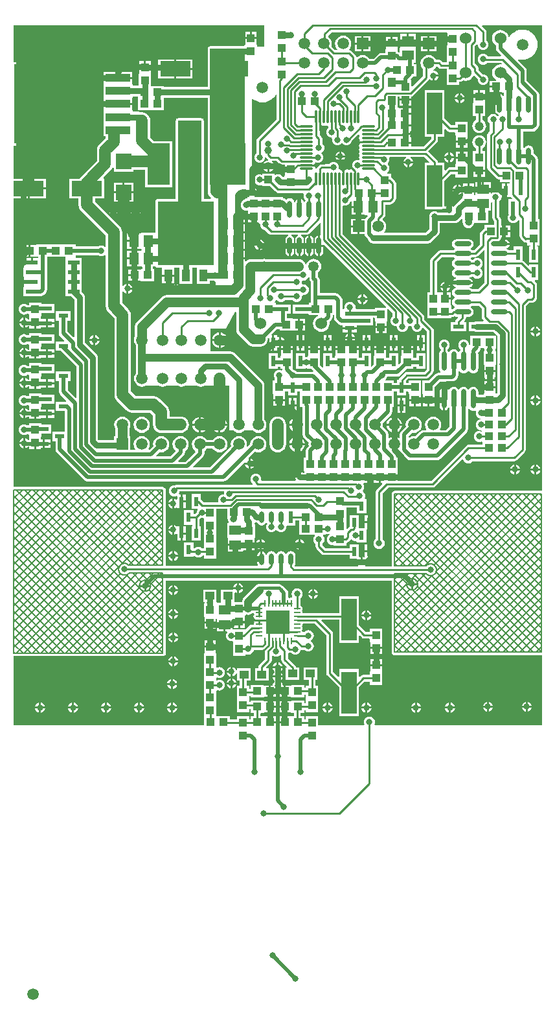
<source format=gtl>
%FSDAX24Y24*%
%MOIN*%
%SFA1B1*%

%IPPOS*%
%ADD10C,0.005000*%
%ADD11R,0.078700X0.078700*%
%ADD12R,0.078700X0.216500*%
%ADD13R,0.021700X0.057100*%
%ADD14R,0.039400X0.043300*%
%ADD15R,0.039400X0.045300*%
%ADD16C,0.039400*%
%ADD17R,0.039400X0.039400*%
%ADD18R,0.043300X0.039400*%
%ADD19R,0.051200X0.059100*%
%ADD20R,0.043300X0.061000*%
%ADD21R,0.043300X0.061000*%
%ADD22R,0.135800X0.061000*%
%ADD23R,0.126000X0.041300*%
%ADD24R,0.326800X0.411400*%
%ADD25R,0.057100X0.021700*%
%ADD26R,0.051200X0.023600*%
%ADD27O,0.027600X0.098400*%
%ADD28R,0.023600X0.051200*%
%ADD29O,0.086600X0.023600*%
%ADD30O,0.011800X0.070900*%
%ADD31O,0.070900X0.011800*%
%ADD32C,0.059100*%
%ADD33R,0.059100X0.051200*%
%ADD34R,0.122000X0.122000*%
%ADD35O,0.009800X0.033500*%
%ADD36O,0.033500X0.009800*%
%ADD37R,0.045300X0.039400*%
%ADD38R,0.157500X0.078700*%
%ADD39R,0.024000X0.059800*%
%ADD40O,0.024000X0.059800*%
%ADD41R,0.114200X0.212600*%
%ADD42O,0.023600X0.086600*%
%ADD43R,0.059800X0.023600*%
%ADD44C,0.010000*%
%ADD45C,0.030000*%
%ADD46C,0.015000*%
%ADD47C,0.020000*%
%ADD48C,0.039400*%
%ADD49C,0.019700*%
%ADD50C,0.060000*%
%ADD51C,0.050000*%
%ADD52R,0.071800X0.190000*%
%ADD53R,0.085000X0.385000*%
%ADD54R,0.300000X0.135000*%
%ADD55R,0.060000X0.200000*%
%ADD56R,0.220000X0.055300*%
%ADD57R,0.395000X0.545000*%
%ADD58R,0.180000X0.700000*%
%ADD59R,0.050000X0.507900*%
%ADD60R,0.120000X0.510000*%
%ADD61R,0.290000X0.330000*%
%ADD62C,0.053200*%
%ADD63R,0.059100X0.059100*%
%ADD64R,0.059100X0.059100*%
%ADD65C,0.060000*%
%ADD66C,0.047200*%
%ADD67C,0.031500*%
%LNde-290817-1*%
%LPD*%
G36*
X040686Y040216D02*
X040664Y040198D01*
X033100*
X033043Y040187*
X032995Y040155*
X032963Y040107*
X032952Y040050*
Y036345*
X032934Y036323*
X031610*
X031596Y036346*
X031589Y036373*
X031625Y036420*
X031651Y036483*
X031653Y036500*
X031147*
X031149Y036483*
X031175Y036420*
X031211Y036373*
X031204Y036346*
X031190Y036323*
X027973*
X027942Y036361*
X027976Y036412*
X027995Y036506*
Y036864*
X027976Y036957*
X027923Y037037*
X027844Y037090*
X027750Y037109*
X027656Y037090*
X027577Y037037*
X027526Y036961*
X027500Y036958*
X027474Y036961*
X027423Y037037*
X027344Y037090*
X027250Y037109*
X027156Y037090*
X027077Y037037*
X027026Y036961*
X027000Y036958*
X026974Y036961*
X026923Y037037*
X026844Y037090*
X026750Y037109*
X026656Y037090*
X026577Y037037*
X026524Y036957*
X026515Y036914*
X026464*
X026457Y036950*
X026409Y037022*
X026336Y037071*
X026300Y037078*
Y036685*
X026250*
Y036635*
X026026*
Y036506*
X026043Y036420*
X026060Y036394*
X026033Y036344*
X021332*
X021315Y036366*
Y040250*
X021303Y040307*
X021275Y040349*
X021279Y040362*
X021260*
X021223Y040387*
X021167Y040398*
X014370*
X013946*
X013521*
X013491Y040401*
X013473Y040416*
Y055256*
X014204*
Y055750*
Y056244*
X013473*
Y057943*
X013943*
X013963Y057920*
X013972Y057853*
X013998Y057790*
X014039Y057737*
X014093Y057695*
X014155Y057669*
X014172Y057667*
Y057920*
X014272*
Y057667*
X014290Y057669*
X014352Y057695*
X014406Y057737*
X014447Y057790*
X014473Y057853*
X014482Y057920*
X014502Y057943*
X014700*
X014733Y057905*
X014732Y057900*
X014741Y057833*
X014767Y057770*
X014808Y057716*
X014862Y057675*
X014925Y057649*
X014942Y057647*
Y057900*
X015042*
Y057647*
X015059Y057649*
X015122Y057675*
X015175Y057716*
X015217Y057770*
X015243Y057833*
X015252Y057900*
X015251Y057905*
X015284Y057943*
X015469*
X015502Y057905*
Y057900*
X015510Y057833*
X015536Y057770*
X015578Y057716*
X015631Y057675*
X015694Y057649*
X015711Y057647*
Y057900*
X015811*
Y057647*
X015828Y057649*
X015891Y057675*
X015945Y057716*
X015986Y057770*
X016012Y057833*
X016021Y057900*
X016020Y057905*
X016053Y057943*
X016239*
X016272Y057905*
X016271Y057900*
X016280Y057833*
X016306Y057770*
X016347Y057716*
X016401Y057675*
X016463Y057649*
X016481Y057647*
Y057900*
X016581*
Y057647*
X016598Y057649*
X016660Y057675*
X016714Y057716*
X016756Y057770*
X016781Y057833*
X016790Y057900*
Y057905*
X016823Y057943*
X016876*
Y060050*
X015142*
Y060150*
X016876*
Y062257*
X016820*
X016808Y062270*
X016253*
X016241Y062257*
X016051*
X016039Y062270*
X015484*
X015472Y062257*
X015281*
X015270Y062270*
X014714*
X014703Y062257*
X014512*
X014500Y062270*
X013945*
X013933Y062257*
X013473*
Y064158*
X023893*
Y064150*
X026400*
Y063050*
X026052*
X026017Y063085*
Y063152*
X025997Y063194*
Y063435*
X025403*
Y063194*
X025383Y063152*
Y063138*
X025356Y063088*
X025065*
X024995Y063078*
X024980Y063072*
X023600*
X023553Y063063*
X023513Y063037*
X023487Y062997*
X023478Y062950*
Y060972*
X021221*
Y061017*
X020567*
Y061652*
X020547Y061694*
Y061935*
X020250*
X019953*
Y061694*
X019933Y061652*
Y061626*
Y061042*
X019647*
X019612Y061077*
Y061096*
X019592Y061138*
Y061146*
Y061389*
X018862*
X018132*
Y061138*
X018112Y061096*
Y061090*
Y060448*
Y060443*
X018132Y060401*
Y060393*
Y060150*
X018862*
X019592*
Y060401*
X019612Y060443*
Y060447*
X019616Y060497*
X019879*
Y060417*
Y059783*
X021221*
Y060417*
X021267Y060428*
X023477*
Y055600*
X023490Y055503*
X023527Y055413*
X023586Y055336*
X023650Y055272*
X023629Y055222*
X023272*
Y059250*
X023263Y059297*
X023237Y059337*
X023197Y059363*
X023150Y059372*
X021950*
X021903Y059363*
X021863Y059337*
X021837Y059297*
X021828Y059250*
Y055222*
X020900*
X020853Y055213*
X020813Y055187*
X020787Y055147*
X020778Y055100*
Y053465*
X020074*
X020048*
X020006Y053445*
X019998*
X019726*
Y053050*
Y052655*
X020006*
X020048Y052635*
X020062*
X020071Y052630*
X020080Y052568*
X020077Y052565*
X020048*
X020006Y052545*
X019998*
X019726*
Y052150*
Y051755*
X020006*
X020048Y051735*
X020062*
X020112Y051707*
Y051652*
X020077Y051617*
X020048*
X020006Y051597*
X019765*
Y051300*
Y051003*
X020006*
X020048Y050983*
X020074*
X020721*
Y051617*
X020657*
Y051735*
X020799*
X020813Y051713*
X020853Y051687*
X020900Y051678*
X021078*
X021128Y051676*
Y051628*
Y051321*
X021761*
Y051676*
X021811Y051678*
X022013*
Y050846*
X022687*
Y051678*
X022919*
Y050846*
X023592*
Y050999*
X023793*
X023850Y050991*
X023856Y050992*
X023893Y050959*
Y050273*
X021985*
X021975Y050323*
X021980Y050325*
X022034Y050366*
X022075Y050420*
X022101Y050483*
X022103Y050500*
X021597*
X021599Y050483*
X021625Y050420*
X021666Y050366*
X021720Y050325*
X021725Y050323*
X021715Y050273*
X021340*
X021243Y050260*
X021153Y050223*
X021076Y050164*
X019836Y048924*
X019777Y048847*
X019740Y048757*
X019727Y048660*
Y048134*
X019695Y048058*
X019681Y047950*
X019695Y047842*
X019737Y047741*
X019780Y047684*
Y047050*
Y046247*
X019737Y046191*
X019695Y046090*
X019681Y045981*
X019695Y045873*
X019737Y045772*
X019804Y045685*
X019891Y045619*
X019992Y045577*
X020100Y045563*
X020208Y045577*
X020294Y045612*
X020954*
X021039Y045577*
X021147Y045563*
X021256Y045577*
X021341Y045612*
X021938*
X022023Y045577*
X022132Y045563*
X022240Y045577*
X022325Y045612*
X022922*
X023007Y045577*
X023116Y045563*
X023224Y045577*
X023309Y045612*
X023959*
X023997Y045596*
X024050Y045589*
Y045981*
X024150*
Y045589*
X024203Y045596*
X024241Y045612*
X024587*
Y043312*
X024777*
X024783Y043304*
X024870Y043237*
X024971Y043195*
X025080Y043181*
X025188Y043195*
X025289Y043237*
X025376Y043304*
X025382Y043312*
X025777*
X025783Y043304*
X025870Y043237*
X025971Y043195*
X026080Y043181*
X026188Y043195*
X026289Y043237*
X026376Y043304*
X026382Y043312*
X026442Y043391*
X026484Y043492*
X026498Y043600*
X026484Y043708*
X026442Y043809*
X026399Y043866*
Y045620*
X026388Y045703*
X026356Y045780*
X026306Y045846*
X024876Y047276*
X024810Y047327*
X024778Y047340*
X024733Y047359*
X024650Y047370*
X023604*
Y048212*
Y048542*
X024404*
X024888Y049404*
X024937Y049391*
Y048500*
X024950Y048403*
X024987Y048313*
X025046Y048236*
X025546Y047736*
X025623Y047677*
X025713Y047640*
X025810Y047627*
X026200*
X026297Y047640*
X026387Y047677*
X026464Y047736*
X026523Y047813*
X026560Y047903*
X026573Y048000*
X026568Y048041*
X026593Y048063*
X026642Y048042*
Y047863*
X026800*
Y048198*
X026781*
X026761Y048244*
X027043Y048526*
X027179*
Y048433*
X027826*
X027852*
X027894Y048453*
X028135*
Y048750*
Y049047*
X027894*
X027852Y049067*
X027826*
X027562*
Y049322*
X027743*
Y049778*
X026971*
Y049867*
X026929*
X026909Y049917*
X026942Y049960*
X026970Y050028*
X027023Y050041*
X027052Y050002*
X027110Y049958*
X027178Y049930*
X027250Y049920*
X027322Y049930*
X027390Y049958*
X027448Y050002*
X027467Y050027*
X027833*
X027852Y050002*
X027910Y049958*
X027978Y049930*
X028050Y049920*
X028122Y049930*
X028190Y049958*
X028248Y050002*
X028292Y050060*
X028320Y050128*
X028330Y050200*
X028326Y050229*
X028371Y050274*
X028400Y050270*
X028472Y050280*
X028540Y050308*
X028598Y050352*
X028642Y050410*
X028670Y050478*
X028680Y050550*
X028670Y050622*
X028642Y050690*
X028598Y050748*
X028540Y050792*
X028472Y050820*
X028400Y050830*
X028352Y050824*
X028316Y050867*
X028320Y050878*
X028330Y050950*
X028326Y050979*
X028371Y051024*
X028400Y051020*
X028472Y051030*
X028540Y051058*
X028598Y051102*
X028642Y051160*
X028655Y051191*
X028705Y051181*
Y051120*
X028722Y051035*
X028771Y050962*
X028791Y050942*
Y050065*
Y049867*
X028679*
Y049824*
X028668Y049778*
X027857*
Y049322*
X028668*
X028679Y049276*
Y049233*
X029142*
X029152Y049183*
X029113Y049167*
X029025Y049100*
X028958Y049012*
X028916Y048910*
X028901Y048800*
X028916Y048690*
X028958Y048588*
X029025Y048500*
X029113Y048433*
X029215Y048391*
X029325Y048376*
X029434Y048391*
X029537Y048433*
X029624Y048500*
X029692Y048588*
X029734Y048690*
X029748Y048800*
X029736Y048894*
X029843Y049001*
X029892Y049074*
X029909Y049160*
Y049233*
X029976*
Y049100*
X029993Y049014*
X030041Y048941*
X030191Y048791*
X030264Y048743*
X030350Y048726*
X030431*
Y048626*
X030787*
X031143*
Y048726*
X031237*
Y048712*
X031989*
Y049100*
X032048*
X032083Y049064*
Y048948*
X032103Y048906*
Y048665*
X032400*
Y048615*
Y048665*
X032697*
Y048906*
X032717Y048948*
Y048974*
Y049554*
X032763Y049574*
X032977Y049360*
Y049167*
X032952Y049148*
X032908Y049090*
X032880Y049022*
X032870Y048950*
X032880Y048878*
X032908Y048810*
X032952Y048752*
X033010Y048708*
X033078Y048680*
X033150Y048670*
X033173Y048673*
X033220Y048650*
X033222Y048633*
X033230Y048578*
X033258Y048510*
X033302Y048452*
X033360Y048408*
X033428Y048380*
X033500Y048370*
X033572Y048380*
X033640Y048408*
X033698Y048452*
X033742Y048510*
X033770Y048578*
X033779Y048646*
X033786Y048658*
X033819Y048683*
X033828Y048680*
X033900Y048670*
X033923Y048673*
X033970Y048650*
X033972Y048633*
X033980Y048578*
X034008Y048510*
X034052Y048452*
X034110Y048408*
X034178Y048380*
X034250Y048370*
X034322Y048380*
X034390Y048408*
X034448Y048452*
X034492Y048510*
X034516Y048568*
X034567Y048588*
X034757Y048398*
Y046452*
X034618Y046313*
X033720*
X033654Y046300*
X033597Y046263*
X033349Y046015*
X033312Y045958*
X033304Y045918*
X033222*
Y045759*
X033067*
Y045871*
X032625*
X032608Y045921*
X032648Y045952*
X032692Y046010*
X032720Y046076*
X033235*
X033320Y046093*
X033393Y046141*
X033731Y046479*
X034067*
Y046591*
X034222*
Y046482*
X034678*
Y047293*
X034222*
Y047040*
X034102*
X034067Y047075*
Y047152*
X034047Y047194*
Y047435*
X033453*
Y047194*
X033433Y047152*
Y047126*
Y046816*
X033324Y046707*
X033278Y046726*
Y047293*
X032822*
Y047040*
X032702*
X032667Y047075*
Y047152*
X032647Y047194*
Y047435*
X032053*
Y047194*
X032033Y047152*
Y047126*
Y046700*
X031924Y046592*
X031878Y046611*
Y047293*
X031422*
Y047040*
X031302*
X031267Y047075*
Y047152*
X031247Y047194*
Y047435*
X030950*
Y047535*
X031247*
Y047801*
X030981*
X030964Y047851*
X030984Y047866*
X031025Y047920*
X031051Y047983*
X031053Y048000*
X030547*
X030549Y047983*
X030575Y047920*
X030616Y047866*
X030636Y047851*
X030619Y047801*
X030603*
X030400*
Y047485*
X030350*
Y047435*
X030053*
Y047194*
X030033Y047152*
Y047126*
Y047040*
X029878*
Y047293*
X029422*
Y046561*
X029376Y046542*
X029267Y046650*
Y047152*
X029247Y047194*
Y047435*
X028653*
Y047194*
X028633Y047152*
Y047117*
X028583Y047076*
X028550Y047080*
X028516Y047075*
X028478Y047108*
Y047293*
X028022*
Y046482*
X028478*
Y046492*
X028516Y046525*
X028550Y046520*
X028583Y046524*
X028633Y046483*
Y046479*
X028804*
X028914Y046368*
X028888Y046324*
X028066*
X028048Y046348*
X027990Y046392*
X027922Y046420*
X027893Y046424*
X027883Y046434*
X027867Y046479*
Y047152*
X027847Y047168*
Y047435*
X027253*
Y047194*
X027233Y047152*
Y047040*
X027078*
Y047293*
X026622*
Y046482*
X027078*
Y046591*
X027233*
Y046479*
X027326*
Y046450*
X027331Y046424*
X027301Y046401*
X027286Y046394*
X027222Y046420*
X027150Y046430*
X027078Y046420*
X027010Y046392*
X026952Y046348*
X026908Y046290*
X026880Y046222*
X026870Y046150*
X026880Y046078*
X026908Y046010*
X026926Y045987*
Y045871*
X026833*
Y045224*
Y045198*
X026853Y045156*
Y044915*
X027150*
X027447*
Y045156*
X027467Y045198*
Y045224*
Y045310*
X027622*
Y045107*
X028078*
Y045310*
X028233*
Y045198*
Y044529*
X028353*
X028366Y044510*
Y043942*
X028316Y043917*
X028279Y043945*
X028183Y043985*
X028130Y043992*
Y043600*
Y043208*
X028183Y043215*
X028279Y043255*
X028316Y043283*
X028366Y043258*
Y043090*
X028383Y043004*
X028431Y042931*
X028672Y042690*
X028661Y042600*
X028672Y042510*
X028591Y042429*
X028543Y042356*
X028526Y042270*
Y041921*
X028433*
Y041248*
X028453Y041206*
Y041131*
X028403Y041111*
X028365Y041140*
X028302Y041166*
X028285Y041168*
Y040915*
X028235*
Y040865*
X027982*
X027984Y040848*
X028010Y040785*
X028019Y040773*
X027994Y040723*
X026270*
X026226Y040773*
X026230Y040800*
X026220Y040872*
X026192Y040940*
X026174Y040964*
X026148Y040998*
X026090Y041042*
X026022Y041070*
X025950Y041080*
X025878Y041070*
X025810Y041042*
X025752Y040998*
X025708Y040940*
X025680Y040872*
X025670Y040800*
X025680Y040728*
X025708Y040660*
X025752Y040602*
X025790Y040573*
X025774Y040528*
X025770Y040523*
X021900*
X021834Y040510*
X021782Y040476*
X021750Y040480*
X021678Y040470*
X021610Y040442*
X021552Y040398*
X021525Y040362*
X021508*
X021514Y040349*
X021508Y040340*
X021480Y040272*
X021470Y040200*
X021480Y040128*
X021508Y040060*
X021552Y040002*
X021610Y039958*
X021678Y039930*
X021750Y039920*
X021822Y039930*
X021858Y039944*
X021908Y039911*
Y039778*
X021858Y039753*
X021830Y039775*
X021767Y039801*
X021750Y039803*
Y039550*
Y039297*
X021767Y039299*
X021830Y039325*
X021858Y039347*
X021908Y039322*
Y039307*
X022076*
Y039663*
Y040019*
X022017*
X021996Y040069*
X022020Y040128*
X022027Y040177*
X024307*
X024335Y040135*
X024330Y040122*
X024320Y040050*
X024273Y040026*
X024228Y040020*
X024160Y039992*
X024102Y039948*
X024058Y039890*
X024030Y039822*
X024020Y039750*
X024030Y039678*
X024035Y039665*
X024007Y039623*
X023272*
X023112Y039783*
Y040039*
X022636*
Y039287*
X022943*
X022968Y039237*
X022958Y039225*
X022930Y039157*
X022925Y039120*
X022815Y039010*
X022738*
Y039213*
X022262*
Y038461*
X022701*
Y038389*
X022636*
Y037637*
X023112*
Y038389*
X023047*
Y038752*
X023115Y038820*
X023128Y038814*
X023200Y038805*
X023233Y038809*
X023283Y038767*
Y038079*
Y038071*
Y038029*
Y037398*
Y037239*
X023205*
X023198Y037248*
X023140Y037292*
X023072Y037320*
X023000Y037330*
X022928Y037320*
X022860Y037292*
X022802Y037248*
X022795Y037239*
X022738*
Y037563*
X022262*
Y036811*
X022738*
Y036853*
X022788Y036870*
X022802Y036852*
X022860Y036808*
X022928Y036780*
X023000Y036770*
X023072Y036780*
X023140Y036808*
X023198Y036852*
X023229Y036892*
X023283*
Y036729*
X023917*
Y037398*
Y038029*
Y038071*
Y038079*
Y038748*
Y039277*
X024479*
Y038783*
X024491*
X024520Y038750*
X024530Y038678*
X024558Y038610*
X024565Y038600*
X024541Y038550*
X024485*
Y037824*
Y037798*
X024505Y037756*
Y037748*
Y037476*
X024900*
Y037426*
X024950*
Y037070*
X025295*
Y037102*
X025303Y037149*
X025345*
X025550*
Y037465*
X025650*
Y037149*
X025897*
Y037397*
X025947Y037400*
X025949Y037383*
X025975Y037320*
X026016Y037266*
X026070Y037225*
X026133Y037199*
X026150Y037197*
Y037450*
Y037703*
X026133Y037701*
X026070Y037675*
X026016Y037634*
X025975Y037580*
X025949Y037517*
X025947Y037500*
X025897Y037503*
Y037756*
X025917Y037798*
Y037824*
Y038471*
X025872*
Y038557*
X025922Y038590*
X025930Y038587*
X026000Y038578*
X026024*
Y038577*
X026077Y038498*
X026156Y038445*
X026250Y038426*
X026344Y038445*
X026423Y038498*
X026467Y038564*
X026519Y038563*
X026537Y038528*
X026508Y038490*
X026480Y038422*
X026470Y038350*
X026480Y038278*
X026508Y038210*
X026552Y038152*
X026610Y038108*
X026678Y038080*
X026750Y038070*
X026822Y038080*
X026890Y038108*
X026948Y038152*
X026968Y038179*
X027032*
X027052Y038152*
X027110Y038108*
X027178Y038080*
X027250Y038070*
X027322Y038080*
X027390Y038108*
X027448Y038152*
X027492Y038210*
X027520Y038278*
X027530Y038350*
X027526Y038381*
X027569Y038431*
X027990*
Y038677*
X028179*
Y038567*
Y037933*
X028971*
X028991Y037883*
X028958Y037840*
X028930Y037772*
X028920Y037700*
X028930Y037628*
X028958Y037560*
X029002Y037502*
X029027Y037483*
Y037350*
X029040Y037284*
X029077Y037227*
X029341Y036964*
X029397Y036926*
X029463Y036913*
X030788*
Y036711*
X031141*
X031167Y036661*
X031149Y036617*
X031147Y036600*
X031350*
Y036803*
X031333Y036801*
X031314Y036793*
X031264Y036827*
Y037463*
X030788*
Y037260*
X029535*
X029373Y037422*
Y037483*
X029398Y037502*
X029442Y037560*
X029470Y037628*
X029480Y037700*
X029470Y037772*
X029442Y037840*
X029409Y037883*
X029429Y037933*
X029521*
Y037958*
X029563Y037986*
X029578Y037980*
X029650Y037970*
X029722Y037980*
X029739Y037986*
X029760Y037942*
X029702Y037898*
X029658Y037840*
X029630Y037772*
X029620Y037700*
X029630Y037628*
X029658Y037560*
X029702Y037502*
X029760Y037458*
X029828Y037430*
X029900Y037420*
X029933Y037424*
X029983Y037383*
Y037379*
X030617*
Y037530*
X030666Y037540*
X030723Y037577*
X030823Y037677*
X030839Y037702*
X030901Y037704*
X030902Y037702*
X030960Y037658*
X031028Y037630*
X031100Y037620*
X031124Y037623*
X031162Y037590*
Y037537*
X031638*
Y038231*
X031724*
Y038537*
X031556*
Y038289*
X031264*
Y038963*
X030788*
Y038361*
X030784Y038360*
X030727Y038323*
X030663Y038258*
X030617Y038277*
Y038679*
Y039339*
X031162*
Y039037*
X031638*
Y039789*
X031587*
X031554Y039839*
X031570Y039878*
X031580Y039950*
X031570Y040022*
X031542Y040090*
X031498Y040148*
X031479Y040163*
X031448Y040202*
X031492Y040260*
X031520Y040328*
X031530Y040400*
X031520Y040472*
X031492Y040540*
X031486Y040549*
X031510Y040599*
X031700*
Y040915*
X031800*
Y040599*
X032003*
X032047*
X032097*
X032300*
Y040915*
X032400*
Y040599*
X032438*
X032457Y040553*
X032177Y040273*
X032140Y040216*
X032127Y040150*
Y037717*
X032102Y037698*
X032058Y037640*
X032030Y037572*
X032020Y037500*
X032023Y037480*
X031977Y037443*
X031824*
Y037137*
X031992*
Y037388*
X032042Y037397*
X032058Y037360*
X032102Y037302*
X032160Y037258*
X032228Y037230*
X032300Y037220*
X032372Y037230*
X032440Y037258*
X032498Y037302*
X032542Y037360*
X032570Y037428*
X032580Y037500*
X032570Y037572*
X032542Y037640*
X032498Y037698*
X032473Y037717*
Y040078*
X032772Y040377*
X035050*
X035116Y040390*
X035173Y040427*
X036583Y041838*
X036634Y041818*
X036658Y041760*
X036702Y041702*
X036760Y041658*
X036828Y041630*
X036900Y041620*
X036972Y041630*
X037040Y041658*
X037098Y041702*
X037117Y041727*
X039250*
X039316Y041740*
X039373Y041777*
X039793Y042197*
X039830Y042254*
X039843Y042320*
Y049698*
X040022Y049877*
X040150*
X040216Y049890*
X040273Y049927*
X040373Y050027*
X040410Y050084*
X040423Y050150*
Y050800*
X040410Y050866*
X040373Y050923*
X040309Y050986*
X040328Y051032*
X040478*
Y051843*
X040022*
Y051799*
X039976Y051780*
X039733Y052023*
X039678Y052059*
Y052768*
X039222*
Y052573*
X038979*
X038903Y052624*
X038850Y052635*
Y052686*
X038895Y052695*
X038967Y052743*
X039015Y052815*
X039022Y052850*
X038495*
Y052950*
X039022*
X039015Y052985*
X038967Y053057*
X038895Y053105*
X038810Y053122*
X038608*
X038568Y053172*
X038573Y053200*
Y053253*
X038685*
Y053550*
Y053847*
X038573*
Y054150*
X038560Y054216*
X038523Y054273*
X038473Y054322*
Y055083*
X038498Y055102*
X038542Y055160*
X038570Y055228*
X038576Y055271*
X038605Y055304*
X038629Y055307*
X038776*
Y055613*
X038608*
Y055412*
X038558Y055403*
X038542Y055440*
X038498Y055498*
X038440Y055542*
X038372Y055570*
X038300Y055580*
X038228Y055570*
X038160Y055542*
X038102Y055498*
X038095Y055489*
X038045Y055506*
Y055674*
X037255*
Y055424*
X037226Y055403*
X037197Y055418*
Y055635*
X036900*
Y055685*
X036850*
Y056001*
X036603*
Y055875*
X036553Y055858*
X036534Y055884*
X036480Y055925*
X036417Y055951*
X036400Y055953*
Y055700*
Y055447*
X036417Y055449*
X036480Y055475*
X036534Y055516*
X036553Y055542*
X036603Y055525*
Y055394*
X036583Y055352*
Y055326*
Y055253*
X036579Y055251*
X036523Y055208*
X036207Y054893*
X036164Y054836*
X036157Y054820*
X036100Y054812*
X036084Y054834*
X036030Y054875*
X035967Y054901*
X035950Y054903*
Y054650*
X035850*
Y054903*
X035833Y054901*
X035770Y054875*
X035716Y054834*
X035714Y054830*
X035664Y054847*
Y056149*
X036007Y056492*
X036233*
Y056329*
X036867*
Y056976*
Y057002*
X036847Y057044*
Y057285*
X036550*
X036253*
Y057044*
X036233Y057002*
Y056976*
Y056839*
X035935*
X035869Y056825*
X035813Y056788*
X035710Y056685*
X035664Y056704*
Y057083*
X035323*
Y057100*
X035310Y057166*
X035273Y057223*
X034820Y057675*
X035273Y058127*
X035310Y058184*
X035323Y058250*
Y058417*
X035664*
Y058796*
X035710Y058815*
X035813Y058712*
X035869Y058675*
X035935Y058661*
X036198*
X036233Y058626*
Y058498*
X036253Y058456*
Y058215*
X036847*
Y058456*
X036867Y058498*
Y058524*
Y059171*
X036233*
Y059008*
X036007*
X035664Y059352*
Y060823*
X034636*
Y058417*
X034977*
Y058322*
X034580Y057925*
X033951*
Y058050*
X033635*
Y058150*
X033951*
Y058397*
X033917*
X033886Y058447*
X033901Y058483*
X033903Y058500*
X033650*
Y058600*
X033903*
X033901Y058617*
X033886Y058653*
X033917Y058703*
X033951*
Y058950*
X033635*
Y059050*
X033951*
Y059253*
Y059297*
Y059347*
Y059550*
X033635*
Y059600*
X033585*
Y059897*
X033344*
X033302Y059917*
X033267Y059941*
Y060477*
X033353*
Y060365*
X033650*
X033947*
Y060484*
X033976Y060490*
X034033Y060527*
X034843Y061337*
X034858Y061360*
X034914Y061366*
X034920Y061363*
X034970Y061325*
X035033Y061299*
X035050Y061297*
Y061550*
X035100*
Y061600*
X035353*
X035351Y061617*
X035325Y061680*
X035284Y061734*
X035230Y061775*
X035167Y061801*
X035105Y061809*
X035097Y061822*
X035087Y061858*
X035146Y061904*
X035213Y061991*
X035228Y062027*
X035308*
X035367Y061967*
X035424Y061930*
X035490Y061917*
X035783*
Y061748*
Y061079*
X036417*
Y061242*
X036465*
X036532Y061255*
X036588Y061293*
X036616Y061321*
X036655Y061305*
X036764Y061291*
X036874Y061305*
X036976Y061347*
X037064Y061415*
X037131Y061502*
X037149Y061547*
X037198Y061556*
X037374Y061381*
X037370Y061350*
X037380Y061278*
X037408Y061210*
X037452Y061152*
X037510Y061108*
X037578Y061080*
X037650Y061070*
X037722Y061080*
X037790Y061108*
X037848Y061152*
X037892Y061210*
X037920Y061278*
X037930Y061350*
X037920Y061422*
X037892Y061490*
X037848Y061548*
X037790Y061592*
X037722Y061620*
X037650Y061630*
X037619Y061626*
X037403Y061842*
Y061960*
X037390Y062026*
X037353Y062083*
X037233Y062202*
Y063066*
X037321Y063154*
X037331Y063153*
X037372Y063134*
X037380Y063078*
X037408Y063010*
X037452Y062952*
X037510Y062908*
X037578Y062880*
X037650Y062870*
X037722Y062880*
X037790Y062908*
X037848Y062952*
X037892Y063010*
X037920Y063078*
X037930Y063150*
X037920Y063222*
X037892Y063290*
X037848Y063348*
X037823Y063367*
Y063800*
X037810Y063866*
X037773Y063923*
X037584Y064112*
X037603Y064158*
X040686*
Y040216*
G37*
G36*
X035803Y063751D02*
D01*
Y063485*
X036100*
Y063385*
X035803*
Y063144*
X035783Y063102*
Y062429*
Y062421*
Y062263*
X035562*
X035503Y062323*
X035446Y062360*
X035380Y062373*
X035228*
X035213Y062409*
X035146Y062496*
X035059Y062563*
X034958Y062605*
X034850Y062619*
X034742Y062605*
X034641Y062563*
X034554Y062496*
X034487Y062409*
X034445Y062308*
X034431Y062200*
X034445Y062092*
X034487Y061991*
X034547Y061913*
Y061532*
X034013Y060998*
X033967Y061017*
Y061321*
X033939*
X033918Y061371*
X034029Y061481*
X034057Y061523*
X034231*
Y062157*
X034094*
Y062230*
X034195*
Y062956*
Y062982*
X034175Y063024*
Y063032*
Y063304*
X033780*
X033385*
Y063024*
X033365Y062982*
Y062956*
Y062783*
X033315Y062756*
X033290Y062773*
X033267Y062777*
Y062902*
X033247Y062944*
Y063185*
X032950*
Y063235*
Y063185*
X032653*
Y062944*
X032633Y062902*
Y062876*
Y062724*
X032400*
X032314Y062707*
X032241Y062659*
X032007Y062424*
X031801*
X031746Y062496*
X031659Y062563*
X031558Y062605*
X031450Y062619*
X031342Y062605*
X031241Y062563*
X031172Y062510*
X031121Y062526*
X031118Y062529*
X031110Y062566*
X031073Y062623*
X030873Y062823*
X030816Y062860*
X030779Y062868*
X030776Y062871*
X030760Y062922*
X030813Y062991*
X030855Y063092*
X030869Y063200*
X030855Y063308*
X030813Y063409*
X030746Y063496*
X030659Y063563*
X030558Y063605*
X030450Y063619*
X030342Y063605*
X030241Y063563*
X030154Y063496*
X030087Y063409*
X030045Y063308*
X030031Y063200*
X030045Y063092*
X030087Y062991*
X030139Y062923*
X030114Y062873*
X030022*
X029840Y063055*
X029855Y063092*
X029869Y063200*
X029855Y063308*
X029813Y063409*
X029746Y063496*
X029673Y063552*
Y063628*
X029842Y063797*
X035792*
X035803Y063751*
G37*
G36*
X027027Y060566D02*
Y059322D01*
X026027Y058323*
X025990Y058266*
X025977Y058200*
Y057567*
X025952Y057548*
X025908Y057490*
X025880Y057422*
X025870Y057350*
X025880Y057278*
X025908Y057210*
X025952Y057152*
X026010Y057108*
X026078Y057080*
X026150Y057070*
X026222Y057080*
X026290Y057108*
X026348Y057152*
X026392Y057210*
X026420Y057278*
X026428Y057332*
X026472Y057346*
X026479*
X026578Y057247*
X026571Y057210*
X026562Y057194*
X026523Y057189*
X026450Y057159*
X026388Y057112*
X026341Y057050*
X026311Y056977*
X026307Y056950*
X026600*
X026893*
X026889Y056977*
X026859Y057050*
X026812Y057112*
X026779Y057137*
X026796Y057187*
X027018*
X027166Y057038*
X027223Y057001*
X027289Y056988*
X027453*
Y056785*
X027750*
Y056685*
X027453*
Y056444*
X027433Y056402*
Y056338*
X027347*
X027333Y056352*
X027298Y056398*
X027240Y056442*
X027172Y056470*
X027100Y056480*
X027028Y056470*
X026967Y056445*
X026917Y056464*
Y056517*
X026283*
Y056490*
X026242Y056462*
X026222Y056470*
X026150Y056480*
X026078Y056470*
X026010Y056442*
X025952Y056398*
X025908Y056340*
X025880Y056272*
X025870Y056200*
X025880Y056128*
X025908Y056060*
X025952Y056002*
X026010Y055958*
X026078Y055930*
X026150Y055920*
X026222Y055930*
X026242Y055938*
X026283Y055910*
Y055883*
X026672*
X026977Y055577*
X027034Y055540*
X027100Y055527*
X028400*
X028434Y055477*
X028420Y055442*
X028410Y055370*
X028420Y055298*
X028448Y055230*
X028492Y055172*
X028512Y055157*
X028476Y055103*
X028465Y055050*
X028414*
X028405Y055095*
X028357Y055167*
X028285Y055215*
X028250Y055222*
Y054695*
X028150*
Y055222*
X028115Y055215*
X028043Y055167*
X027995Y055095*
X027986Y055050*
X027935*
X027924Y055103*
X027872Y055182*
X027793Y055234*
X027700Y055253*
X027607Y055234*
X027528Y055182*
X027481Y055201*
X027436Y055236*
X027370Y055263*
X027367Y055264*
Y055321*
X026133*
X025880*
X025870Y055371*
X025880Y055375*
X025934Y055416*
X025975Y055470*
X026001Y055533*
X026003Y055550*
X025497*
X025499Y055533*
X025525Y055470*
X025566Y055416*
X025620Y055375*
X025630Y055371*
X025620Y055321*
X025533*
Y055257*
X025464Y055248*
X025398Y055220*
X025342Y055177*
X025298Y055133*
X025252Y055098*
X025208Y055040*
X025180Y054972*
X025170Y054900*
X025180Y054828*
X025208Y054760*
X025252Y054702*
X025310Y054658*
X025378Y054630*
X025450Y054620*
X025503Y054627*
X025545Y054600*
X025553Y054588*
Y054365*
X025850*
Y054315*
X025900*
Y053999*
X026091*
X026133Y053979*
X026174Y053929*
X026170Y053900*
X026180Y053828*
X026208Y053760*
X026252Y053702*
X026310Y053658*
X026378Y053630*
X026432Y053622*
X026627Y053427*
X026684Y053390*
X026750Y053377*
X027616*
X027621Y053327*
X027615Y053326*
X027543Y053277*
X027495Y053205*
X027478Y053120*
Y052855*
X027700*
X027922*
Y053120*
X027905Y053205*
X027857Y053277*
X027785Y053326*
X027779Y053327*
X027784Y053377*
X028116*
X028121Y053327*
X028115Y053326*
X028043Y053277*
X027995Y053205*
X027978Y053120*
Y052855*
X028200*
X028422*
Y053120*
X028405Y053205*
X028357Y053277*
X028285Y053326*
X028279Y053327*
X028284Y053377*
X028550*
X028616Y053390*
X028673Y053427*
X029241Y053996*
X029288Y053977*
Y053376*
X029250Y053345*
Y052855*
X029437*
X029469Y052868*
X032669Y049667*
X032650Y049621*
X032083*
Y049548*
X031163*
Y049562*
X031115*
X031075Y049612*
X031080Y049650*
X031070Y049722*
X031042Y049790*
X030998Y049848*
X030940Y049892*
X030872Y049920*
X030800Y049930*
X030728Y049920*
X030660Y049892*
X030602Y049848*
X030558Y049790*
X030530Y049722*
X030520Y049650*
X030525Y049612*
X030485Y049562*
X030424*
Y050000*
X030407Y050086*
X030359Y050159*
X030209Y050309*
X030136Y050357*
X030050Y050374*
X029240*
Y051035*
X029223Y051120*
X029174Y051193*
X029154Y051213*
Y051436*
X029205Y051475*
X029266Y051555*
X029305Y051649*
X029319Y051750*
X029305Y051851*
X029266Y051945*
X029205Y052025*
X029124Y052087*
X029030Y052126*
X028930Y052139*
X028829Y052126*
X028735Y052087*
X028654Y052025*
X028593Y051945*
X028557Y051859*
X028553Y051858*
X028527Y051855*
X028505Y051859*
X028473Y051937*
X028414Y052014*
X028337Y052073*
X028247Y052110*
X028150Y052123*
X026478*
X026471Y052126*
X026370Y052139*
X026270Y052126*
X026263Y052123*
X025700*
X025603Y052110*
X025513Y052073*
X025436Y052014*
X025430Y052008*
X025380Y052028*
Y052100*
X025024*
Y052200*
X025380*
Y052545*
X025008*
Y052655*
X025380*
Y053000*
X025024*
Y053100*
X025380*
Y053445*
X025008*
Y053555*
X025380*
Y053900*
X025024*
Y054000*
X025380*
Y054345*
X025008*
Y055449*
X025208Y055649*
Y055699*
X025464*
X025496Y055650*
X026003*
X026001Y055667*
X025975Y055730*
X025934Y055784*
X025880Y055825*
X025817Y055851*
X025758Y055859*
Y060338*
X025803Y060359*
X025869Y060305*
X026003Y060233*
X026149Y060189*
X026300Y060174*
X026451Y060189*
X026597Y060233*
X026731Y060305*
X026849Y060401*
X026945Y060519*
X026977Y060578*
X027027Y060566*
G37*
G36*
X029391Y058981D02*
X029461Y058967D01*
X029531Y058981*
X029559Y059000*
X029588Y058981*
X029658Y058967*
X029681Y058947*
Y058870*
X029652Y058848*
X029608Y058790*
X029580Y058722*
X029570Y058650*
X029580Y058578*
X029608Y058510*
X029652Y058452*
X029710Y058408*
X029778Y058380*
X029846Y058371*
X029858Y058364*
X029883Y058331*
X029880Y058322*
X029870Y058250*
X029880Y058178*
X029908Y058110*
X029952Y058052*
X030010Y058008*
X030078Y057980*
X030150Y057970*
X030222Y057980*
X030290Y058008*
X030348Y058052*
X030360Y058068*
X030410*
X030422Y058052*
X030480Y058008*
X030548Y057980*
X030620Y057970*
X030692Y057980*
X030760Y058008*
X030818Y058052*
X030862Y058110*
X030890Y058178*
X030893Y058198*
X031219Y058524*
X031273Y058507*
X031281Y058469*
X031300Y058441*
X031281Y058412*
X031267Y058342*
X031281Y058272*
X031312Y058226*
X031299Y058207*
X031297Y058195*
X031347*
X031379Y058173*
X031449Y058160*
X031744*
Y058131*
X031449*
X031379Y058117*
X031347Y058095*
X031297*
X031299Y058083*
X031312Y058065*
X031281Y058018*
X031267Y057948*
X031281Y057879*
X031300Y057850*
X031281Y057821*
X031267Y057752*
X031281Y057682*
X031300Y057653*
X031281Y057625*
X031267Y057555*
X031281Y057485*
X031300Y057456*
X031281Y057428*
X031267Y057358*
X031281Y057288*
X031292Y057272*
X031274Y057221*
X031272Y057220*
X031200Y057230*
X031128Y057220*
X031060Y057192*
X031002Y057148*
X030958Y057090*
X030930Y057022*
X030920Y056950*
X030930Y056878*
X030958Y056810*
X030992Y056765*
X030978Y056715*
X030938Y056700*
X030909Y056719*
X030839Y056733*
X030769Y056719*
X030741Y056700*
X030712Y056719*
X030642Y056733*
X030572Y056719*
X030526Y056688*
X030507Y056701*
X030495Y056703*
Y056653*
X030473Y056621*
X030460Y056551*
Y056256*
X030431*
Y056551*
X030417Y056621*
X030395Y056653*
Y056703*
X030383Y056701*
X030365Y056688*
X030318Y056719*
X030256Y056732*
X030226Y056760*
X030218Y056771*
X030220Y056778*
X030230Y056850*
X030220Y056922*
X030192Y056990*
X030148Y057048*
X030090Y057092*
X030022Y057120*
X029950Y057130*
X029878Y057120*
X029810Y057092*
X029752Y057048*
X029733Y057023*
X029341*
X029275Y057010*
X029218Y056973*
X029142Y056896*
X029104Y056840*
X029092Y056780*
X029091Y056779*
X029033Y056775*
X029031Y056777*
X029019Y056837*
X028988Y056884*
X029001Y056902*
X029003Y056914*
X028953*
X028921Y056936*
X028851Y056950*
X028556*
Y056978*
X028851*
X028921Y056992*
X028953Y057014*
X029003*
X029001Y057026*
X028988Y057045*
X029019Y057091*
X029033Y057098*
X029078Y057080*
X029150Y057070*
X029222Y057080*
X029290Y057108*
X029348Y057152*
X029392Y057210*
X029420Y057278*
X029430Y057350*
X029420Y057422*
X029392Y057490*
X029348Y057548*
X029334Y057558*
X029346Y057612*
X029398Y057652*
X029442Y057710*
X029470Y057778*
X029480Y057850*
X029470Y057922*
X029442Y057990*
X029398Y058048*
X029373Y058067*
Y058300*
X029360Y058366*
X029323Y058423*
X029241Y058504*
Y058968*
X029264Y058987*
X029326Y058999*
X029345Y059012*
X029391Y058981*
G37*
G36*
X034876Y057129D02*
X034857Y057083D01*
X034636*
Y054677*
X035616*
X035640Y054650*
X035649Y054583*
X035657Y054564*
X035629Y054522*
X035316*
X035290Y054542*
X035222Y054570*
X035150Y054580*
X035078Y054570*
X035010Y054542*
X034952Y054498*
X034908Y054440*
X034880Y054372*
X034870Y054300*
X034878Y054243*
Y053663*
X034687Y053472*
X032584*
X032560Y053522*
X032613Y053591*
X032655Y053692*
X032669Y053800*
X032655Y053908*
X032613Y054009*
X032546Y054096*
X032499Y054133*
X032494Y054199*
X032573Y054277*
X032610Y054334*
X032623Y054400*
Y054927*
X032850*
X032916Y054940*
X032973Y054977*
X033123Y055127*
X033160Y055184*
X033173Y055250*
Y056000*
X033160Y056066*
X033123Y056123*
X032938Y056307*
X032917Y056321*
Y056521*
X032725*
X032708Y056571*
X032748Y056602*
X032792Y056660*
X032820Y056728*
X032830Y056800*
X032820Y056872*
X032792Y056940*
X032752Y056992*
X032745Y057013*
Y057037*
X032752Y057058*
X032792Y057110*
X032820Y057178*
X032830Y057250*
X032820Y057322*
X032813Y057340*
X032841Y057381*
X033676*
X033686Y057331*
X033670Y057325*
X033616Y057284*
X033575Y057230*
X033549Y057167*
X033547Y057150*
X034053*
X034051Y057167*
X034025Y057230*
X033984Y057284*
X033930Y057325*
X033914Y057331*
X033924Y057381*
X034623*
X034876Y057129*
G37*
G36*
X030870Y055072D02*
Y054850D01*
X031226*
Y054800*
X031276*
Y054405*
X031556*
X031598Y054385*
X031624*
X031697*
X031718Y054335*
X031616Y054233*
X031591Y054195*
X031300*
Y053800*
Y053405*
X031555*
X031567Y053339*
X031616Y053267*
X031734Y053148*
X031737Y053130*
X031764Y053064*
X031807Y053007*
X031864Y052964*
X031930Y052937*
X032000Y052928*
X034800*
X034870Y052937*
X034936Y052964*
X034993Y053007*
X035343Y053357*
X035386Y053414*
X035413Y053480*
X035422Y053550*
Y053978*
X036200*
X036270Y053987*
X036336Y054014*
X036393Y054057*
X036533Y054197*
X036579Y054178*
Y053983*
X036622*
X036630Y053928*
X036658Y053860*
X036702Y053802*
X036760Y053758*
X036828Y053730*
X036900Y053720*
X036972Y053730*
X037040Y053758*
X037098Y053802*
X037142Y053860*
X037149Y053877*
X037151Y053879*
X037178Y053945*
X037183Y053983*
X037921*
Y054600*
X038065*
Y055025*
X038115Y055051*
X038127Y055043*
Y054250*
X038140Y054184*
X038177Y054127*
X038227Y054078*
Y053867*
X037729*
Y053707*
X037677Y053673*
X037527Y053523*
X037490Y053466*
X037477Y053400*
Y052872*
X037178Y052573*
X037089*
X037013Y052624*
X037012Y052625*
Y052675*
X037013Y052676*
X037092Y052728*
X037144Y052807*
X037163Y052900*
X037144Y052993*
X037092Y053072*
X037013Y053124*
X036920Y053143*
X036290*
X036197Y053124*
X036118Y053072*
X036066Y052993*
X036047Y052900*
X036066Y052807*
X036118Y052728*
X036197Y052676*
X036198Y052675*
Y052625*
X036197Y052624*
X036121Y052573*
X035450*
X035384Y052560*
X035327Y052523*
X034977Y052173*
X034940Y052116*
X034927Y052050*
Y050431*
X034783*
Y049758*
Y049089*
X035383*
Y049079*
X036017*
Y049142*
X036065*
X036132Y049155*
X036180Y049187*
X036197Y049176*
X036290Y049157*
X036347*
X036366Y049111*
X036265Y049010*
X036227Y048954*
X036214Y048887*
Y048878*
X035982*
Y048422*
X036793*
Y048878*
X036689*
X036670Y048924*
X036723Y048977*
X036760Y049034*
X036773Y049100*
Y049157*
X036920*
X037013Y049176*
X037092Y049228*
X037144Y049307*
X037163Y049400*
X037144Y049493*
X037092Y049572*
X037013Y049624*
X037012Y049625*
Y049675*
X037013Y049676*
X037089Y049727*
X037428*
X037577Y049578*
Y049150*
X037590Y049084*
X037627Y049027*
X037686Y048969*
X037667Y048922*
X037313*
X037242Y048913*
X037176Y048886*
X037167Y048878*
X036907*
Y048422*
X037167*
X037176Y048414*
X037242Y048387*
X037313Y048378*
X038187*
X038378Y048187*
Y046757*
X038370Y046700*
X038378Y046643*
Y045237*
X038349Y045215*
X038306Y045225*
X038297Y045244*
Y045485*
X037703*
Y045244*
X037683Y045202*
Y045188*
X037656Y045138*
X037432*
X037410Y045147*
Y045290*
X037401Y045357*
X037375Y045420*
X037334Y045474*
X037280Y045515*
X037217Y045541*
X037150Y045550*
X037083Y045541*
X037020Y045515*
X036966Y045474*
X036928Y045424*
X036900Y045420*
X036872Y045424*
X036834Y045474*
X036780Y045515*
X036717Y045541*
X036650Y045550*
X036583Y045541*
X036520Y045515*
X036466Y045474*
X036428Y045424*
X036400Y045420*
X036372Y045424*
X036334Y045474*
X036280Y045515*
X036217Y045541*
X036150Y045550*
X036083Y045541*
X036020Y045515*
X035966Y045474*
X035925Y045420*
X035917Y045402*
X035862Y045400*
X035821Y045461*
X035743Y045514*
X035700Y045522*
Y044935*
Y044349*
X035743Y044357*
X035821Y044410*
X035862Y044471*
X035917Y044469*
X035925Y044451*
X035926Y044450*
Y043503*
X035747Y043324*
X035448*
X035426Y043369*
X035442Y043391*
X035484Y043492*
X035498Y043600*
X035484Y043708*
X035442Y043809*
X035376Y043896*
X035289Y043963*
X035188Y044005*
X035080Y044019*
X034971Y044005*
X034870Y043963*
X034783Y043896*
X034717Y043809*
X034675Y043708*
X034661Y043600*
X034675Y043492*
X034717Y043391*
X034733Y043369*
X034711Y043324*
X034580*
X034494Y043307*
X034421Y043259*
X034169Y043007*
X034080Y043019*
X033971Y043005*
X033870Y042963*
X033863Y042958*
X033815Y042980*
X033811Y043015*
X033990Y043193*
X034080Y043181*
X034188Y043195*
X034289Y043237*
X034376Y043304*
X034442Y043391*
X034484Y043492*
X034498Y043600*
X034484Y043708*
X034442Y043809*
X034376Y043896*
X034289Y043963*
X034188Y044005*
X034080Y044019*
X033971Y044005*
X033870Y043963*
X033783Y043896*
X033717Y043809*
X033675Y043708*
X033661Y043600*
X033672Y043510*
X033421Y043259*
X033373Y043186*
X033356Y043100*
Y042943*
X033311Y042921*
X033279Y042945*
X033183Y042985*
X033130Y042992*
Y042600*
X033030*
Y042992*
X032976Y042985*
X032880Y042945*
X032829Y042906*
X032779Y042931*
Y043125*
X032762Y043211*
X032713Y043283*
X032487Y043510*
X032498Y043600*
X032487Y043690*
X032909Y044112*
X032957Y044185*
X032974Y044270*
Y044529*
X033067*
Y045198*
Y045310*
X033222*
Y045107*
X033678*
Y045310*
X033798*
X033833Y045275*
Y045198*
X033853Y045156*
Y044915*
X034150*
X034447*
Y045156*
X034467Y045198*
Y045224*
Y045871*
X033833*
Y045759*
X033678*
Y045853*
X033792Y045967*
X034690*
X034756Y045980*
X034813Y046017*
X035053Y046257*
X035090Y046314*
X035103Y046380*
Y048470*
X035090Y048536*
X035053Y048593*
X034633Y049012*
Y049140*
X034620Y049206*
X034583Y049263*
X030422Y053423*
Y054858*
X030463Y054886*
X030478Y054880*
X030550Y054870*
X030622Y054880*
X030690Y054908*
X030748Y054952*
X030792Y055010*
X030820Y055078*
X030870Y055072*
G37*
G36*
X037727Y052566D02*
Y050922D01*
X037388Y050583*
X037074*
X037013Y050624*
X036961Y050635*
Y050686*
X037005Y050695*
X037077Y050743*
X037126Y050815*
X037133Y050850*
X036605*
X036078*
X036085Y050815*
X036133Y050743*
X036205Y050695*
X036250Y050686*
Y050635*
X036197Y050624*
X036118Y050572*
X036066Y050493*
X036047Y050400*
X036066Y050307*
X036118Y050228*
X036197Y050176*
X036198Y050175*
Y050125*
X036197Y050124*
X036118Y050072*
X036066Y049993*
X036047Y049900*
X036066Y049807*
X036118Y049728*
X036197Y049676*
X036198Y049675*
Y049625*
X036197Y049624*
X036118Y049572*
X036115Y049566*
X036084Y049560*
X036067Y049549*
X036017Y049576*
Y049752*
X035997Y049768*
Y050035*
X035700*
Y050135*
X035997*
Y050401*
X035777*
X035767Y050449*
X035830Y050475*
X035884Y050516*
X035925Y050570*
X035951Y050633*
X035953Y050650*
X035447*
X035449Y050633*
X035475Y050570*
X035516Y050516*
X035570Y050475*
X035633Y050449*
X035623Y050401*
X035417*
Y050431*
X035273*
Y051978*
X035522Y052227*
X036121*
X036197Y052176*
X036198Y052175*
Y052125*
X036197Y052124*
X036118Y052072*
X036066Y051993*
X036047Y051900*
X036066Y051807*
X036118Y051728*
X036197Y051676*
X036198Y051675*
Y051625*
X036197Y051624*
X036118Y051572*
X036066Y051493*
X036047Y051400*
X036066Y051307*
X036118Y051228*
X036197Y051176*
X036250Y051165*
Y051114*
X036205Y051105*
X036133Y051057*
X036085Y050985*
X036078Y050950*
X036605*
X037133*
X037126Y050985*
X037077Y051057*
X037005Y051105*
X036961Y051114*
Y051165*
X037013Y051176*
X037089Y051227*
X037123*
X037142Y051202*
X037200Y051158*
X037268Y051130*
X037340Y051120*
X037412Y051130*
X037480Y051158*
X037538Y051202*
X037582Y051260*
X037610Y051328*
X037620Y051400*
X037610Y051472*
X037582Y051540*
X037538Y051598*
X037511Y051618*
Y051682*
X037538Y051702*
X037582Y051760*
X037610Y051828*
X037620Y051900*
X037610Y051972*
X037582Y052040*
X037538Y052098*
X037480Y052142*
X037412Y052170*
X037340Y052180*
X037268Y052170*
X037200Y052142*
X037142Y052098*
X037123Y052073*
X037089*
X037013Y052124*
X037012Y052125*
Y052175*
X037013Y052176*
X037089Y052227*
X037250*
X037316Y052240*
X037373Y052277*
X037680Y052585*
X037727Y052566*
G37*
G36*
X036928Y044447D02*
X036966Y044397D01*
X037020Y044356*
X037083Y044330*
X037150Y044321*
X037217Y044330*
X037256Y044346*
X037294Y044308*
X037280Y044272*
X037270Y044200*
X037280Y044128*
X037308Y044060*
X037352Y044002*
X037410Y043958*
X037478Y043930*
X037511Y043925*
Y043875*
X037478Y043870*
X037410Y043842*
X037352Y043798*
X037308Y043740*
X037280Y043672*
X037270Y043600*
X037280Y043528*
X037308Y043460*
X037352Y043402*
X037410Y043358*
X037478Y043330*
X037550Y043320*
X037583Y043288*
X037540Y043263*
X037522Y043270*
X037450Y043280*
X037378Y043270*
X037310Y043242*
X037252Y043198*
X037208Y043140*
X037180Y043072*
X037170Y043000*
X037180Y042928*
X037208Y042860*
X037252Y042802*
X037310Y042758*
X037378Y042730*
X037450Y042720*
X037522Y042730*
X037579Y042753*
X037629Y042731*
Y042573*
X036900*
X036834Y042560*
X036777Y042523*
X034978Y040723*
X033247*
Y040865*
X032950*
Y040965*
X033247*
Y041206*
X033267Y041248*
Y041921*
X033174*
Y041950*
X033157Y042036*
X033109Y042109*
X033059Y042159*
X033061Y042165*
X033086Y042202*
X033183Y042215*
X033279Y042255*
X033319Y042286*
X033366Y042268*
X033373Y042234*
X033421Y042161*
X033741Y041841*
X033814Y041793*
X033900Y041776*
X035280*
X035366Y041793*
X035439Y041841*
X036809Y043211*
X036857Y043284*
X036874Y043370*
Y044411*
X036924Y044448*
X036928Y044447*
G37*
G36*
X032952Y031900D02*
X032963Y031843D01*
X032995Y031795*
X033043Y031763*
X033100Y031752*
X040664*
X040686Y031734*
Y028149*
X032092*
X032058Y028199*
X032070Y028228*
X032080Y028300*
X032070Y028372*
X032042Y028440*
X031998Y028498*
X031940Y028542*
X031872Y028570*
X031800Y028580*
X031728Y028570*
X031660Y028542*
X031602Y028498*
X031558Y028440*
X031530Y028372*
X031520Y028300*
X031530Y028228*
X031542Y028199*
X031508Y028149*
X029167*
Y028621*
X028533*
Y028458*
X028451*
Y028621*
X028258*
Y028783*
X028451*
Y028927*
X028533*
Y028829*
X029167*
Y029498*
Y030171*
X029023*
Y030483*
X029109*
Y031117*
X028416*
Y030483*
X028677*
Y030171*
X028533*
Y030073*
X028451*
Y030217*
X027804*
X027778*
X027736Y030197*
X027495*
Y029900*
Y029603*
X027736*
X027778Y029583*
X027804*
X028451*
Y029727*
X028533*
Y029273*
X028451*
Y029417*
X027804*
X027778*
X027736Y029397*
X027495*
Y029100*
Y028803*
X027736*
X027778Y028783*
X027804*
X027911*
Y028621*
X027778*
X027762Y028601*
X027495*
Y028304*
X027445*
Y028254*
X027129*
Y028149*
X027001*
Y028254*
X026685*
Y028304*
X026635*
Y028601*
X026368*
X026352Y028621*
X026189*
Y028748*
X026224Y028783*
X026352*
X026394Y028803*
X026635*
Y029100*
Y029397*
X026394*
X026352Y029417*
X026326*
X025679*
Y029339*
X025617*
Y029661*
X025679*
Y029583*
X026326*
X026352*
X026394Y029603*
X026635*
Y029900*
Y030197*
X026394*
X026352Y030217*
X026326*
X025679*
Y030008*
X025617*
Y030171*
X025473*
Y030433*
X025684*
Y031067*
X024991*
Y031001*
X024941Y030991*
X024925Y031030*
X024884Y031084*
X024830Y031125*
X024767Y031151*
X024750Y031153*
Y030900*
Y030647*
X024767Y030649*
X024830Y030675*
X024884Y030716*
X024925Y030770*
X024941Y030809*
X024991Y030799*
Y030433*
X025127*
Y030171*
X024983*
Y029498*
Y028829*
X025617*
Y028992*
X025679*
Y028783*
X025842*
Y028621*
X025679*
Y028458*
X025617*
Y028621*
X024983*
Y028458*
X024621*
Y028617*
X023917*
Y029248*
Y029926*
X023967Y029957*
X024008Y029940*
X024080Y029930*
X024152Y029940*
X024220Y029968*
X024278Y030012*
X024322Y030070*
X024350Y030138*
X024360Y030210*
X024350Y030282*
X024322Y030350*
X024278Y030408*
X024220Y030452*
X024152Y030480*
X024080Y030490*
X024008Y030480*
X023967Y030463*
X023917Y030494*
Y030576*
X023967Y030607*
X024008Y030590*
X024080Y030580*
X024152Y030590*
X024220Y030618*
X024278Y030662*
X024322Y030720*
X024350Y030788*
X024360Y030860*
X024350Y030932*
X024322Y031000*
X024278Y031058*
X024220Y031102*
X024152Y031130*
X024080Y031140*
X024008Y031130*
X023967Y031113*
X023917Y031144*
Y031826*
Y031852*
X023897Y031894*
Y032135*
X023303*
Y031894*
X023283Y031852*
Y031826*
Y031179*
Y030548*
Y029879*
Y029248*
Y028617*
X023279*
Y028149*
X013473*
Y031684*
X013495Y031702*
X021167*
X021223Y031713*
X021271Y031745*
X021303Y031793*
X021315Y031850*
Y035576*
X032952*
Y031900*
G37*
%LNde-290817-2*%
%LPC*%
G36*
X025997Y063801D02*
X025750D01*
Y063535*
X025997*
Y063801*
G37*
G36*
X025650D02*
X025403D01*
Y063535*
X025650*
Y063801*
G37*
G36*
X039678Y063926D02*
X039527Y063911D01*
X039381Y063867*
X039247Y063795*
X039129Y063699*
X039033Y063581*
X039004Y063528*
X038953Y063537*
X038945Y063595*
X038903Y063698*
X038835Y063785*
X038748Y063853*
X038645Y063895*
X038536Y063909*
X038426Y063895*
X038324Y063853*
X038236Y063785*
X038169Y063698*
X038127Y063595*
X038112Y063486*
X038127Y063376*
X038169Y063274*
X038236Y063186*
X038312Y063129*
Y062964*
X038329Y062878*
X038377Y062806*
X038575Y062608*
X038556Y062561*
X037876*
X037848Y062598*
X037790Y062642*
X037722Y062670*
X037650Y062680*
X037578Y062670*
X037510Y062642*
X037452Y062598*
X037408Y062540*
X037380Y062472*
X037370Y062400*
X037380Y062328*
X037408Y062260*
X037452Y062202*
X037510Y062158*
X037578Y062130*
X037650Y062120*
X037722Y062130*
X037790Y062158*
X037848Y062202*
X037858Y062215*
X038590*
X038629Y062176*
X038606Y062129*
X038536Y062138*
X038426Y062123*
X038324Y062081*
X038236Y062014*
X038169Y061926*
X038127Y061824*
X038112Y061714*
X038127Y061605*
X038169Y061502*
X038236Y061415*
X038324Y061347*
X038325*
X038315Y061297*
X037999*
Y061050*
X038315*
Y061000*
X038365*
Y060703*
X038606*
X038648Y060683*
X038728*
Y060545*
X038678Y060530*
X038657Y060561*
X038585Y060609*
X038550Y060616*
Y060089*
X038500*
Y060039*
X038278*
Y059774*
X038295Y059689*
X038343Y059616*
X038415Y059568*
X038452Y059561*
X038463Y059514*
X038432Y059478*
X038383Y059479*
X038368Y059498*
X038310Y059542*
X038242Y059570*
X038170Y059580*
X038098Y059570*
X038030Y059542*
X037972Y059498*
X037928Y059440*
X037900Y059372*
X037890Y059300*
X037900Y059228*
X037928Y059160*
X037972Y059102*
X037997Y059083*
Y058702*
X037917Y058623*
X037880Y058566*
X037867Y058500*
Y056820*
X037880Y056754*
X037917Y056697*
X038337Y056277*
X038394Y056240*
X038460Y056227*
X038529*
Y056083*
X039027*
Y056019*
X038876*
Y055663*
Y055307*
X039044*
X039094Y055311*
X039146Y055259*
X039127Y055213*
X038962*
Y054461*
X038965*
X038974Y054411*
X038958Y054390*
X038930Y054322*
X038920Y054250*
X038930Y054178*
X038958Y054110*
X039002Y054052*
X039060Y054008*
X039128Y053980*
X039200Y053970*
X039272Y053980*
X039340Y054008*
X039398Y054052*
X039442Y054110*
X039450Y054129*
X039512Y054148*
X039527Y054138*
Y053300*
X039540Y053234*
X039577Y053177*
X039727Y053027*
X039784Y052990*
X039850Y052977*
X039883Y052983*
X039933Y052946*
Y052829*
X040077*
Y052768*
X040022*
Y051957*
X040478*
Y052768*
X040423*
Y052829*
X040567*
Y053498*
Y054171*
X040474*
Y057250*
X040457Y057336*
X040409Y057409*
X040247Y057570*
X040243Y057573*
Y057726*
X040224Y057819*
X040172Y057898*
X040093Y057951*
X040000Y057969*
X039907Y057951*
X039828Y057898*
X039803Y057860*
X039739Y057854*
X039724Y057868*
Y058676*
X040200*
X040286Y058693*
X040359Y058741*
X040479Y058861*
X040527Y058934*
X040544Y059020*
Y060570*
X040527Y060656*
X040479Y060729*
X039894Y061313*
Y061830*
X039877Y061916*
X039829Y061989*
X039458Y062359*
X039484Y062402*
X039527Y062389*
X039678Y062374*
X039829Y062389*
X039975Y062433*
X040109Y062505*
X040227Y062601*
X040323Y062719*
X040395Y062853*
X040439Y062999*
X040454Y063150*
X040439Y063301*
X040395Y063447*
X040323Y063581*
X040227Y063699*
X040109Y063795*
X039975Y063867*
X039829Y063911*
X039678Y063926*
G37*
G36*
X017350Y062573D02*
Y062370D01*
X017553*
X017551Y062388*
X017525Y062450*
X017484Y062504*
X017430Y062545*
X017367Y062571*
X017350Y062573*
G37*
G36*
X017250D02*
X017233Y062571D01*
X017170Y062545*
X017116Y062504*
X017075Y062450*
X017049Y062388*
X017047Y062370*
X017250*
Y062573*
G37*
G36*
X016581D02*
Y062370D01*
X016784*
X016781Y062388*
X016756Y062450*
X016714Y062504*
X016660Y062545*
X016598Y062571*
X016581Y062573*
G37*
G36*
X016481D02*
X016463Y062571D01*
X016401Y062545*
X016347Y062504*
X016306Y062450*
X016280Y062388*
X016277Y062370*
X016481*
Y062573*
G37*
G36*
X015811D02*
Y062370D01*
X016014*
X016012Y062388*
X015986Y062450*
X015945Y062504*
X015891Y062545*
X015828Y062571*
X015811Y062573*
G37*
G36*
X015711D02*
X015694Y062571D01*
X015631Y062545*
X015578Y062504*
X015536Y062450*
X015510Y062388*
X015508Y062370*
X015711*
Y062573*
G37*
G36*
X015042D02*
Y062370D01*
X015245*
X015243Y062388*
X015217Y062450*
X015175Y062504*
X015122Y062545*
X015059Y062571*
X015042Y062573*
G37*
G36*
X014942D02*
X014925Y062571D01*
X014862Y062545*
X014808Y062504*
X014767Y062450*
X014741Y062388*
X014739Y062370*
X014942*
Y062573*
G37*
G36*
X014272D02*
Y062370D01*
X014476*
X014473Y062388*
X014447Y062450*
X014406Y062504*
X014352Y062545*
X014290Y062571*
X014272Y062573*
G37*
G36*
X014172D02*
X014155Y062571D01*
X014093Y062545*
X014039Y062504*
X013998Y062450*
X013972Y062388*
X013969Y062370*
X014172*
Y062573*
G37*
G36*
X020547Y062301D02*
X020300D01*
Y062035*
X020547*
Y062301*
G37*
G36*
X020200D02*
X019953D01*
Y062035*
X020200*
Y062301*
G37*
G36*
X022691Y062394D02*
X021854D01*
Y061950*
X022691*
Y062394*
G37*
G36*
X021754D02*
X020917D01*
Y061950*
X021754*
Y062394*
G37*
G36*
X017553Y062270D02*
X017047D01*
X017049Y062253*
X017075Y062190*
X017116Y062137*
X017170Y062095*
X017177Y062093*
Y062039*
X017170Y062036*
X017116Y061995*
X017075Y061941*
X017049Y061878*
X017047Y061861*
X017553*
X017551Y061878*
X017525Y061941*
X017484Y061995*
X017430Y062036*
X017423Y062039*
Y062093*
X017430Y062095*
X017484Y062137*
X017525Y062190*
X017551Y062253*
X017553Y062270*
G37*
G36*
X019592Y061745D02*
X018912D01*
Y061489*
X019592*
Y061745*
G37*
G36*
X018812D02*
X018132D01*
Y061489*
X018812*
Y061745*
G37*
G36*
X022691Y061850D02*
X021854D01*
Y061406*
X022691*
Y061850*
G37*
G36*
X021754D02*
X020917D01*
Y061406*
X021754*
Y061850*
G37*
G36*
X017553Y061761D02*
X017047D01*
X017049Y061744*
X017075Y061681*
X017116Y061627*
X017157Y061596*
X017162Y061580*
Y061554*
X017157Y061537*
X017116Y061506*
X017075Y061452*
X017049Y061389*
X017047Y061372*
X017553*
X017551Y061389*
X017525Y061452*
X017484Y061506*
X017443Y061537*
X017438Y061554*
Y061580*
X017443Y061596*
X017484Y061627*
X017525Y061681*
X017551Y061744*
X017553Y061761*
G37*
G36*
X035353Y061500D02*
X035150D01*
Y061297*
X035167Y061299*
X035230Y061325*
X035284Y061366*
X035325Y061420*
X035351Y061483*
X035353Y061500*
G37*
G36*
X017553Y061272D02*
X017047D01*
X017049Y061255*
X017075Y061192*
X017116Y061139*
X017157Y061107*
X017162Y061091*
Y061065*
X017157Y061048*
X017116Y061017*
X017075Y060963*
X017049Y060901*
X017047Y060883*
X017553*
X017551Y060901*
X017525Y060963*
X017484Y061017*
X017443Y061048*
X017438Y061065*
Y061091*
X017443Y061107*
X017484Y061139*
X017525Y061192*
X017551Y061255*
X017553Y061272*
G37*
G36*
X038265Y060950D02*
X037999D01*
Y060703*
X038265*
Y060950*
G37*
G36*
X037747Y060801D02*
X037500D01*
Y060535*
X037747*
Y060801*
G37*
G36*
X037400D02*
X037153D01*
Y060535*
X037400*
Y060801*
G37*
G36*
X036500Y060653D02*
Y060450D01*
X036703*
X036701Y060467*
X036675Y060530*
X036634Y060584*
X036580Y060625*
X036517Y060651*
X036500Y060653*
G37*
G36*
X036400D02*
X036383Y060651D01*
X036320Y060625*
X036266Y060584*
X036225Y060530*
X036199Y060467*
X036197Y060450*
X036400*
Y060653*
G37*
G36*
X017553Y060783D02*
X017047D01*
X017049Y060766*
X017075Y060703*
X017116Y060650*
X017157Y060618*
X017162Y060602*
Y060576*
X017157Y060560*
X017116Y060528*
X017075Y060474*
X017049Y060412*
X017047Y060394*
X017553*
X017551Y060412*
X017525Y060474*
X017484Y060528*
X017443Y060560*
X017438Y060576*
Y060602*
X017443Y060618*
X017484Y060650*
X017525Y060703*
X017551Y060766*
X017553Y060783*
G37*
G36*
X036703Y060350D02*
X036500D01*
Y060147*
X036517Y060149*
X036580Y060175*
X036634Y060216*
X036675Y060270*
X036701Y060333*
X036703Y060350*
G37*
G36*
X036400D02*
X036197D01*
X036199Y060333*
X036225Y060270*
X036266Y060216*
X036320Y060175*
X036383Y060149*
X036400Y060147*
Y060350*
G37*
G36*
X038450Y060616D02*
X038415Y060609D01*
X038343Y060561*
X038295Y060489*
X038278Y060404*
Y060139*
X038450*
Y060616*
G37*
G36*
X033947Y060265D02*
X033700D01*
Y059999*
X033947*
Y060265*
G37*
G36*
X033600D02*
X033353D01*
Y059999*
X033600*
Y060265*
G37*
G36*
X017553Y060294D02*
X017047D01*
X017049Y060277*
X017075Y060215*
X017116Y060161*
X017157Y060129*
X017162Y060113*
Y060087*
X017157Y060071*
X017116Y060039*
X017075Y059985*
X017049Y059923*
X017047Y059906*
X017553*
X017551Y059923*
X017525Y059985*
X017484Y060039*
X017443Y060071*
X017438Y060087*
Y060113*
X017443Y060129*
X017484Y060161*
X017525Y060215*
X017551Y060277*
X017553Y060294*
G37*
G36*
X033685Y059897D02*
Y059650D01*
X033951*
Y059897*
X033685*
G37*
G36*
X017553Y059806D02*
X017047D01*
X017049Y059788*
X017075Y059726*
X017116Y059672*
X017157Y059640*
X017162Y059624*
Y059598*
X017157Y059582*
X017116Y059550*
X017075Y059497*
X017049Y059434*
X017047Y059417*
X017553*
X017551Y059434*
X017525Y059497*
X017484Y059550*
X017443Y059582*
X017438Y059598*
Y059624*
X017443Y059640*
X017484Y059672*
X017525Y059726*
X017551Y059788*
X017553Y059806*
G37*
G36*
Y059317D02*
X017047D01*
X017049Y059299*
X017075Y059237*
X017116Y059183*
X017157Y059152*
X017162Y059135*
Y059109*
X017157Y059093*
X017116Y059061*
X017075Y059008*
X017049Y058945*
X017047Y058928*
X017553*
X017551Y058945*
X017525Y059008*
X017484Y059061*
X017443Y059093*
X017438Y059109*
Y059135*
X017443Y059152*
X017484Y059183*
X017525Y059237*
X017551Y059299*
X017553Y059317*
G37*
G36*
X037747Y060435D02*
X037450D01*
X037153*
Y060194*
X037133Y060152*
Y060126*
Y059479*
X037277*
Y059277*
X037270Y059275*
X037196Y059217*
X037139Y059143*
X037103Y059056*
X037091Y058963*
X037103Y058870*
X037139Y058784*
X037196Y058709*
X037270Y058652*
X037357Y058616*
X037450Y058604*
X037543Y058616*
X037630Y058652*
X037704Y058709*
X037761Y058784*
X037797Y058870*
X037809Y058963*
X037797Y059056*
X037761Y059143*
X037704Y059217*
X037630Y059275*
X037623Y059277*
Y059479*
X037767*
Y060126*
Y060152*
X037747Y060194*
Y060202*
Y060435*
G37*
G36*
X017553Y058828D02*
X017047D01*
X017049Y058811*
X017075Y058748*
X017116Y058694*
X017157Y058663*
X017162Y058646*
Y058620*
X017157Y058604*
X017116Y058573*
X017075Y058519*
X017049Y058456*
X017047Y058439*
X017553*
X017551Y058456*
X017525Y058519*
X017484Y058573*
X017443Y058604*
X017438Y058620*
Y058646*
X017443Y058663*
X017484Y058694*
X017525Y058748*
X017551Y058811*
X017553Y058828*
G37*
G36*
Y058339D02*
X017047D01*
X017049Y058322*
X017075Y058259*
X017116Y058205*
X017157Y058174*
X017162Y058157*
Y058132*
X017157Y058115*
X017116Y058084*
X017075Y058030*
X017049Y057967*
X017047Y057950*
X017553*
X017551Y057967*
X017525Y058030*
X017484Y058084*
X017443Y058115*
X017438Y058132*
Y058157*
X017443Y058174*
X017484Y058205*
X017525Y058259*
X017551Y058322*
X017553Y058339*
G37*
G36*
X036847Y058115D02*
X036600D01*
Y057849*
X036847*
Y058115*
G37*
G36*
X036500D02*
X036253D01*
Y057849*
X036500*
Y058115*
G37*
G36*
X017553Y057850D02*
X017350D01*
Y057647*
X017367Y057649*
X017430Y057675*
X017484Y057716*
X017525Y057770*
X017551Y057833*
X017553Y057850*
G37*
G36*
X017250D02*
X017047D01*
X017049Y057833*
X017075Y057770*
X017116Y057716*
X017170Y057675*
X017233Y057649*
X017250Y057647*
Y057850*
G37*
G36*
X035950Y057603D02*
Y057400D01*
X036153*
X036151Y057417*
X036125Y057480*
X036084Y057534*
X036030Y057575*
X035967Y057601*
X035950Y057603*
G37*
G36*
X035850D02*
X035833Y057601D01*
X035770Y057575*
X035716Y057534*
X035675Y057480*
X035649Y057417*
X035647Y057400*
X035850*
Y057603*
G37*
G36*
X036847Y057651D02*
X036600D01*
Y057385*
X036847*
Y057651*
G37*
G36*
X036500D02*
X036253D01*
Y057385*
X036500*
Y057651*
G37*
G36*
X036153Y057300D02*
X035950D01*
Y057097*
X035967Y057099*
X036030Y057125*
X036084Y057166*
X036125Y057220*
X036151Y057283*
X036153Y057300*
G37*
G36*
X035850D02*
X035647D01*
X035649Y057283*
X035675Y057220*
X035716Y057166*
X035770Y057125*
X035833Y057099*
X035850Y057097*
Y057300*
G37*
G36*
X037450Y058496D02*
X037357Y058484D01*
X037270Y058448*
X037196Y058391*
X037139Y058316*
X037103Y058230*
X037091Y058137*
X037103Y058044*
X037139Y057957*
X037196Y057883*
X037270Y057825*
X037277Y057823*
Y057671*
X037133*
Y057024*
Y056998*
X037153Y056956*
Y056715*
X037747*
Y056956*
X037767Y056998*
Y057024*
Y057671*
X037623*
Y057823*
X037630Y057825*
X037704Y057883*
X037761Y057957*
X037797Y058044*
X037809Y058137*
X037797Y058230*
X037761Y058316*
X037704Y058391*
X037630Y058448*
X037543Y058484*
X037450Y058496*
G37*
G36*
X037747Y056615D02*
X037500D01*
Y056349*
X037747*
Y056615*
G37*
G36*
X037400D02*
X037153D01*
Y056349*
X037400*
Y056615*
G37*
G36*
X020000Y056503D02*
Y056300D01*
X020203*
X020201Y056317*
X020175Y056380*
X020134Y056434*
X020080Y056475*
X020017Y056501*
X020000Y056503*
G37*
G36*
X019900D02*
X019883Y056501D01*
X019820Y056475*
X019766Y056434*
X019725Y056380*
X019699Y056317*
X019697Y056300*
X019900*
Y056503*
G37*
G36*
X019592Y060050D02*
X018862D01*
X018132*
Y059799*
X018112Y059757*
Y059752*
Y059104*
Y059088*
Y058435*
X018226*
Y058325*
X017900Y058000*
X017833Y057912*
X017791Y057810*
X017776Y057700*
Y057175*
X016947Y056346*
X016884Y056264*
X016339*
Y055236*
X016822*
Y054904*
X016837Y054794*
X016879Y054692*
X016947Y054604*
X018226Y053325*
Y052789*
X018176Y052764*
X018140Y052792*
X018072Y052820*
X018000Y052830*
X017928Y052820*
X017860Y052792*
X017837Y052774*
X016671*
Y052867*
X015329*
X015321*
X014674*
X014648*
X014606Y052847*
X014365*
Y052550*
Y052253*
X014606*
X014648Y052233*
X014674*
X014760*
Y052168*
X014471*
Y051950*
X014421*
Y051900*
X014022*
Y051732*
X014007Y051688*
X014002*
Y051212*
X014007*
X014022Y051168*
Y051000*
X014421*
Y050900*
X014022*
Y050732*
X014007Y050688*
X014002*
Y050212*
X014840*
Y050226*
X014900*
X014986Y050243*
X015059Y050291*
X015143Y050376*
X015192Y050449*
X015209Y050535*
Y051450*
Y052233*
X015321*
X015329*
X016148*
X016160Y052188*
Y052183*
Y051712*
Y051688*
Y051212*
Y051188*
Y050712*
Y050688*
Y050212*
X016432*
X016608Y050036*
Y048125*
X016561Y048106*
X016264Y048403*
Y048962*
X016419*
Y049438*
X015667*
Y048962*
X015816*
Y048310*
X015833Y048224*
X015881Y048151*
X016098Y047934*
X016079Y047888*
X015667*
Y047412*
X015911*
X016726Y046597*
Y045007*
X016680Y044988*
X016274Y045393*
Y045862*
X016419*
Y046338*
X015667*
Y045862*
X015826*
Y045300*
X015843Y045214*
X015891Y045141*
X016198Y044834*
X016179Y044788*
X015667*
Y044312*
X016126*
Y043238*
X015487*
Y042762*
X015639*
Y042333*
X015656Y042247*
X015705Y042174*
X017127Y040751*
X017200Y040703*
X017286Y040686*
X024280*
X024366Y040703*
X024439Y040751*
X025348Y041661*
X025369Y041650*
X025600*
Y041881*
X025589Y041902*
X025909Y042221*
X025971Y042195*
X026080Y042181*
X026188Y042195*
X026289Y042237*
X026376Y042304*
X026442Y042391*
X026484Y042492*
X026498Y042600*
X026484Y042708*
X026442Y042809*
X026376Y042896*
X026289Y042963*
X026188Y043005*
X026080Y043019*
X025971Y043005*
X025870Y042963*
X025783Y042896*
X025717Y042809*
X025675Y042708*
X025662Y042609*
X025530Y042478*
X025520Y042481*
X025486Y042504*
X025498Y042600*
X025484Y042708*
X025442Y042809*
X025376Y042896*
X025289Y042963*
X025188Y043005*
X025080Y043019*
X024971Y043005*
X024870Y042963*
X024783Y042896*
X024717Y042809*
X024675Y042708*
X024661Y042600*
X024672Y042510*
X023577Y041414*
X022747*
X022728Y041460*
X023238Y041971*
X023287Y042044*
X023304Y042130*
Y042249*
X023376Y042304*
X023431Y042376*
X023728*
X023783Y042304*
X023870Y042237*
X023971Y042195*
X024080Y042181*
X024188Y042195*
X024289Y042237*
X024376Y042304*
X024442Y042391*
X024484Y042492*
X024498Y042600*
X024484Y042708*
X024442Y042809*
X024376Y042896*
X024289Y042963*
X024188Y043005*
X024080Y043019*
X023971Y043005*
X023870Y042963*
X023783Y042896*
X023728Y042824*
X023431*
X023376Y042896*
X023289Y042963*
X023188Y043005*
X023080Y043019*
X022971Y043005*
X022870Y042963*
X022783Y042896*
X022717Y042809*
X022675Y042708*
X022661Y042600*
X022675Y042492*
X022717Y042391*
X022783Y042304*
X022835Y042264*
X022838Y042205*
X022327Y041694*
X021977*
X021958Y041740*
X022238Y042021*
X022287Y042094*
X022304Y042180*
Y042249*
X022376Y042304*
X022442Y042391*
X022484Y042492*
X022498Y042600*
X022484Y042708*
X022442Y042809*
X022376Y042896*
X022289Y042963*
X022188Y043005*
X022080Y043019*
X021971Y043005*
X021870Y042963*
X021783Y042896*
X021717Y042809*
X021675Y042708*
X021661Y042600*
X021675Y042492*
X021717Y042391*
X021783Y042304*
X021812Y042282*
X021815Y042232*
X021557Y041974*
X020836*
X020817Y042021*
X020990Y042193*
X021080Y042181*
X021188Y042195*
X021289Y042237*
X021376Y042304*
X021442Y042391*
X021484Y042492*
X021498Y042600*
X021484Y042708*
X021442Y042809*
X021376Y042896*
X021289Y042963*
X021188Y043005*
X021080Y043019*
X020971Y043005*
X020870Y042963*
X020783Y042896*
X020717Y042809*
X020675Y042708*
X020661Y042600*
X020672Y042510*
X020478Y042316*
X020450Y042319*
X020427Y042371*
X020442Y042391*
X020484Y042492*
X020498Y042600*
X020484Y042708*
X020442Y042809*
X020376Y042896*
X020289Y042963*
X020188Y043005*
X020080Y043019*
X019971Y043005*
X019870Y042963*
X019783Y042896*
X019717Y042809*
X019675Y042708*
X019661Y042600*
X019675Y042492*
X019717Y042391*
X019749Y042349*
X019726Y042304*
X019495*
Y043015*
X019453*
Y043416*
X019484Y043492*
X019498Y043600*
X019484Y043708*
X019442Y043809*
X019376Y043896*
X019289Y043963*
X019188Y044005*
X019080Y044019*
X018971Y044005*
X018870Y043963*
X018783Y043896*
X018717Y043809*
X018675Y043708*
X018661Y043600*
X018675Y043492*
X018706Y043416*
Y043015*
X018664*
Y042822*
X017863*
X017832Y042853*
Y047050*
X017823Y047120*
X017796Y047186*
X017753Y047243*
X017152Y047843*
Y050149*
X017143Y050219*
X017116Y050285*
X017073Y050341*
X016998Y050416*
Y050688*
Y050712*
Y051188*
Y051212*
Y051688*
Y051712*
Y052188*
X016683*
X016671Y052233*
Y052238*
Y052326*
X017837*
X017860Y052308*
X017928Y052280*
X018000Y052270*
X018072Y052280*
X018140Y052308*
X018176Y052336*
X018226Y052311*
Y049700*
X018241Y049590*
X018283Y049488*
X018350Y049400*
X018676Y049075*
Y047950*
Y045981*
Y045150*
X018691Y045040*
X018733Y044938*
X018800Y044850*
X019300Y044350*
X019388Y044283*
X019490Y044241*
X019600Y044226*
X020525*
X020656Y044095*
Y043600*
X020670Y043490*
X020713Y043388*
X020780Y043300*
X020868Y043233*
X020970Y043191*
X021080Y043176*
X022080*
X022189Y043191*
X022291Y043233*
X022379Y043300*
X022446Y043388*
X022489Y043490*
X022503Y043600*
X022489Y043710*
X022446Y043812*
X022379Y043900*
X022291Y043967*
X022189Y044009*
X022080Y044024*
X021503*
Y044270*
X021489Y044380*
X021446Y044482*
X021379Y044570*
X021000Y044950*
X020912Y045017*
X020810Y045059*
X020700Y045074*
X019775*
X019524Y045325*
Y045981*
Y047950*
Y049250*
X019509Y049360*
X019467Y049462*
X019400Y049550*
X019074Y049875*
Y050464*
X019124Y050474*
X019125Y050470*
X019166Y050416*
X019220Y050375*
X019283Y050349*
X019300Y050347*
Y050600*
Y050853*
X019283Y050851*
X019220Y050825*
X019166Y050784*
X019125Y050730*
X019124Y050726*
X019074Y050736*
Y053500*
X019059Y053610*
X019017Y053712*
X018950Y053800*
X017670Y055079*
Y055236*
X018153*
Y056264*
X018128*
X018109Y056310*
X018500Y056700*
X018567Y056788*
X018586Y056835*
X018636Y056825*
Y056624*
X019664*
Y056714*
X020260*
Y055817*
X021642*
Y058183*
X020716*
X020524Y058375*
Y059250*
X020509Y059360*
X020467Y059462*
X020400Y059550*
X020312Y059617*
X020210Y059659*
X020100Y059674*
X020053Y059667*
X019990Y059694*
X019919Y059703*
X019647*
X019612Y059738*
Y059757*
X019592Y059799*
Y059807*
Y060050*
G37*
G36*
X015141Y056244D02*
X014304D01*
Y055800*
X015141*
Y056244*
G37*
G36*
X020203Y056200D02*
X019697D01*
X019699Y056183*
X019725Y056120*
X019766Y056066*
X019817Y056028*
X019820Y056001*
Y055999*
X019817Y055972*
X019766Y055934*
X019725Y055880*
X019699Y055817*
X019694Y055776*
X019644Y055779*
Y056056*
X019200*
Y055613*
X019644*
Y055721*
X019694Y055724*
X019699Y055683*
X019725Y055620*
X019766Y055566*
X019820Y055525*
X019883Y055499*
X019900Y055497*
Y055750*
X019950*
Y055800*
X020203*
X020201Y055817*
X020175Y055880*
X020134Y055934*
X020083Y055972*
X020080Y055999*
Y056001*
X020083Y056028*
X020134Y056066*
X020175Y056120*
X020201Y056183*
X020203Y056200*
G37*
G36*
X038045Y056080D02*
X037700D01*
Y055774*
X038045*
Y056080*
G37*
G36*
X037600D02*
X037255D01*
Y055774*
X037600*
Y056080*
G37*
G36*
X036300Y055953D02*
X036283Y055951D01*
X036220Y055925*
X036166Y055884*
X036125Y055830*
X036099Y055767*
X036097Y055750*
X036300*
Y055953*
G37*
G36*
X037197Y056001D02*
X036950D01*
Y055735*
X037197*
Y056001*
G37*
G36*
X038776Y056019D02*
X038608D01*
Y055713*
X038776*
Y056019*
G37*
G36*
X019100Y056056D02*
X018656D01*
Y055613*
X019100*
Y056056*
G37*
G36*
X020203Y055700D02*
X020000D01*
Y055497*
X020017Y055499*
X020080Y055525*
X020134Y055566*
X020175Y055620*
X020201Y055683*
X020203Y055700*
G37*
G36*
X036300Y055650D02*
X036097D01*
X036099Y055633*
X036125Y055570*
X036166Y055516*
X036220Y055475*
X036283Y055449*
X036300Y055447*
Y055650*
G37*
G36*
X015141Y055700D02*
X014304D01*
Y055256*
X015141*
Y055700*
G37*
G36*
X020000Y055403D02*
Y055200D01*
X020203*
X020201Y055217*
X020175Y055280*
X020134Y055334*
X020080Y055375*
X020017Y055401*
X020000Y055403*
G37*
G36*
X019100Y055513D02*
X018656D01*
Y055069*
X019100*
Y055513*
G37*
G36*
X019644D02*
X019200D01*
Y055069*
X019644*
Y055121*
X019694Y055124*
X019699Y055083*
X019722Y055027*
X019711Y055008*
X019687Y054987*
X019655Y055001*
X019638Y055003*
Y054750*
Y054497*
X019655Y054499*
X019717Y054525*
X019769Y054565*
X019820Y054525*
X019883Y054499*
X019900Y054497*
Y054750*
X019950*
Y054800*
X020203*
X020201Y054817*
X020175Y054880*
X020148Y054915*
X020138Y054950*
X020148Y054985*
X020175Y055020*
X020201Y055083*
X020203Y055100*
X019950*
Y055150*
X019900*
Y055403*
X019883Y055401*
X019820Y055375*
X019766Y055334*
X019725Y055280*
X019699Y055217*
X019694Y055176*
X019644Y055179*
Y055513*
G37*
G36*
X019538Y055003D02*
X019520Y055001D01*
X019458Y054975*
X019406Y054935*
X019355Y054975*
X019292Y055001*
X019275Y055003*
Y054750*
Y054497*
X019292Y054499*
X019355Y054525*
X019406Y054565*
X019458Y054525*
X019520Y054499*
X019538Y054497*
Y054750*
Y055003*
G37*
G36*
X019175D02*
X019158Y055001D01*
X019095Y054975*
X019044Y054935*
X018992Y054975*
X018930Y055001*
X018913Y055003*
Y054750*
Y054497*
X018930Y054499*
X018992Y054525*
X019044Y054565*
X019095Y054525*
X019158Y054499*
X019175Y054497*
Y054750*
Y055003*
G37*
G36*
X018813D02*
X018795Y055001D01*
X018733Y054975*
X018681Y054935*
X018630Y054975*
X018567Y055001*
X018550Y055003*
Y054750*
Y054497*
X018567Y054499*
X018630Y054525*
X018681Y054565*
X018733Y054525*
X018795Y054499*
X018813Y054497*
Y054750*
Y055003*
G37*
G36*
X018450D02*
X018433Y055001D01*
X018370Y054975*
X018316Y054934*
X018275Y054880*
X018249Y054817*
X018247Y054800*
X018450*
Y055003*
G37*
G36*
X020203Y054700D02*
X020000D01*
Y054497*
X020017Y054499*
X020080Y054525*
X020134Y054566*
X020175Y054620*
X020201Y054683*
X020203Y054700*
G37*
G36*
X018450D02*
X018247D01*
X018249Y054683*
X018275Y054620*
X018316Y054566*
X018370Y054525*
X018433Y054499*
X018450Y054497*
Y054700*
G37*
G36*
X016150Y054153D02*
Y053950D01*
X016353*
X016351Y053967*
X016325Y054030*
X016284Y054084*
X016230Y054125*
X016167Y054151*
X016150Y054153*
G37*
G36*
X016050D02*
X016033Y054151D01*
X015970Y054125*
X015916Y054084*
X015875Y054030*
X015849Y053967*
X015847Y053950*
X016050*
Y054153*
G37*
G36*
X015450D02*
Y053950D01*
X015653*
X015651Y053967*
X015625Y054030*
X015584Y054084*
X015530Y054125*
X015467Y054151*
X015450Y054153*
G37*
G36*
X015350D02*
X015333Y054151D01*
X015270Y054125*
X015216Y054084*
X015175Y054030*
X015149Y053967*
X015147Y053950*
X015350*
Y054153*
G37*
G36*
X014800D02*
Y053950D01*
X015003*
X015001Y053967*
X014975Y054030*
X014934Y054084*
X014880Y054125*
X014817Y054151*
X014800Y054153*
G37*
G36*
X014700D02*
X014683Y054151D01*
X014620Y054125*
X014566Y054084*
X014525Y054030*
X014499Y053967*
X014497Y053950*
X014700*
Y054153*
G37*
G36*
X014150D02*
Y053950D01*
X014353*
X014351Y053967*
X014325Y054030*
X014284Y054084*
X014230Y054125*
X014167Y054151*
X014150Y054153*
G37*
G36*
X014050D02*
X014033Y054151D01*
X013970Y054125*
X013916Y054084*
X013875Y054030*
X013849Y053967*
X013847Y053950*
X014050*
Y054153*
G37*
G36*
X016353Y053850D02*
X016150D01*
Y053647*
X016167Y053649*
X016230Y053675*
X016284Y053716*
X016325Y053770*
X016351Y053833*
X016353Y053850*
G37*
G36*
X016050D02*
X015847D01*
X015849Y053833*
X015875Y053770*
X015916Y053716*
X015970Y053675*
X016033Y053649*
X016050Y053647*
Y053850*
G37*
G36*
X015653D02*
X015450D01*
Y053647*
X015467Y053649*
X015530Y053675*
X015584Y053716*
X015625Y053770*
X015651Y053833*
X015653Y053850*
G37*
G36*
X015350D02*
X015147D01*
X015149Y053833*
X015175Y053770*
X015216Y053716*
X015270Y053675*
X015333Y053649*
X015350Y053647*
Y053850*
G37*
G36*
X015003D02*
X014800D01*
Y053647*
X014817Y053649*
X014880Y053675*
X014934Y053716*
X014975Y053770*
X015001Y053833*
X015003Y053850*
G37*
G36*
X014700D02*
X014497D01*
X014499Y053833*
X014525Y053770*
X014566Y053716*
X014620Y053675*
X014683Y053649*
X014700Y053647*
Y053850*
G37*
G36*
X014353D02*
X014150D01*
Y053647*
X014167Y053649*
X014230Y053675*
X014284Y053716*
X014325Y053770*
X014351Y053833*
X014353Y053850*
G37*
G36*
X014050D02*
X013847D01*
X013849Y053833*
X013875Y053770*
X013916Y053716*
X013970Y053675*
X014033Y053649*
X014050Y053647*
Y053850*
G37*
G36*
X039051Y053847D02*
X038785D01*
Y053600*
X039051*
Y053847*
G37*
G36*
X016150Y053553D02*
Y053350D01*
X016353*
X016351Y053367*
X016325Y053430*
X016284Y053484*
X016230Y053525*
X016167Y053551*
X016150Y053553*
G37*
G36*
X016050D02*
X016033Y053551D01*
X015970Y053525*
X015916Y053484*
X015875Y053430*
X015849Y053367*
X015847Y053350*
X016050*
Y053553*
G37*
G36*
X015450D02*
Y053350D01*
X015653*
X015651Y053367*
X015625Y053430*
X015584Y053484*
X015530Y053525*
X015467Y053551*
X015450Y053553*
G37*
G36*
X015350D02*
X015333Y053551D01*
X015270Y053525*
X015216Y053484*
X015175Y053430*
X015149Y053367*
X015147Y053350*
X015350*
Y053553*
G37*
G36*
X014800D02*
Y053350D01*
X015003*
X015001Y053367*
X014975Y053430*
X014934Y053484*
X014880Y053525*
X014817Y053551*
X014800Y053553*
G37*
G36*
X014700D02*
X014683Y053551D01*
X014620Y053525*
X014566Y053484*
X014525Y053430*
X014499Y053367*
X014497Y053350*
X014700*
Y053553*
G37*
G36*
X014150D02*
Y053350D01*
X014353*
X014351Y053367*
X014325Y053430*
X014284Y053484*
X014230Y053525*
X014167Y053551*
X014150Y053553*
G37*
G36*
X014050D02*
X014033Y053551D01*
X013970Y053525*
X013916Y053484*
X013875Y053430*
X013849Y053367*
X013847Y053350*
X014050*
Y053553*
G37*
G36*
X039051Y053500D02*
X038785D01*
Y053253*
X039051*
Y053500*
G37*
G36*
X019626Y053445D02*
X019320D01*
Y053100*
X019626*
Y053445*
G37*
G36*
X016353Y053250D02*
X016150D01*
Y053047*
X016167Y053049*
X016230Y053075*
X016284Y053116*
X016325Y053170*
X016351Y053233*
X016353Y053250*
G37*
G36*
X016050D02*
X015847D01*
X015849Y053233*
X015875Y053170*
X015916Y053116*
X015970Y053075*
X016033Y053049*
X016050Y053047*
Y053250*
G37*
G36*
X015653D02*
X015450D01*
Y053047*
X015467Y053049*
X015530Y053075*
X015584Y053116*
X015625Y053170*
X015651Y053233*
X015653Y053250*
G37*
G36*
X015350D02*
X015147D01*
X015149Y053233*
X015175Y053170*
X015216Y053116*
X015270Y053075*
X015333Y053049*
X015350Y053047*
Y053250*
G37*
G36*
X015003D02*
X014800D01*
Y053047*
X014817Y053049*
X014880Y053075*
X014934Y053116*
X014975Y053170*
X015001Y053233*
X015003Y053250*
G37*
G36*
X014700D02*
X014497D01*
X014499Y053233*
X014525Y053170*
X014566Y053116*
X014620Y053075*
X014683Y053049*
X014700Y053047*
Y053250*
G37*
G36*
X014353D02*
X014150D01*
Y053047*
X014167Y053049*
X014230Y053075*
X014284Y053116*
X014325Y053170*
X014351Y053233*
X014353Y053250*
G37*
G36*
X014050D02*
X013847D01*
X013849Y053233*
X013875Y053170*
X013916Y053116*
X013970Y053075*
X014033Y053049*
X014050Y053047*
Y053250*
G37*
G36*
X019626Y053000D02*
X019320D01*
Y052655*
X019626*
Y053000*
G37*
G36*
X014265Y052847D02*
X013999D01*
Y052600*
X014265*
Y052847*
G37*
G36*
Y052500D02*
X013999D01*
Y052253*
X014265*
Y052500*
G37*
G36*
X019626Y052545D02*
X019320D01*
Y052200*
X019626*
Y052545*
G37*
G36*
X014371Y052168D02*
X014022D01*
Y052000*
X014371*
Y052168*
G37*
G36*
X017550Y052153D02*
Y051950D01*
X017753*
X017751Y051967*
X017725Y052030*
X017684Y052084*
X017630Y052125*
X017567Y052151*
X017550Y052153*
G37*
G36*
X017450D02*
X017433Y052151D01*
X017370Y052125*
X017316Y052084*
X017275Y052030*
X017249Y051967*
X017247Y051950*
X017450*
Y052153*
G37*
G36*
X019626Y052100D02*
X019320D01*
Y051755*
X019626*
Y052100*
G37*
G36*
X017753Y051850D02*
X017550D01*
Y051647*
X017567Y051649*
X017630Y051675*
X017684Y051716*
X017725Y051770*
X017751Y051833*
X017753Y051850*
G37*
G36*
X017450D02*
X017247D01*
X017249Y051833*
X017275Y051770*
X017316Y051716*
X017370Y051675*
X017433Y051649*
X017450Y051647*
Y051850*
G37*
G36*
X019665Y051597D02*
X019399D01*
Y051350*
X019665*
Y051597*
G37*
G36*
Y051250D02*
X019399D01*
Y051003*
X019665*
Y051250*
G37*
G36*
X021761Y051221D02*
X021495D01*
Y050866*
X021761*
Y051221*
G37*
G36*
X021395D02*
X021128D01*
Y050866*
X021395*
Y051221*
G37*
G36*
X017550Y050953D02*
Y050750D01*
X017753*
X017751Y050767*
X017725Y050830*
X017684Y050884*
X017630Y050925*
X017567Y050951*
X017550Y050953*
G37*
G36*
X017450D02*
X017433Y050951D01*
X017370Y050925*
X017316Y050884*
X017275Y050830*
X017249Y050767*
X017247Y050750*
X017450*
Y050953*
G37*
G36*
X019400Y050853D02*
Y050650D01*
X019603*
X019601Y050667*
X019575Y050730*
X019534Y050784*
X019480Y050825*
X019417Y050851*
X019400Y050853*
G37*
G36*
X021900Y050803D02*
Y050600D01*
X022103*
X022101Y050617*
X022075Y050680*
X022034Y050734*
X021980Y050775*
X021917Y050801*
X021900Y050803*
G37*
G36*
X021800D02*
X021783Y050801D01*
X021720Y050775*
X021666Y050734*
X021625Y050680*
X021599Y050617*
X021597Y050600*
X021800*
Y050803*
G37*
G36*
X017753Y050650D02*
X017550D01*
Y050447*
X017567Y050449*
X017630Y050475*
X017684Y050516*
X017725Y050570*
X017751Y050633*
X017753Y050650*
G37*
G36*
X017450D02*
X017247D01*
X017249Y050633*
X017275Y050570*
X017316Y050516*
X017370Y050475*
X017433Y050449*
X017450Y050447*
Y050650*
G37*
G36*
X019603Y050550D02*
X019400D01*
Y050347*
X019417Y050349*
X019480Y050375*
X019534Y050416*
X019575Y050470*
X019601Y050533*
X019603Y050550*
G37*
G36*
X014907Y049881D02*
X014273D01*
Y049764*
X014193*
X014170Y049782*
X014102Y049810*
X014030Y049820*
X013958Y049810*
X013890Y049782*
X013832Y049738*
X013788Y049680*
X013760Y049612*
X013750Y049540*
X013760Y049468*
X013788Y049400*
X013832Y049342*
X013890Y049298*
X013958Y049270*
X014030Y049260*
X014102Y049270*
X014170Y049298*
X014193Y049316*
X014238*
X014273Y049280*
Y049208*
X014293Y049166*
Y049012*
X014243Y048995*
X014214Y049034*
X014160Y049075*
X014097Y049101*
X014080Y049103*
Y048850*
Y048597*
X014097Y048599*
X014160Y048625*
X014214Y048666*
X014243Y048705*
X014293Y048688*
Y048559*
X014540*
Y048875*
X014640*
Y048559*
X014887*
Y048608*
X015167*
Y048826*
Y049044*
X014887*
Y049166*
X014907Y049208*
Y049234*
Y049336*
X015593*
Y049812*
X014907*
Y049881*
G37*
G36*
X017550Y049353D02*
Y049150D01*
X017753*
X017751Y049167*
X017725Y049230*
X017684Y049284*
X017630Y049325*
X017567Y049351*
X017550Y049353*
G37*
G36*
X017450D02*
X017433Y049351D01*
X017370Y049325*
X017316Y049284*
X017275Y049230*
X017249Y049167*
X017247Y049150*
X017450*
Y049353*
G37*
G36*
X013980Y049103D02*
X013963Y049101D01*
X013900Y049075*
X013846Y049034*
X013805Y048980*
X013779Y048917*
X013777Y048900*
X013980*
Y049103*
G37*
G36*
X015573Y049044D02*
X015267D01*
Y048876*
X015573*
Y049044*
G37*
G36*
X017753Y049050D02*
X017550D01*
Y048847*
X017567Y048849*
X017630Y048875*
X017684Y048916*
X017725Y048970*
X017751Y049033*
X017753Y049050*
G37*
G36*
X017450D02*
X017247D01*
X017249Y049033*
X017275Y048970*
X017316Y048916*
X017370Y048875*
X017433Y048849*
X017450Y048847*
Y049050*
G37*
G36*
X028235Y049047D02*
Y048800D01*
X028501*
Y049047*
X028235*
G37*
G36*
X015573Y048776D02*
X015267D01*
Y048608*
X015573*
Y048776*
G37*
G36*
X013980Y048800D02*
X013777D01*
X013779Y048783*
X013805Y048720*
X013846Y048666*
X013900Y048625*
X013963Y048599*
X013980Y048597*
Y048800*
G37*
G36*
X028501Y048700D02*
X028235D01*
Y048453*
X028501*
Y048700*
G37*
G36*
X040400Y048653D02*
Y048450D01*
X040603*
X040601Y048467*
X040575Y048530*
X040534Y048584*
X040480Y048625*
X040417Y048651*
X040400Y048653*
G37*
G36*
X040300D02*
X040283Y048651D01*
X040220Y048625*
X040166Y048584*
X040125Y048530*
X040099Y048467*
X040097Y048450*
X040300*
Y048653*
G37*
G36*
X032697Y048565D02*
X032450D01*
Y048299*
X032697*
Y048565*
G37*
G36*
X032350D02*
X032103D01*
Y048299*
X032350*
Y048565*
G37*
G36*
X014907Y048321D02*
X014273D01*
Y048211*
X014270Y048209*
X014193*
X014170Y048227*
X014102Y048255*
X014030Y048265*
X013958Y048255*
X013890Y048227*
X013832Y048183*
X013788Y048125*
X013760Y048057*
X013750Y047985*
X013760Y047912*
X013788Y047845*
X013832Y047787*
X013890Y047742*
X013958Y047714*
X014030Y047705*
X014102Y047714*
X014170Y047742*
X014193Y047760*
X014238*
X014273Y047725*
Y047648*
X014293Y047606*
Y047462*
X014243Y047445*
X014214Y047484*
X014160Y047525*
X014097Y047551*
X014080Y047553*
Y047300*
Y047047*
X014097Y047049*
X014160Y047075*
X014214Y047116*
X014243Y047155*
X014293Y047138*
Y046999*
X014540*
Y047315*
X014640*
Y046999*
X014887*
Y047058*
X015167*
Y047276*
Y047494*
X014887*
Y047606*
X014907Y047648*
Y047674*
Y047786*
X015593*
Y048262*
X014907*
Y048321*
G37*
G36*
X040603Y048350D02*
X040400D01*
Y048147*
X040417Y048149*
X040480Y048175*
X040534Y048216*
X040575Y048270*
X040601Y048333*
X040603Y048350*
G37*
G36*
X040300D02*
X040097D01*
X040099Y048333*
X040125Y048270*
X040166Y048216*
X040220Y048175*
X040283Y048149*
X040300Y048147*
Y048350*
G37*
G36*
X031143Y048526D02*
X030787D01*
X030431*
Y048358*
X030783*
X030786Y048308*
X030733Y048301*
X030670Y048275*
X030616Y048234*
X030575Y048180*
X030549Y048117*
X030547Y048100*
X031053*
X031051Y048117*
X031025Y048180*
X030984Y048234*
X030930Y048275*
X030867Y048301*
X030814Y048308*
X030817Y048358*
X031143*
Y048526*
G37*
G36*
X024150Y048342D02*
Y048000D01*
X024492*
X024485Y048053*
X024445Y048149*
X024382Y048232*
X024299Y048295*
X024203Y048335*
X024150Y048342*
G37*
G36*
X017700Y048203D02*
Y048000D01*
X017903*
X017901Y048017*
X017875Y048080*
X017834Y048134*
X017780Y048175*
X017717Y048201*
X017700Y048203*
G37*
G36*
X017600D02*
X017583Y048201D01*
X017520Y048175*
X017466Y048134*
X017425Y048080*
X017399Y048017*
X017397Y048000*
X017600*
Y048203*
G37*
G36*
X024050Y048342D02*
X023997Y048335D01*
X023901Y048295*
X023818Y048232*
X023755Y048149*
X023715Y048053*
X023708Y048000*
X024050*
Y048342*
G37*
G36*
X034658Y048198D02*
X034500D01*
Y047863*
X034658*
Y048198*
G37*
G36*
X033258D02*
X033100D01*
Y047863*
X033258*
Y048198*
G37*
G36*
X031858D02*
X031700D01*
Y047863*
X031858*
Y048198*
G37*
G36*
X029858D02*
X029700D01*
Y047863*
X029858*
Y048198*
G37*
G36*
X028458D02*
X028300D01*
Y047863*
X028458*
Y048198*
G37*
G36*
X034400D02*
X034242D01*
Y047863*
X034400*
Y048198*
G37*
G36*
X033000D02*
X032842D01*
Y047863*
X033000*
Y048198*
G37*
G36*
X031600D02*
X031442D01*
Y047863*
X031600*
Y048198*
G37*
G36*
X029600D02*
X029442D01*
Y047863*
X029600*
Y048198*
G37*
G36*
X028200D02*
X028042D01*
Y047863*
X028200*
Y048198*
G37*
G36*
X017903Y047900D02*
X017700D01*
Y047697*
X017717Y047699*
X017780Y047725*
X017834Y047766*
X017875Y047820*
X017901Y047883*
X017903Y047900*
G37*
G36*
X017600D02*
X017397D01*
X017399Y047883*
X017425Y047820*
X017466Y047766*
X017520Y047725*
X017583Y047699*
X017600Y047697*
Y047900*
G37*
G36*
X027058Y048198D02*
X026900D01*
Y047813*
Y047427*
X027058*
Y047576*
X027108Y047609*
X027133Y047599*
X027150Y047597*
Y047850*
Y048103*
X027133Y048101*
X027108Y048091*
X027058Y048124*
Y048198*
G37*
G36*
X024492Y047900D02*
X024150D01*
Y047558*
X024203Y047565*
X024299Y047605*
X024382Y047668*
X024445Y047751*
X024485Y047847*
X024492Y047900*
G37*
G36*
X024050D02*
X023708D01*
X023715Y047847*
X023755Y047751*
X023818Y047668*
X023901Y047605*
X023997Y047565*
X024050Y047558*
Y047900*
G37*
G36*
X034047Y047801D02*
X033800D01*
Y047535*
X034047*
Y047801*
G37*
G36*
X033700D02*
X033453D01*
Y047535*
X033700*
Y047801*
G37*
G36*
X032647D02*
X032400D01*
Y047535*
X032647*
Y047801*
G37*
G36*
X032300D02*
X032053D01*
Y047535*
X032300*
Y047801*
G37*
G36*
X030300D02*
X030053D01*
Y047535*
X030300*
Y047801*
G37*
G36*
X029247D02*
X029000D01*
Y047535*
X029247*
Y047801*
G37*
G36*
X028900D02*
X028653D01*
Y047535*
X028900*
Y047801*
G37*
G36*
X027847D02*
X027600D01*
Y047535*
X027847*
Y047801*
G37*
G36*
X027250Y048103D02*
Y047850D01*
Y047562*
X027253Y047559*
Y047535*
X027500*
Y047801*
X027491*
X027458Y047839*
X027460Y047850*
X027451Y047917*
X027425Y047980*
X027384Y048034*
X027330Y048075*
X027267Y048101*
X027250Y048103*
G37*
G36*
X034658Y047763D02*
X034500D01*
Y047427*
X034658*
Y047763*
G37*
G36*
X034400D02*
X034242D01*
Y047427*
X034400*
Y047763*
G37*
G36*
X033258D02*
X033100D01*
Y047427*
X033258*
Y047763*
G37*
G36*
X033000D02*
X032842D01*
Y047427*
X033000*
Y047763*
G37*
G36*
X031858D02*
X031700D01*
Y047427*
X031858*
Y047763*
G37*
G36*
X031600D02*
X031442D01*
Y047427*
X031600*
Y047763*
G37*
G36*
X029858D02*
X029700D01*
Y047427*
X029858*
Y047763*
G37*
G36*
X029600D02*
X029442D01*
Y047427*
X029600*
Y047763*
G37*
G36*
X028458D02*
X028300D01*
Y047427*
X028458*
Y047763*
G37*
G36*
X028200D02*
X028042D01*
Y047427*
X028200*
Y047763*
G37*
G36*
X026800D02*
X026642D01*
Y047427*
X026800*
Y047763*
G37*
G36*
X013980Y047553D02*
X013963Y047551D01*
X013900Y047525*
X013846Y047484*
X013805Y047430*
X013779Y047367*
X013777Y047350*
X013980*
Y047553*
G37*
G36*
X015573Y047494D02*
X015267D01*
Y047326*
X015573*
Y047494*
G37*
G36*
Y047226D02*
X015267D01*
Y047058*
X015573*
Y047226*
G37*
G36*
X013980Y047250D02*
X013777D01*
X013779Y047233*
X013805Y047170*
X013846Y047116*
X013900Y047075*
X013963Y047049*
X013980Y047047*
Y047250*
G37*
G36*
X014907Y046771D02*
X014273D01*
Y046624*
X014193*
X014170Y046642*
X014102Y046670*
X014030Y046680*
X013958Y046670*
X013890Y046642*
X013832Y046598*
X013788Y046540*
X013760Y046472*
X013750Y046400*
X013760Y046328*
X013788Y046260*
X013832Y046202*
X013890Y046158*
X013958Y046130*
X014030Y046120*
X014102Y046130*
X014170Y046158*
X014193Y046176*
X014238*
X014273Y046140*
Y046098*
X014293Y046056*
Y045912*
X014243Y045895*
X014214Y045934*
X014160Y045975*
X014097Y046001*
X014080Y046003*
Y045750*
Y045497*
X014097Y045499*
X014160Y045525*
X014214Y045566*
X014243Y045605*
X014293Y045588*
Y045449*
X014540*
Y045765*
X014640*
Y045449*
X014887*
Y045508*
X015167*
Y045726*
Y045944*
X014887*
Y046056*
X014907Y046098*
Y046124*
Y046236*
X015593*
Y046712*
X014907*
Y046771*
G37*
G36*
X013980Y046003D02*
X013963Y046001D01*
X013900Y045975*
X013846Y045934*
X013805Y045880*
X013779Y045817*
X013777Y045800*
X013980*
Y046003*
G37*
G36*
X015573Y045944D02*
X015267D01*
Y045776*
X015573*
Y045944*
G37*
G36*
Y045676D02*
X015267D01*
Y045508*
X015573*
Y045676*
G37*
G36*
X013980Y045700D02*
X013777D01*
X013779Y045683*
X013805Y045620*
X013846Y045566*
X013900Y045525*
X013963Y045499*
X013980Y045497*
Y045700*
G37*
G36*
X014907Y045221D02*
X014273D01*
Y045074*
X014193*
X014170Y045092*
X014102Y045120*
X014030Y045130*
X013958Y045120*
X013890Y045092*
X013832Y045048*
X013788Y044990*
X013760Y044922*
X013750Y044850*
X013760Y044778*
X013788Y044710*
X013832Y044652*
X013890Y044608*
X013958Y044580*
X014030Y044570*
X014102Y044580*
X014170Y044608*
X014193Y044626*
X014238*
X014273Y044590*
Y044548*
X014293Y044506*
Y044362*
X014243Y044345*
X014214Y044384*
X014160Y044425*
X014097Y044451*
X014080Y044453*
Y044200*
Y043947*
X014097Y043949*
X014160Y043975*
X014214Y044016*
X014243Y044055*
X014293Y044038*
Y043899*
X014540*
Y044215*
X014640*
Y043899*
X014887*
Y043958*
X015167*
Y044176*
Y044394*
X014887*
Y044506*
X014907Y044548*
Y044574*
Y044686*
X015593*
Y045162*
X014907*
Y045221*
G37*
G36*
X040400Y045103D02*
Y044900D01*
X040603*
X040601Y044917*
X040575Y044980*
X040534Y045034*
X040480Y045075*
X040417Y045101*
X040400Y045103*
G37*
G36*
X040300D02*
X040283Y045101D01*
X040220Y045075*
X040166Y045034*
X040125Y044980*
X040099Y044917*
X040097Y044900*
X040300*
Y045103*
G37*
G36*
X028058Y044973D02*
X027900D01*
Y044637*
X028058*
Y044973*
G37*
G36*
X027800D02*
X027642D01*
Y044637*
X027800*
Y044973*
G37*
G36*
X040603Y044800D02*
X040400D01*
Y044597*
X040417Y044599*
X040480Y044625*
X040534Y044666*
X040575Y044720*
X040601Y044783*
X040603Y044800*
G37*
G36*
X040300D02*
X040097D01*
X040099Y044783*
X040125Y044720*
X040166Y044666*
X040220Y044625*
X040283Y044599*
X040300Y044597*
Y044800*
G37*
G36*
X027447Y044815D02*
X027200D01*
Y044549*
X027447*
Y044815*
G37*
G36*
X027100D02*
X026853D01*
Y044549*
X027100*
Y044815*
G37*
G36*
X013980Y044453D02*
X013963Y044451D01*
X013900Y044425*
X013846Y044384*
X013805Y044330*
X013779Y044267*
X013777Y044250*
X013980*
Y044453*
G37*
G36*
X015573Y044394D02*
X015267D01*
Y044226*
X015573*
Y044394*
G37*
G36*
X028058Y044537D02*
X027900D01*
Y044202*
X028058*
Y044537*
G37*
G36*
X027800D02*
X027642D01*
Y044202*
X027800*
Y044537*
G37*
G36*
X018200Y044353D02*
Y044150D01*
X018403*
X018401Y044167*
X018375Y044230*
X018334Y044284*
X018280Y044325*
X018217Y044351*
X018200Y044353*
G37*
G36*
X018100D02*
X018083Y044351D01*
X018020Y044325*
X017966Y044284*
X017925Y044230*
X017899Y044167*
X017897Y044150*
X018100*
Y044353*
G37*
G36*
X015573Y044126D02*
X015267D01*
Y043958*
X015573*
Y044126*
G37*
G36*
X013980Y044150D02*
X013777D01*
X013779Y044133*
X013805Y044070*
X013846Y044016*
X013900Y043975*
X013963Y043949*
X013980Y043947*
Y044150*
G37*
G36*
X018403Y044050D02*
X018200D01*
Y043847*
X018217Y043849*
X018280Y043875*
X018334Y043916*
X018375Y043970*
X018401Y044033*
X018403Y044050*
G37*
G36*
X018100D02*
X017897D01*
X017899Y044033*
X017925Y043970*
X017966Y043916*
X018020Y043875*
X018083Y043849*
X018100Y043847*
Y044050*
G37*
G36*
X028030Y043992D02*
X027976Y043985D01*
X027880Y043945*
X027798Y043882*
X027734Y043799*
X027694Y043703*
X027687Y043650*
X028030*
Y043992*
G37*
G36*
X024130D02*
Y043650D01*
X024472*
X024465Y043703*
X024425Y043799*
X024361Y043882*
X024279Y043945*
X024183Y043985*
X024130Y043992*
G37*
G36*
X024030D02*
X023976Y043985D01*
X023880Y043945*
X023798Y043882*
X023734Y043799*
X023694Y043703*
X023687Y043650*
X024030*
Y043992*
G37*
G36*
X023130D02*
Y043650D01*
X023472*
X023465Y043703*
X023425Y043799*
X023361Y043882*
X023279Y043945*
X023183Y043985*
X023130Y043992*
G37*
G36*
X023030D02*
X022976Y043985D01*
X022880Y043945*
X022798Y043882*
X022734Y043799*
X022694Y043703*
X022687Y043650*
X023030*
Y043992*
G37*
G36*
X014907Y043671D02*
X014273D01*
Y043574*
X014193*
X014170Y043592*
X014102Y043620*
X014030Y043630*
X013958Y043620*
X013890Y043592*
X013832Y043548*
X013788Y043490*
X013760Y043422*
X013750Y043350*
X013760Y043278*
X013788Y043210*
X013832Y043152*
X013890Y043108*
X013958Y043080*
X014030Y043070*
X014102Y043080*
X014170Y043108*
X014193Y043126*
X014238*
X014273Y043090*
Y042998*
X014293Y042956*
Y042812*
X014243Y042795*
X014214Y042834*
X014160Y042875*
X014097Y042901*
X014080Y042903*
Y042650*
Y042397*
X014097Y042399*
X014160Y042425*
X014214Y042466*
X014243Y042505*
X014293Y042488*
Y042349*
X014540*
Y042665*
X014640*
Y042349*
X014887*
Y042408*
X014987*
Y042626*
Y042844*
X014887*
Y042956*
X014907Y042998*
Y043024*
Y043136*
X015413*
Y043612*
X014907*
Y043671*
G37*
G36*
X018200Y043703D02*
Y043500D01*
X018403*
X018401Y043517*
X018375Y043580*
X018334Y043634*
X018280Y043675*
X018217Y043701*
X018200Y043703*
G37*
G36*
X018100D02*
X018083Y043701D01*
X018020Y043675*
X017966Y043634*
X017925Y043580*
X017899Y043517*
X017897Y043500*
X018100*
Y043703*
G37*
G36*
X028030Y043550D02*
X027687D01*
X027694Y043497*
X027734Y043401*
X027798Y043318*
X027880Y043255*
X027976Y043215*
X028030Y043208*
Y043550*
G37*
G36*
X024472D02*
X024130D01*
Y043208*
X024183Y043215*
X024279Y043255*
X024361Y043318*
X024425Y043401*
X024465Y043497*
X024472Y043550*
G37*
G36*
X024030D02*
X023687D01*
X023694Y043497*
X023734Y043401*
X023798Y043318*
X023880Y043255*
X023976Y043215*
X024030Y043208*
Y043550*
G37*
G36*
X023472D02*
X023130D01*
Y043208*
X023183Y043215*
X023279Y043255*
X023361Y043318*
X023425Y043401*
X023465Y043497*
X023472Y043550*
G37*
G36*
X023030D02*
X022687D01*
X022694Y043497*
X022734Y043401*
X022798Y043318*
X022880Y043255*
X022976Y043215*
X023030Y043208*
Y043550*
G37*
G36*
X018403Y043400D02*
X018200D01*
Y043197*
X018217Y043199*
X018280Y043225*
X018334Y043266*
X018375Y043320*
X018401Y043383*
X018403Y043400*
G37*
G36*
X018100D02*
X017897D01*
X017899Y043383*
X017925Y043320*
X017966Y043266*
X018020Y043225*
X018083Y043199*
X018100Y043197*
Y043400*
G37*
G36*
X020080Y044019D02*
X019971Y044005D01*
X019870Y043963*
X019783Y043896*
X019717Y043809*
X019675Y043708*
X019661Y043600*
X019675Y043492*
X019717Y043391*
X019783Y043304*
X019870Y043237*
X019971Y043195*
X020080Y043181*
X020188Y043195*
X020289Y043237*
X020376Y043304*
X020442Y043391*
X020484Y043492*
X020498Y043600*
X020484Y043708*
X020442Y043809*
X020376Y043896*
X020289Y043963*
X020188Y044005*
X020080Y044019*
G37*
G36*
X013980Y042903D02*
X013963Y042901D01*
X013900Y042875*
X013846Y042834*
X013805Y042780*
X013779Y042717*
X013777Y042700*
X013980*
Y042903*
G37*
G36*
X015393Y042844D02*
X015087D01*
Y042676*
X015393*
Y042844*
G37*
G36*
X028130Y042992D02*
Y042650D01*
X028472*
X028465Y042703*
X028425Y042799*
X028361Y042882*
X028279Y042945*
X028183Y042985*
X028130Y042992*
G37*
G36*
X028030D02*
X027976Y042985D01*
X027880Y042945*
X027798Y042882*
X027734Y042799*
X027694Y042703*
X027687Y042650*
X028030*
Y042992*
G37*
G36*
X015393Y042576D02*
X015087D01*
Y042408*
X015393*
Y042576*
G37*
G36*
X013980Y042600D02*
X013777D01*
X013779Y042583*
X013805Y042520*
X013846Y042466*
X013900Y042425*
X013963Y042399*
X013980Y042397*
Y042600*
G37*
G36*
X028472Y042550D02*
X028130D01*
Y042208*
X028183Y042215*
X028279Y042255*
X028361Y042318*
X028425Y042401*
X028465Y042497*
X028472Y042550*
G37*
G36*
X028030D02*
X027687D01*
X027694Y042497*
X027734Y042401*
X027798Y042318*
X027880Y042255*
X027976Y042215*
X028030Y042208*
Y042550*
G37*
G36*
X027080Y044024D02*
X026970Y044009D01*
X026868Y043967*
X026780Y043900*
X026713Y043812*
X026670Y043710*
X026656Y043600*
Y042600*
X026670Y042490*
X026713Y042388*
X026780Y042300*
X026868Y042233*
X026970Y042191*
X027080Y042176*
X027189Y042191*
X027291Y042233*
X027379Y042300*
X027446Y042388*
X027489Y042490*
X027503Y042600*
Y043600*
X027489Y043710*
X027446Y043812*
X027379Y043900*
X027291Y043967*
X027189Y044009*
X027080Y044024*
G37*
G36*
X025700Y041853D02*
Y041650D01*
X025903*
X025901Y041667*
X025875Y041730*
X025834Y041784*
X025780Y041825*
X025717Y041851*
X025700Y041853*
G37*
G36*
X040400Y041553D02*
Y041350D01*
X040603*
X040601Y041367*
X040575Y041430*
X040534Y041484*
X040480Y041525*
X040417Y041551*
X040400Y041553*
G37*
G36*
X040300D02*
X040283Y041551D01*
X040220Y041525*
X040166Y041484*
X040125Y041430*
X040099Y041367*
X040097Y041350*
X040300*
Y041553*
G37*
G36*
X039340D02*
Y041350D01*
X039543*
X039541Y041367*
X039515Y041430*
X039474Y041484*
X039420Y041525*
X039357Y041551*
X039340Y041553*
G37*
G36*
X039240D02*
X039223Y041551D01*
X039160Y041525*
X039106Y041484*
X039065Y041430*
X039039Y041367*
X039037Y041350*
X039240*
Y041553*
G37*
G36*
X025903Y041550D02*
X025700D01*
Y041347*
X025717Y041349*
X025780Y041375*
X025834Y041416*
X025875Y041470*
X025901Y041533*
X025903Y041550*
G37*
G36*
X025600D02*
X025397D01*
X025399Y041533*
X025425Y041470*
X025466Y041416*
X025520Y041375*
X025583Y041349*
X025600Y041347*
Y041550*
G37*
G36*
X040603Y041250D02*
X040400D01*
Y041047*
X040417Y041049*
X040480Y041075*
X040534Y041116*
X040575Y041170*
X040601Y041233*
X040603Y041250*
G37*
G36*
X040300D02*
X040097D01*
X040099Y041233*
X040125Y041170*
X040166Y041116*
X040220Y041075*
X040283Y041049*
X040300Y041047*
Y041250*
G37*
G36*
X039543D02*
X039340D01*
Y041047*
X039357Y041049*
X039420Y041075*
X039474Y041116*
X039515Y041170*
X039541Y041233*
X039543Y041250*
G37*
G36*
X039240D02*
X039037D01*
X039039Y041233*
X039065Y041170*
X039106Y041116*
X039160Y041075*
X039223Y041049*
X039240Y041047*
Y041250*
G37*
G36*
X028185Y041168D02*
X028167Y041166D01*
X028105Y041140*
X028051Y041099*
X028010Y041045*
X027984Y040983*
X027982Y040965*
X028185*
Y041168*
G37*
G36*
X022344Y040019D02*
X022176D01*
Y039713*
X022344*
Y040019*
G37*
G36*
X021650Y039803D02*
X021633Y039801D01*
X021570Y039775*
X021516Y039734*
X021475Y039680*
X021449Y039617*
X021447Y039600*
X021650*
Y039803*
G37*
G36*
X022344Y039613D02*
X022176D01*
Y039307*
X022344*
Y039613*
G37*
G36*
X021650Y039500D02*
X021447D01*
X021449Y039483*
X021475Y039420*
X021516Y039366*
X021570Y039325*
X021633Y039299*
X021650Y039297*
Y039500*
G37*
G36*
X031992Y038943D02*
X031824D01*
Y038637*
X031992*
Y038943*
G37*
G36*
X031724D02*
X031556D01*
Y038637*
X031724*
Y038943*
G37*
G36*
X021650Y038453D02*
X021633Y038451D01*
X021570Y038425*
X021516Y038384*
X021475Y038330*
X021449Y038267*
X021447Y038250*
X021650*
Y038453*
G37*
G36*
X031992Y038537D02*
X031824D01*
Y038231*
X031992*
Y038537*
G37*
G36*
X022344Y038369D02*
X022176D01*
Y038063*
X022344*
Y038369*
G37*
G36*
X021650Y038150D02*
X021447D01*
X021449Y038133*
X021475Y038070*
X021516Y038016*
X021570Y037975*
X021633Y037949*
X021650Y037947*
Y038150*
G37*
G36*
X022344Y037963D02*
X022176D01*
Y037657*
X022344*
Y037963*
G37*
G36*
X021750Y038453D02*
Y038200D01*
Y037947*
X021767Y037949*
X021830Y037975*
X021858Y037997*
X021908Y037972*
Y037657*
X022076*
Y038013*
Y038369*
X021908*
X021869Y038395*
X021830Y038425*
X021767Y038451*
X021750Y038453*
G37*
G36*
X028250Y037703D02*
Y037500D01*
X028453*
X028451Y037517*
X028425Y037580*
X028384Y037634*
X028330Y037675*
X028267Y037701*
X028250Y037703*
G37*
G36*
X028150D02*
X028133Y037701D01*
X028070Y037675*
X028016Y037634*
X027975Y037580*
X027949Y037517*
X027947Y037500*
X028150*
Y037703*
G37*
G36*
X026250D02*
Y037500D01*
X026453*
X026451Y037517*
X026425Y037580*
X026384Y037634*
X026330Y037675*
X026267Y037701*
X026250Y037703*
G37*
G36*
X028453Y037400D02*
X028250D01*
Y037197*
X028267Y037199*
X028330Y037225*
X028384Y037266*
X028425Y037320*
X028451Y037383*
X028453Y037400*
G37*
G36*
X028150D02*
X027947D01*
X027949Y037383*
X027975Y037320*
X028016Y037266*
X028070Y037225*
X028133Y037199*
X028150Y037197*
Y037400*
G37*
G36*
X026453D02*
X026250D01*
Y037197*
X026267Y037199*
X026330Y037225*
X026384Y037266*
X026425Y037320*
X026451Y037383*
X026453Y037400*
G37*
G36*
X031724Y037443D02*
X031556D01*
Y037137*
X031724*
Y037443*
G37*
G36*
X024850Y037376D02*
X024505D01*
Y037070*
X024850*
Y037376*
G37*
G36*
X021750Y037103D02*
Y036900D01*
X021953*
X021951Y036917*
X021925Y036980*
X021884Y037034*
X021830Y037075*
X021767Y037101*
X021750Y037103*
G37*
G36*
X021650D02*
X021633Y037101D01*
X021570Y037075*
X021516Y037034*
X021475Y036980*
X021449Y036917*
X021447Y036900*
X021650*
Y037103*
G37*
G36*
X031724Y037037D02*
X031556D01*
Y036814*
X031506Y036785*
X031467Y036801*
X031450Y036803*
Y036600*
X031653*
X031651Y036617*
X031625Y036680*
X031620Y036686*
X031642Y036731*
X031724*
Y037037*
G37*
G36*
X026200Y037078D02*
X026164Y037071D01*
X026091Y037022*
X026043Y036950*
X026026Y036864*
Y036735*
X026200*
Y037078*
G37*
G36*
X031992Y037037D02*
X031824D01*
Y036731*
X031992*
Y037037*
G37*
G36*
X021953Y036800D02*
X021750D01*
Y036597*
X021767Y036599*
X021830Y036625*
X021884Y036666*
X021925Y036720*
X021951Y036783*
X021953Y036800*
G37*
G36*
X021650D02*
X021447D01*
X021449Y036783*
X021475Y036720*
X021516Y036666*
X021570Y036625*
X021633Y036599*
X021650Y036597*
Y036800*
G37*
G36*
X034175Y063710D02*
X033830D01*
Y063404*
X034175*
Y063710*
G37*
G36*
X033730D02*
X033385D01*
Y063404*
X033730*
Y063710*
G37*
G36*
X033247Y063551D02*
X033000D01*
Y063285*
X033247*
Y063551*
G37*
G36*
X032900D02*
X032653D01*
Y063285*
X032900*
Y063551*
G37*
G36*
X031845Y063595D02*
X031500D01*
Y063250*
X031845*
Y063595*
G37*
G36*
X035245D02*
X034900D01*
Y063250*
X035245*
Y063595*
G37*
G36*
X034800D02*
X034455D01*
Y063250*
X034800*
Y063595*
G37*
G36*
X031400D02*
X031055D01*
Y063250*
X031400*
Y063595*
G37*
G36*
X035245Y063150D02*
X034900D01*
Y062805*
X035245*
Y063150*
G37*
G36*
X034800D02*
X034455D01*
Y062805*
X034800*
Y063150*
G37*
G36*
X031845D02*
X031500D01*
Y062805*
X031845*
Y063150*
G37*
G36*
X031400D02*
X031055D01*
Y062805*
X031400*
Y063150*
G37*
G36*
X026893Y056850D02*
X026650D01*
Y056607*
X026677Y056611*
X026750Y056641*
X026812Y056688*
X026859Y056750*
X026889Y056823*
X026893Y056850*
G37*
G36*
X026550D02*
X026307D01*
X026311Y056823*
X026341Y056750*
X026388Y056688*
X026450Y056641*
X026523Y056611*
X026550Y056607*
Y056850*
G37*
G36*
X025800Y054265D02*
X025553D01*
Y053999*
X025800*
Y054265*
G37*
G36*
X026200Y053103D02*
Y052900D01*
X026403*
X026401Y052917*
X026375Y052980*
X026334Y053034*
X026280Y053075*
X026217Y053101*
X026200Y053103*
G37*
G36*
X026100D02*
X026083Y053101D01*
X026020Y053075*
X025966Y053034*
X025925Y052980*
X025899Y052917*
X025897Y052900*
X026100*
Y053103*
G37*
G36*
X028750Y053333D02*
Y052855D01*
X028922*
Y053120*
X028905Y053205*
X028857Y053277*
X028785Y053326*
X028750Y053333*
G37*
G36*
X029150D02*
X029115Y053326D01*
X029043Y053277*
X028995Y053205*
X028978Y053120*
Y052855*
X029150*
Y053333*
G37*
G36*
X028650D02*
X028615Y053326D01*
X028543Y053277*
X028495Y053205*
X028478Y053120*
Y052855*
X028650*
Y053333*
G37*
G36*
X026403Y052800D02*
X026200D01*
Y052597*
X026217Y052599*
X026280Y052625*
X026334Y052666*
X026375Y052720*
X026401Y052783*
X026403Y052800*
G37*
G36*
X026100D02*
X025897D01*
X025899Y052783*
X025925Y052720*
X025966Y052666*
X026020Y052625*
X026083Y052599*
X026100Y052597*
Y052800*
G37*
G36*
X029422Y052755D02*
X029250D01*
Y052278*
X029285Y052285*
X029357Y052333*
X029405Y052405*
X029422Y052490*
Y052755*
G37*
G36*
X028922D02*
X028750D01*
Y052278*
X028785Y052285*
X028857Y052333*
X028905Y052405*
X028922Y052490*
Y052755*
G37*
G36*
X028422D02*
X028250D01*
Y052278*
X028285Y052285*
X028357Y052333*
X028405Y052405*
X028422Y052490*
Y052755*
G37*
G36*
X027922D02*
X027750D01*
Y052278*
X027785Y052285*
X027857Y052333*
X027905Y052405*
X027922Y052490*
Y052755*
G37*
G36*
X029150D02*
X028978D01*
Y052490*
X028995Y052405*
X029043Y052333*
X029115Y052285*
X029150Y052278*
Y052755*
G37*
G36*
X028650D02*
X028478D01*
Y052490*
X028495Y052405*
X028543Y052333*
X028615Y052285*
X028650Y052278*
Y052755*
G37*
G36*
X028150D02*
X027978D01*
Y052490*
X027995Y052405*
X028043Y052333*
X028115Y052285*
X028150Y052278*
Y052755*
G37*
G36*
X027650D02*
X027478D01*
Y052490*
X027495Y052405*
X027543Y052333*
X027615Y052285*
X027650Y052278*
Y052755*
G37*
G36*
X031500Y050303D02*
Y050100D01*
X031703*
X031701Y050117*
X031675Y050180*
X031634Y050234*
X031580Y050275*
X031517Y050301*
X031500Y050303*
G37*
G36*
X031400D02*
X031383Y050301D01*
X031320Y050275*
X031266Y050234*
X031225Y050180*
X031199Y050117*
X031197Y050100*
X031400*
Y050303*
G37*
G36*
X031703Y050000D02*
X031500D01*
Y049797*
X031517Y049799*
X031580Y049825*
X031634Y049866*
X031675Y049920*
X031701Y049983*
X031703Y050000*
G37*
G36*
X031400D02*
X031197D01*
X031199Y049983*
X031225Y049920*
X031266Y049866*
X031320Y049825*
X031383Y049799*
X031400Y049797*
Y050000*
G37*
G36*
X030350Y057653D02*
Y057450D01*
X030553*
X030551Y057467*
X030525Y057530*
X030484Y057584*
X030430Y057625*
X030367Y057651*
X030350Y057653*
G37*
G36*
X030250D02*
X030233Y057651D01*
X030170Y057625*
X030116Y057584*
X030075Y057530*
X030049Y057467*
X030047Y057450*
X030250*
Y057653*
G37*
G36*
X030553Y057350D02*
X030350D01*
Y057147*
X030367Y057149*
X030430Y057175*
X030484Y057216*
X030525Y057270*
X030551Y057333*
X030553Y057350*
G37*
G36*
X030250D02*
X030047D01*
X030049Y057333*
X030075Y057270*
X030116Y057216*
X030170Y057175*
X030233Y057149*
X030250Y057147*
Y057350*
G37*
G36*
X034053Y057050D02*
X033850D01*
Y056847*
X033867Y056849*
X033930Y056875*
X033984Y056916*
X034025Y056970*
X034051Y057033*
X034053Y057050*
G37*
G36*
X033750D02*
X033547D01*
X033549Y057033*
X033575Y056970*
X033616Y056916*
X033670Y056875*
X033733Y056849*
X033750Y056847*
Y057050*
G37*
G36*
X031176Y054750D02*
X030870D01*
Y054405*
X031176*
Y054750*
G37*
G36*
X031200Y054195D02*
X030855D01*
Y053850*
X031200*
Y054195*
G37*
G36*
Y053750D02*
X030855D01*
Y053405*
X031200*
Y053750*
G37*
G36*
X038321Y048167D02*
X036979D01*
Y047711*
X036929Y047708*
X036920Y047772*
X036892Y047840*
X036848Y047898*
X036790Y047942*
X036722Y047970*
X036650Y047980*
X036578Y047970*
X036510Y047942*
X036452Y047898*
X036408Y047840*
X036380Y047772*
X036370Y047700*
X036380Y047628*
X036408Y047560*
X036452Y047502*
X036477Y047483*
Y047411*
X036466Y047403*
X036428Y047353*
X036400Y047349*
X036372Y047353*
X036334Y047403*
X036280Y047444*
X036217Y047470*
X036150Y047479*
X036083Y047470*
X036020Y047444*
X035966Y047403*
X035928Y047353*
X035900Y047349*
X035872Y047353*
X035834Y047403*
X035823Y047411*
Y047483*
X035848Y047502*
X035892Y047560*
X035920Y047628*
X035930Y047700*
X035920Y047772*
X035892Y047840*
X035848Y047898*
X035790Y047942*
X035722Y047970*
X035650Y047980*
X035578Y047970*
X035510Y047942*
X035452Y047898*
X035408Y047840*
X035380Y047772*
X035370Y047700*
X035380Y047628*
X035408Y047560*
X035452Y047502*
X035477Y047483*
Y047411*
X035466Y047403*
X035425Y047349*
X035399Y047286*
X035390Y047219*
Y046510*
X035399Y046443*
X035425Y046380*
X035466Y046326*
X035469Y046324*
X035452Y046274*
X035365*
X035280Y046257*
X035207Y046209*
X034869Y045871*
X034533*
Y045224*
Y045198*
X034553Y045156*
Y044915*
X035147*
Y045156*
X035167Y045198*
Y045224*
Y045534*
X035458Y045826*
X036050*
X036136Y045843*
X036209Y045891*
X036309Y045991*
X036357Y046064*
X036374Y046150*
Y046340*
X036424Y046377*
X036428Y046376*
X036466Y046326*
X036520Y046285*
X036583Y046259*
X036650Y046250*
X036717Y046259*
X036780Y046285*
X036834Y046326*
X036872Y046376*
X036900Y046380*
X036928Y046376*
X036966Y046326*
X037020Y046285*
X037083Y046259*
X037150Y046250*
X037217Y046259*
X037280Y046285*
X037334Y046326*
X037375Y046380*
X037401Y046443*
X037410Y046510*
Y047219*
X037401Y047286*
X037387Y047320*
X037474Y047407*
X037523Y047480*
X037533Y047533*
X037683*
X037724Y047483*
X037720Y047450*
X037724Y047421*
X037683Y047371*
Y046724*
Y046698*
X037703Y046656*
Y046415*
X038297*
Y046656*
X038317Y046698*
Y046724*
Y047371*
X038276Y047421*
X038280Y047450*
X038276Y047483*
X038317Y047533*
X038321*
Y048167*
G37*
G36*
X038297Y046315D02*
X037703D01*
Y046049*
X037715*
X037748Y045999*
X037739Y045977*
X037737Y045960*
X038243*
X038241Y045977*
X038232Y045999*
X038265Y046049*
X038297*
Y046315*
G37*
G36*
X038272Y045860D02*
X037711D01*
X037703Y045851*
Y045585*
X038297*
Y045851*
X038280*
X038272Y045860*
G37*
G36*
X035600Y045522D02*
X035557Y045514D01*
X035479Y045461*
X035426Y045383*
X035408Y045290*
Y044985*
X035600*
Y045522*
G37*
G36*
X033658Y044973D02*
X033500D01*
Y044637*
X033658*
Y044973*
G37*
G36*
X033400D02*
X033242D01*
Y044637*
X033400*
Y044973*
G37*
G36*
X034447Y044815D02*
X034200D01*
Y044549*
X034447*
Y044815*
G37*
G36*
X034100D02*
X033853D01*
Y044549*
X034100*
Y044815*
G37*
G36*
X035147D02*
X034900D01*
Y044549*
X035147*
Y044815*
G37*
G36*
X034800D02*
X034553D01*
Y044549*
X034800*
Y044815*
G37*
G36*
X035600Y044885D02*
X035408D01*
Y044581*
X035426Y044488*
X035479Y044410*
X035557Y044357*
X035600Y044349*
Y044885*
G37*
G36*
X033658Y044537D02*
X033500D01*
Y044202*
X033658*
Y044537*
G37*
G36*
X033400D02*
X033242D01*
Y044202*
X033400*
Y044537*
G37*
G36*
X033130Y043992D02*
Y043650D01*
X033472*
X033465Y043703*
X033425Y043799*
X033361Y043882*
X033279Y043945*
X033183Y043985*
X033130Y043992*
G37*
G36*
X033030D02*
X032976Y043985D01*
X032880Y043945*
X032798Y043882*
X032734Y043799*
X032694Y043703*
X032687Y043650*
X033030*
Y043992*
G37*
G36*
X033472Y043550D02*
X033130D01*
Y043208*
X033183Y043215*
X033279Y043255*
X033361Y043318*
X033425Y043401*
X033465Y043497*
X033472Y043550*
G37*
G36*
X033030D02*
X032687D01*
X032694Y043497*
X032734Y043401*
X032798Y043318*
X032880Y043255*
X032976Y043215*
X033030Y043208*
Y043550*
G37*
G36*
X035750Y050953D02*
Y050750D01*
X035953*
X035951Y050767*
X035925Y050830*
X035884Y050884*
X035830Y050925*
X035767Y050951*
X035750Y050953*
G37*
G36*
X035650D02*
X035633Y050951D01*
X035570Y050925*
X035516Y050884*
X035475Y050830*
X035449Y050767*
X035447Y050750*
X035650*
Y050953*
G37*
G36*
X025100Y035453D02*
Y035250D01*
X025303*
X025301Y035267*
X025275Y035330*
X025234Y035384*
X025180Y035425*
X025117Y035451*
X025100Y035453*
G37*
G36*
X025000D02*
X024983Y035451D01*
X024920Y035425*
X024866Y035384*
X024825Y035330*
X024799Y035267*
X024797Y035250*
X025000*
Y035453*
G37*
G36*
X021750Y035353D02*
Y035150D01*
X021953*
X021951Y035167*
X021925Y035230*
X021884Y035284*
X021830Y035325*
X021767Y035351*
X021750Y035353*
G37*
G36*
X021650D02*
X021633Y035351D01*
X021570Y035325*
X021516Y035284*
X021475Y035230*
X021449Y035167*
X021447Y035150*
X021650*
Y035353*
G37*
G36*
X028950Y035153D02*
Y034950D01*
X029153*
X029151Y034967*
X029125Y035030*
X029084Y035084*
X029030Y035125*
X028967Y035151*
X028950Y035153*
G37*
G36*
X028850D02*
X028833Y035151D01*
X028770Y035125*
X028716Y035084*
X028675Y035030*
X028649Y034967*
X028647Y034950*
X028850*
Y035153*
G37*
G36*
X025303Y035150D02*
X025100D01*
Y034947*
X025117Y034949*
X025180Y034975*
X025234Y035016*
X025275Y035070*
X025301Y035133*
X025303Y035150*
G37*
G36*
X027138Y035411D02*
X026162D01*
X026142Y035407*
X026077Y035399*
X026000Y035367*
X025934Y035316*
X025334Y034716*
X025283Y034650*
X025270Y034618*
X025251Y034573*
X025240Y034490*
Y034471*
X024904*
X024859Y034483*
Y034959*
X024909Y034984*
X024920Y034975*
X024983Y034949*
X025000Y034947*
Y035150*
X024781*
X024755Y035117*
X024166*
Y034483*
X024130Y034450*
X023970*
X023934Y034483*
Y034500*
Y035117*
X023241*
Y034483*
X023315*
Y034421*
X023283*
Y033774*
Y033748*
X023303Y033706*
Y033465*
X023600*
X023897*
Y033623*
X023947Y033654*
X023955Y033650*
Y033376*
X024350*
X024745*
Y033650*
X024753Y033654*
X024803Y033623*
Y033515*
X025100*
X025397*
Y033756*
X025417Y033798*
Y033821*
X025458Y033849*
X025477Y033841*
X025560Y033830*
X025643Y033841*
X025720Y033873*
X025774Y033915*
X025840*
X025848Y033876*
X025870Y033844*
X025848Y033811*
X025835Y033745*
X025848Y033679*
X025882Y033629*
X025867Y033607*
X025865Y033598*
X025923*
X025941Y033586*
X026007Y033573*
X026122*
X026126Y033572*
Y033498*
X025865*
X025867Y033490*
X025894Y033450*
X025867Y033410*
X025855Y033352*
X025836Y033328*
X025755*
X025688Y033315*
X025632Y033277*
X025454Y033099*
X025417Y033071*
X024783*
X024745Y033100*
Y033276*
X024400*
Y032970*
X024456*
X024481Y032920*
X024458Y032890*
X024430Y032822*
X024420Y032750*
X024430Y032678*
X024458Y032610*
X024502Y032552*
X024560Y032508*
X024628Y032480*
X024700Y032470*
X024733Y032474*
X024783Y032433*
Y031729*
X025417*
Y031772*
X025467Y031806*
X025493Y031795*
X025565Y031785*
X025638Y031795*
X025705Y031823*
X025763Y031867*
X025808Y031925*
X025836Y031993*
X025840Y032027*
X026295*
X026362Y032040*
X026390Y032059*
X026435Y032029*
X026427Y031987*
Y031562*
X026140Y031275*
X026102Y031219*
X026089Y031153*
Y031067*
X025916*
Y030433*
X026609*
Y031067*
X026493*
X026472Y031117*
X026723Y031367*
X026760Y031424*
X026773Y031490*
Y031722*
X026823Y031747*
X026862Y031718*
X026929Y031690*
X027002Y031680*
X027074Y031690*
X027142Y031718*
X027199Y031762*
X027207Y031771*
X027257Y031755*
Y031520*
X027270Y031454*
X027307Y031397*
X027542Y031163*
X027523Y031117*
X027491*
Y030483*
X028184*
Y031117*
X028020*
X028010Y031166*
X027973Y031223*
X027603Y031592*
Y031858*
X027653Y031894*
X027690Y031887*
X027773*
X027792Y031862*
X027850Y031818*
X027918Y031790*
X027990Y031780*
X028062Y031790*
X028130Y031818*
X028188Y031862*
X028232Y031920*
X028260Y031988*
X028262Y031999*
X028302Y032028*
X028310Y032027*
X028459*
X028462Y032022*
X028520Y031978*
X028588Y031950*
X028660Y031940*
X028732Y031950*
X028800Y031978*
X028858Y032022*
X028902Y032080*
X028930Y032148*
X028940Y032220*
X028930Y032292*
X028902Y032360*
X028858Y032418*
X028800Y032462*
X028794Y032465*
Y032515*
X028800Y032518*
X028858Y032562*
X028902Y032620*
X028930Y032688*
X028940Y032760*
X028930Y032832*
X028902Y032900*
X028858Y032958*
X028800Y033002*
X028732Y033030*
X028660Y033040*
X028588Y033030*
X028520Y033002*
X028462Y032958*
X028444Y032934*
X028364*
X028345Y032958*
X028333Y033016*
X028318Y033038*
X028352Y033089*
X028365Y033155*
X028352Y033221*
X028330Y033253*
X028352Y033286*
X028365Y033352*
X028384Y033375*
X028980*
X029577Y032778*
Y030830*
X029590Y030764*
X029627Y030707*
X030236Y030099*
Y028627*
X031264*
Y030099*
X031557Y030392*
X031833*
Y030229*
X032467*
Y030876*
Y030902*
X032447Y030944*
Y031185*
X031853*
Y030944*
X031833Y030902*
Y030876*
Y030739*
X031485*
X031419Y030725*
X031363Y030688*
X031310Y030635*
X031264Y030654*
Y031033*
X030236*
Y030654*
X030190Y030635*
X029923Y030902*
Y032850*
X029910Y032916*
X029873Y032973*
X029319Y033526*
X029339Y033572*
X030236*
Y032367*
X031264*
Y032746*
X031310Y032765*
X031413Y032662*
X031469Y032625*
X031535Y032611*
X031798*
X031833Y032576*
Y032448*
X031853Y032406*
Y032165*
X032150*
X032447*
Y032406*
X032467Y032448*
Y032474*
Y033121*
X031833*
Y032958*
X031607*
X031264Y033301*
Y034773*
X030236*
Y033919*
X028384*
X028365Y033942*
X028352Y034008*
X028330Y034041*
X028352Y034073*
X028365Y034139*
X028352Y034205*
X028315Y034261*
X028259Y034298*
X028248Y034301*
Y034683*
X028272Y034702*
X028317Y034760*
X028345Y034828*
X028354Y034900*
X028345Y034972*
X028317Y035040*
X028272Y035098*
X028214Y035142*
X028147Y035170*
X028074Y035180*
X028002Y035170*
X027934Y035142*
X027877Y035098*
X027832Y035040*
X027804Y034972*
X027795Y034900*
X027804Y034828*
X027832Y034760*
X027834Y034757*
X027806Y034712*
X027789Y034715*
X027723Y034702*
X027691Y034680*
X027658Y034702*
X027620Y034710*
Y034955*
X027603Y035041*
X027554Y035113*
X027409Y035259*
X027336Y035307*
X027321Y035310*
X027278Y035353*
X027214Y035396*
X027138Y035411*
G37*
G36*
X021953Y035050D02*
X021750D01*
Y034847*
X021767Y034849*
X021830Y034875*
X021884Y034916*
X021925Y034970*
X021951Y035033*
X021953Y035050*
G37*
G36*
X021650D02*
X021447D01*
X021449Y035033*
X021475Y034970*
X021516Y034916*
X021570Y034875*
X021633Y034849*
X021650Y034847*
Y035050*
G37*
G36*
X029153Y034850D02*
X028950D01*
Y034647*
X028967Y034649*
X029030Y034675*
X029084Y034716*
X029125Y034770*
X029151Y034833*
X029153Y034850*
G37*
G36*
X028850D02*
X028647D01*
X028649Y034833*
X028675Y034770*
X028716Y034716*
X028770Y034675*
X028833Y034649*
X028850Y034647*
Y034850*
G37*
G36*
X021750Y034133D02*
Y033930D01*
X021953*
X021951Y033947*
X021925Y034010*
X021884Y034064*
X021830Y034105*
X021767Y034131*
X021750Y034133*
G37*
G36*
X021650D02*
X021633Y034131D01*
X021570Y034105*
X021516Y034064*
X021475Y034010*
X021449Y033947*
X021447Y033930*
X021650*
Y034133*
G37*
G36*
X031700Y034053D02*
Y033850D01*
X031903*
X031901Y033867*
X031875Y033930*
X031834Y033984*
X031780Y034025*
X031717Y034051*
X031700Y034053*
G37*
G36*
X031600D02*
X031583Y034051D01*
X031520Y034025*
X031466Y033984*
X031425Y033930*
X031399Y033867*
X031397Y033850*
X031600*
Y034053*
G37*
G36*
X021953Y033830D02*
X021750D01*
Y033627*
X021767Y033629*
X021830Y033655*
X021884Y033696*
X021925Y033750*
X021951Y033813*
X021953Y033830*
G37*
G36*
X021650D02*
X021447D01*
X021449Y033813*
X021475Y033750*
X021516Y033696*
X021570Y033655*
X021633Y033629*
X021650Y033627*
Y033830*
G37*
G36*
X031903Y033750D02*
X031700D01*
Y033547*
X031717Y033549*
X031780Y033575*
X031834Y033616*
X031875Y033670*
X031901Y033733*
X031903Y033750*
G37*
G36*
X031600D02*
X031397D01*
X031399Y033733*
X031425Y033670*
X031466Y033616*
X031520Y033575*
X031583Y033549*
X031600Y033547*
Y033750*
G37*
G36*
X025397Y033415D02*
X025150D01*
Y033149*
X025397*
Y033415*
G37*
G36*
X025050D02*
X024803D01*
Y033149*
X025050*
Y033415*
G37*
G36*
X023897Y033365D02*
X023650D01*
Y033099*
X023897*
Y033365*
G37*
G36*
X023550D02*
X023303D01*
Y033099*
X023550*
Y033365*
G37*
G36*
X024300Y033276D02*
X023955D01*
Y032970*
X024300*
Y033276*
G37*
G36*
X021750Y032913D02*
Y032710D01*
X021953*
X021951Y032727*
X021925Y032790*
X021884Y032844*
X021830Y032885*
X021767Y032911*
X021750Y032913*
G37*
G36*
X021650D02*
X021633Y032911D01*
X021570Y032885*
X021516Y032844*
X021475Y032790*
X021449Y032727*
X021447Y032710*
X021650*
Y032913*
G37*
G36*
X021953Y032610D02*
X021750D01*
Y032407*
X021767Y032409*
X021830Y032435*
X021884Y032476*
X021925Y032530*
X021951Y032593*
X021953Y032610*
G37*
G36*
X021650D02*
X021447D01*
X021449Y032593*
X021475Y032530*
X021516Y032476*
X021570Y032435*
X021633Y032409*
X021650Y032407*
Y032610*
G37*
G36*
X023897Y032501D02*
X023650D01*
Y032235*
X023897*
Y032501*
G37*
G36*
X023550D02*
X023303D01*
Y032235*
X023550*
Y032501*
G37*
G36*
X032447Y032065D02*
X032200D01*
Y031799*
X032447*
Y032065*
G37*
G36*
X032100D02*
X031853D01*
Y031799*
X032100*
Y032065*
G37*
G36*
X021750Y031693D02*
Y031490D01*
X021953*
X021951Y031507*
X021925Y031570*
X021884Y031624*
X021830Y031665*
X021767Y031691*
X021750Y031693*
G37*
G36*
X021650D02*
X021633Y031691D01*
X021570Y031665*
X021516Y031624*
X021475Y031570*
X021449Y031507*
X021447Y031490*
X021650*
Y031693*
G37*
G36*
X032447Y031551D02*
X032200D01*
Y031285*
X032447*
Y031551*
G37*
G36*
X032100D02*
X031853D01*
Y031285*
X032100*
Y031551*
G37*
G36*
X021953Y031390D02*
X021750D01*
Y031187*
X021767Y031189*
X021830Y031215*
X021884Y031256*
X021925Y031310*
X021951Y031373*
X021953Y031390*
G37*
G36*
X021650D02*
X021447D01*
X021449Y031373*
X021475Y031310*
X021516Y031256*
X021570Y031215*
X021633Y031189*
X021650Y031187*
Y031390*
G37*
G36*
X027130Y031383D02*
Y031180D01*
X027333*
X027330Y031197*
X027304Y031260*
X027263Y031314*
X027209Y031355*
X027147Y031381*
X027130Y031383*
G37*
G36*
X027030D02*
X027012Y031381D01*
X026950Y031355*
X026896Y031314*
X026855Y031260*
X026829Y031197*
X026826Y031180*
X027030*
Y031383*
G37*
G36*
X024650Y031153D02*
X024633Y031151D01*
X024570Y031125*
X024516Y031084*
X024475Y031030*
X024449Y030967*
X024447Y030950*
X024650*
Y031153*
G37*
G36*
X027333Y031080D02*
X026826D01*
X026829Y031063*
X026855Y031000*
X026896Y030946*
X026930Y030920*
X026933Y030914*
Y030866*
X026930Y030860*
X026896Y030834*
X026855Y030780*
X026829Y030717*
X026826Y030700*
X027333*
X027330Y030717*
X027304Y030780*
X027263Y030834*
X027229Y030860*
X027226Y030866*
Y030914*
X027229Y030920*
X027263Y030946*
X027304Y031000*
X027330Y031063*
X027333Y031080*
G37*
G36*
X024650Y030850D02*
X024447D01*
X024449Y030833*
X024475Y030770*
X024516Y030716*
X024570Y030675*
X024633Y030649*
X024650Y030647*
Y030850*
G37*
G36*
X024750Y030553D02*
Y030350D01*
X024953*
X024951Y030367*
X024925Y030430*
X024884Y030484*
X024830Y030525*
X024767Y030551*
X024750Y030553*
G37*
G36*
X024650D02*
X024633Y030551D01*
X024570Y030525*
X024516Y030484*
X024475Y030430*
X024449Y030367*
X024447Y030350*
X024650*
Y030553*
G37*
G36*
X021700Y030523D02*
Y030320D01*
X021903*
X021901Y030337*
X021875Y030400*
X021834Y030454*
X021780Y030495*
X021717Y030521*
X021700Y030523*
G37*
G36*
X021600D02*
X021583Y030521D01*
X021520Y030495*
X021466Y030454*
X021425Y030400*
X021399Y030337*
X021397Y030320*
X021600*
Y030523*
G37*
G36*
X027333Y030600D02*
X026826D01*
X026829Y030583*
X026855Y030520*
X026896Y030466*
X026930Y030440*
X026933Y030434*
Y030386*
X026930Y030380*
X026896Y030354*
X026855Y030300*
X026829Y030237*
X026823Y030197*
X026735*
Y029900*
Y029603*
X027001*
Y029872*
X027051Y029914*
X027080Y029910*
X027091Y029912*
X027129Y029879*
Y029603*
X027395*
Y029900*
Y030197*
X027336*
X027330Y030237*
X027304Y030300*
X027263Y030354*
X027229Y030380*
X027226Y030386*
Y030434*
X027229Y030440*
X027263Y030466*
X027304Y030520*
X027330Y030583*
X027333Y030600*
G37*
G36*
X024953Y030250D02*
X024750D01*
Y030047*
X024767Y030049*
X024830Y030075*
X024884Y030116*
X024925Y030170*
X024951Y030233*
X024953Y030250*
G37*
G36*
X024650D02*
X024447D01*
X024449Y030233*
X024475Y030170*
X024516Y030116*
X024570Y030075*
X024633Y030049*
X024650Y030047*
Y030250*
G37*
G36*
X021903Y030220D02*
X021700D01*
Y030017*
X021717Y030019*
X021780Y030045*
X021834Y030086*
X021875Y030140*
X021901Y030203*
X021903Y030220*
G37*
G36*
X021600D02*
X021397D01*
X021399Y030203*
X021425Y030140*
X021466Y030086*
X021520Y030045*
X021583Y030019*
X021600Y030017*
Y030220*
G37*
G36*
X039950Y029353D02*
Y029150D01*
X040153*
X040151Y029167*
X040125Y029230*
X040084Y029284*
X040030Y029325*
X039967Y029351*
X039950Y029353*
G37*
G36*
X039850D02*
X039833Y029351D01*
X039770Y029325*
X039716Y029284*
X039675Y029230*
X039649Y029167*
X039647Y029150*
X039850*
Y029353*
G37*
G36*
X037950D02*
Y029150D01*
X038153*
X038151Y029167*
X038125Y029230*
X038084Y029284*
X038030Y029325*
X037967Y029351*
X037950Y029353*
G37*
G36*
X037850D02*
X037833Y029351D01*
X037770Y029325*
X037716Y029284*
X037675Y029230*
X037649Y029167*
X037647Y029150*
X037850*
Y029353*
G37*
G36*
X027395Y029397D02*
X027129D01*
Y029150*
X027395*
Y029397*
G37*
G36*
X026735D02*
Y029150D01*
X027001*
Y029397*
X026735*
G37*
G36*
X036000Y029303D02*
Y029100D01*
X036203*
X036201Y029117*
X036175Y029180*
X036134Y029234*
X036080Y029275*
X036017Y029301*
X036000Y029303*
G37*
G36*
X035900D02*
X035883Y029301D01*
X035820Y029275*
X035766Y029234*
X035725Y029180*
X035699Y029117*
X035697Y029100*
X035900*
Y029303*
G37*
G36*
X034250D02*
Y029100D01*
X034453*
X034451Y029117*
X034425Y029180*
X034384Y029234*
X034330Y029275*
X034267Y029301*
X034250Y029303*
G37*
G36*
X034150D02*
X034133Y029301D01*
X034070Y029275*
X034016Y029234*
X033975Y029180*
X033949Y029117*
X033947Y029100*
X034150*
Y029303*
G37*
G36*
X031700D02*
Y029100D01*
X031903*
X031901Y029117*
X031875Y029180*
X031834Y029234*
X031780Y029275*
X031717Y029301*
X031700Y029303*
G37*
G36*
X031600D02*
X031583Y029301D01*
X031520Y029275*
X031466Y029234*
X031425Y029180*
X031399Y029117*
X031397Y029100*
X031600*
Y029303*
G37*
G36*
X029700D02*
Y029100D01*
X029903*
X029901Y029117*
X029875Y029180*
X029834Y029234*
X029780Y029275*
X029717Y029301*
X029700Y029303*
G37*
G36*
X029600D02*
X029583Y029301D01*
X029520Y029275*
X029466Y029234*
X029425Y029180*
X029399Y029117*
X029397Y029100*
X029600*
Y029303*
G37*
G36*
X021700D02*
Y029100D01*
X021903*
X021901Y029117*
X021875Y029180*
X021834Y029234*
X021780Y029275*
X021717Y029301*
X021700Y029303*
G37*
G36*
X021600D02*
X021583Y029301D01*
X021520Y029275*
X021466Y029234*
X021425Y029180*
X021399Y029117*
X021397Y029100*
X021600*
Y029303*
G37*
G36*
X020000D02*
Y029100D01*
X020203*
X020201Y029117*
X020175Y029180*
X020134Y029234*
X020080Y029275*
X020017Y029301*
X020000Y029303*
G37*
G36*
X019900D02*
X019883Y029301D01*
X019820Y029275*
X019766Y029234*
X019725Y029180*
X019699Y029117*
X019697Y029100*
X019900*
Y029303*
G37*
G36*
X018300D02*
Y029100D01*
X018503*
X018501Y029117*
X018475Y029180*
X018434Y029234*
X018380Y029275*
X018317Y029301*
X018300Y029303*
G37*
G36*
X018200D02*
X018183Y029301D01*
X018120Y029275*
X018066Y029234*
X018025Y029180*
X017999Y029117*
X017997Y029100*
X018200*
Y029303*
G37*
G36*
X016600D02*
Y029100D01*
X016803*
X016801Y029117*
X016775Y029180*
X016734Y029234*
X016680Y029275*
X016617Y029301*
X016600Y029303*
G37*
G36*
X016500D02*
X016483Y029301D01*
X016420Y029275*
X016366Y029234*
X016325Y029180*
X016299Y029117*
X016297Y029100*
X016500*
Y029303*
G37*
G36*
X014900D02*
Y029100D01*
X015103*
X015101Y029117*
X015075Y029180*
X015034Y029234*
X014980Y029275*
X014917Y029301*
X014900Y029303*
G37*
G36*
X014800D02*
X014783Y029301D01*
X014720Y029275*
X014666Y029234*
X014625Y029180*
X014599Y029117*
X014597Y029100*
X014800*
Y029303*
G37*
G36*
X040153Y029050D02*
X039950D01*
Y028847*
X039967Y028849*
X040030Y028875*
X040084Y028916*
X040125Y028970*
X040151Y029033*
X040153Y029050*
G37*
G36*
X039850D02*
X039647D01*
X039649Y029033*
X039675Y028970*
X039716Y028916*
X039770Y028875*
X039833Y028849*
X039850Y028847*
Y029050*
G37*
G36*
X038153D02*
X037950D01*
Y028847*
X037967Y028849*
X038030Y028875*
X038084Y028916*
X038125Y028970*
X038151Y029033*
X038153Y029050*
G37*
G36*
X037850D02*
X037647D01*
X037649Y029033*
X037675Y028970*
X037716Y028916*
X037770Y028875*
X037833Y028849*
X037850Y028847*
Y029050*
G37*
G36*
X027001D02*
X026735D01*
Y028803*
X027001*
Y029050*
G37*
G36*
X027395D02*
X027129D01*
Y028803*
X027395*
Y029050*
G37*
G36*
X036203Y029000D02*
X036000D01*
Y028797*
X036017Y028799*
X036080Y028825*
X036134Y028866*
X036175Y028920*
X036201Y028983*
X036203Y029000*
G37*
G36*
X035900D02*
X035697D01*
X035699Y028983*
X035725Y028920*
X035766Y028866*
X035820Y028825*
X035883Y028799*
X035900Y028797*
Y029000*
G37*
G36*
X034453D02*
X034250D01*
Y028797*
X034267Y028799*
X034330Y028825*
X034384Y028866*
X034425Y028920*
X034451Y028983*
X034453Y029000*
G37*
G36*
X034150D02*
X033947D01*
X033949Y028983*
X033975Y028920*
X034016Y028866*
X034070Y028825*
X034133Y028799*
X034150Y028797*
Y029000*
G37*
G36*
X031903D02*
X031700D01*
Y028797*
X031717Y028799*
X031780Y028825*
X031834Y028866*
X031875Y028920*
X031901Y028983*
X031903Y029000*
G37*
G36*
X031600D02*
X031397D01*
X031399Y028983*
X031425Y028920*
X031466Y028866*
X031520Y028825*
X031583Y028799*
X031600Y028797*
Y029000*
G37*
G36*
X029903D02*
X029700D01*
Y028797*
X029717Y028799*
X029780Y028825*
X029834Y028866*
X029875Y028920*
X029901Y028983*
X029903Y029000*
G37*
G36*
X029600D02*
X029397D01*
X029399Y028983*
X029425Y028920*
X029466Y028866*
X029520Y028825*
X029583Y028799*
X029600Y028797*
Y029000*
G37*
G36*
X021903D02*
X021700D01*
Y028797*
X021717Y028799*
X021780Y028825*
X021834Y028866*
X021875Y028920*
X021901Y028983*
X021903Y029000*
G37*
G36*
X021600D02*
X021397D01*
X021399Y028983*
X021425Y028920*
X021466Y028866*
X021520Y028825*
X021583Y028799*
X021600Y028797*
Y029000*
G37*
G36*
X020203D02*
X020000D01*
Y028797*
X020017Y028799*
X020080Y028825*
X020134Y028866*
X020175Y028920*
X020201Y028983*
X020203Y029000*
G37*
G36*
X019900D02*
X019697D01*
X019699Y028983*
X019725Y028920*
X019766Y028866*
X019820Y028825*
X019883Y028799*
X019900Y028797*
Y029000*
G37*
G36*
X018503D02*
X018300D01*
Y028797*
X018317Y028799*
X018380Y028825*
X018434Y028866*
X018475Y028920*
X018501Y028983*
X018503Y029000*
G37*
G36*
X018200D02*
X017997D01*
X017999Y028983*
X018025Y028920*
X018066Y028866*
X018120Y028825*
X018183Y028799*
X018200Y028797*
Y029000*
G37*
G36*
X016803D02*
X016600D01*
Y028797*
X016617Y028799*
X016680Y028825*
X016734Y028866*
X016775Y028920*
X016801Y028983*
X016803Y029000*
G37*
G36*
X016500D02*
X016297D01*
X016299Y028983*
X016325Y028920*
X016366Y028866*
X016420Y028825*
X016483Y028799*
X016500Y028797*
Y029000*
G37*
G36*
X015103D02*
X014900D01*
Y028797*
X014917Y028799*
X014980Y028825*
X015034Y028866*
X015075Y028920*
X015101Y028983*
X015103Y029000*
G37*
G36*
X014800D02*
X014597D01*
X014599Y028983*
X014625Y028920*
X014666Y028866*
X014720Y028825*
X014783Y028799*
X014800Y028797*
Y029000*
G37*
G36*
X027395Y028601D02*
X027129D01*
Y028354*
X027395*
Y028601*
G37*
G36*
X026735D02*
Y028354D01*
X027001*
Y028601*
X026735*
G37*
%LNde-290817-3*%
%LPD*%
G54D10*
X019431Y036366D02*
D01*
X019416Y036381*
X019401Y036396*
X019385Y036409*
X019368Y036422*
X019350Y036433*
X019331Y036443*
X019312Y036451*
X019292Y036458*
X019272Y036464*
X019251Y036468*
X019230Y036471*
X019209Y036473*
X019188Y036473*
X019167Y036471*
X019146Y036468*
X019125Y036464*
X019105Y036458*
X019085Y036450*
X019066Y036442*
X019048Y036432*
X019030Y036421*
X019013Y036408*
X018997Y036395*
X018981Y036380*
X018967Y036364*
X018954Y036347*
X018943Y036330*
X018932Y036312*
X018923Y036293*
X018915Y036273*
X018909Y036253*
X018904Y036232*
X018900Y036212*
X018898Y036191*
X018897Y036170*
X018898Y036149*
X018900Y036128*
X018904Y036107*
X018909Y036086*
X018916Y036066*
X018924Y036047*
X018933Y036028*
X018944Y036010*
X018955Y035992*
X018969Y035976*
X018983Y035960*
X018998Y035945*
X019014Y035932*
X019031Y035919*
X019049Y035908*
X019068Y035898*
X019087Y035890*
X019107Y035883*
X019127Y035877*
X019148Y035873*
X019169Y035870*
X019190Y035868*
X019211Y035868*
X019232Y035870*
X019253Y035873*
X019274Y035877*
X019294Y035883*
X019314Y035891*
X019333Y035899*
X019351Y035909*
X019369Y035920*
X019386Y035933*
X019402Y035946*
X019418Y035961*
X019431Y035976*
X020532Y035329D02*
D01*
X020531Y035348*
X020529Y035368*
X020525Y035387*
X020521Y035406*
X020514Y035425*
X020507Y035443*
X020498Y035461*
X020489Y035478*
X020478Y035494*
X020466Y035510*
X020452Y035524*
X020438Y035538*
X020423Y035551*
X020407Y035562*
X020391Y035573*
X020373Y035582*
X020355Y035590*
X020337Y035597*
X020318Y035602*
X020298Y035606*
X020279Y035609*
X020259Y035610*
X020240*
X020220Y035609*
X020201Y035606*
X020181Y035602*
X020162Y035597*
X020144Y035590*
X020126Y035582*
X020109Y035573*
X020092Y035562*
X020076Y035551*
X020061Y035538*
X020047Y035524*
X020033Y035510*
X020021Y035494*
X020010Y035478*
X020001Y035461*
X019992Y035443*
X019985Y035425*
X019978Y035406*
X019974Y035387*
X019970Y035368*
X019968Y035348*
X019968Y035329*
X019968Y035309*
X019970Y035289*
X019974Y035270*
X019978Y035251*
X019985Y035232*
X019992Y035214*
X020001Y035196*
X020010Y035179*
X020021Y035163*
X020033Y035147*
X020047Y035133*
X020061Y035119*
X020076Y035106*
X020092Y035095*
X020109Y035084*
X020126Y035075*
X020144Y035067*
X020162Y035060*
X020181Y035055*
X020201Y035051*
X020220Y035048*
X020240Y035047*
X020259*
X020279Y035048*
X020298Y035051*
X020318Y035055*
X020337Y035060*
X020355Y035067*
X020373Y035075*
X020391Y035084*
X020407Y035095*
X020423Y035106*
X020438Y035119*
X020452Y035133*
X020466Y035147*
X020478Y035163*
X020489Y035179*
X020498Y035196*
X020507Y035214*
X020514Y035232*
X020521Y035251*
X020525Y035270*
X020529Y035289*
X020531Y035309*
X020532Y035329*
X035252Y036150D02*
D01*
X035251Y036171*
X035249Y036192*
X035245Y036212*
X035240Y036233*
X035233Y036253*
X035225Y036272*
X035216Y036291*
X035206Y036310*
X035194Y036327*
X035181Y036344*
X035167Y036359*
X035152Y036374*
X035135Y036387*
X035118Y036400*
X035101Y036411*
X035082Y036421*
X035063Y036430*
X035043Y036437*
X035023Y036443*
X035002Y036447*
X034981Y036450*
X034960Y036451*
X034939*
X034918Y036450*
X034897Y036447*
X034876Y036443*
X034856Y036437*
X034836Y036430*
X034817Y036421*
X034799Y036411*
X034781Y036400*
X034764Y036387*
X034747Y036374*
X034732Y036359*
X034719Y036345*
Y035955D02*
D01*
X034733Y035939*
X034748Y035924*
X034764Y035911*
X034781Y035898*
X034799Y035887*
X034818Y035877*
X034837Y035869*
X034857Y035862*
X034877Y035856*
X034898Y035852*
X034919Y035849*
X034940Y035847*
X034961Y035847*
X034982Y035849*
X035003Y035852*
X035024Y035856*
X035044Y035862*
X035064Y035870*
X035083Y035878*
X035101Y035888*
X035119Y035899*
X035136Y035912*
X035152Y035925*
X035168Y035940*
X035182Y035956*
X035195Y035973*
X035206Y035990*
X035217Y036008*
X035226Y036027*
X035234Y036047*
X035240Y036067*
X035245Y036088*
X035249Y036108*
X035251Y036129*
X035252Y036150*
X034282Y035400D02*
D01*
X034281Y035419*
X034279Y035439*
X034275Y035458*
X034271Y035477*
X034264Y035496*
X034257Y035514*
X034248Y035532*
X034239Y035549*
X034228Y035565*
X034216Y035581*
X034202Y035595*
X034188Y035609*
X034173Y035622*
X034157Y035633*
X034141Y035644*
X034123Y035653*
X034105Y035661*
X034087Y035668*
X034068Y035673*
X034048Y035677*
X034029Y035680*
X034009Y035681*
X033990*
X033970Y035680*
X033951Y035677*
X033931Y035673*
X033912Y035668*
X033894Y035661*
X033876Y035653*
X033859Y035644*
X033842Y035633*
X033826Y035622*
X033811Y035609*
X033797Y035595*
X033783Y035581*
X033771Y035565*
X033760Y035549*
X033751Y035532*
X033742Y035514*
X033735Y035496*
X033728Y035477*
X033724Y035458*
X033720Y035439*
X033718Y035419*
X033718Y035400*
X033718Y035380*
X033720Y035360*
X033724Y035341*
X033728Y035322*
X033735Y035303*
X033742Y035285*
X033751Y035267*
X033760Y035250*
X033771Y035234*
X033783Y035218*
X033797Y035204*
X033811Y035190*
X033826Y035177*
X033842Y035166*
X033859Y035155*
X033876Y035146*
X033894Y035138*
X033912Y035131*
X033931Y035126*
X033951Y035122*
X033970Y035119*
X033990Y035118*
X034009*
X034029Y035119*
X034048Y035122*
X034068Y035126*
X034087Y035131*
X034105Y035138*
X034123Y035146*
X034141Y035155*
X034157Y035166*
X034173Y035177*
X034188Y035190*
X034202Y035204*
X034216Y035218*
X034228Y035234*
X034239Y035250*
X034248Y035267*
X034257Y035285*
X034264Y035303*
X034271Y035322*
X034275Y035341*
X034279Y035360*
X034281Y035380*
X034282Y035400*
X019995Y040250D02*
X021167Y039079D01*
X020420Y040250D02*
X021167Y039503D01*
X019147Y040250D02*
X021167Y038230D01*
X019571Y040250D02*
X021167Y038654D01*
X017874Y040250D02*
X021167Y036957D01*
X018298Y040250D02*
X021167Y037382D01*
X017450Y040250D02*
X021167Y036533D01*
X021092Y036366D02*
X021167Y036440D01*
X020844Y040250D02*
X021167Y039927D01*
X020244Y036366D02*
X021167Y037289D01*
X019819Y036366D02*
X021167Y037713D01*
X019015Y036410D02*
X021167Y038562D01*
X018723Y040250D02*
X021167Y037806D01*
X019414Y036384D02*
X021167Y038137D01*
X016601Y040250D02*
X020486Y036366D01*
X016177Y040250D02*
X020062Y036366D01*
X021167D02*
Y040250D01*
X017026D02*
X020910Y036366D01*
X015753Y040250D02*
X019637Y036366D01*
X015329Y040250D02*
X019117Y036461D01*
X014904Y040250D02*
X018907Y036247D01*
X020876Y035976D02*
X021167Y035685D01*
X020668Y036366D02*
X021167Y036865D01*
X020327Y035600D02*
X020702Y035976D01*
X019431D02*
X021167D01*
X019431Y036366D02*
X021167D01*
X020027Y035976D02*
X021167Y034836D01*
X020452Y035976D02*
X021167Y035260D01*
Y031850D02*
Y035976D01*
X020450Y035129D02*
X021167Y034412D01*
X018274Y031850D02*
X021167Y034743D01*
X019276Y035878D02*
X021167Y033988D01*
X017849Y031850D02*
X021167Y035167D01*
X020395Y031850D02*
X021167Y032622D01*
X019971Y031850D02*
X021167Y033046D01*
X020819Y031850D02*
X021167Y032198D01*
X019122Y031850D02*
X021167Y033895D01*
X018698Y031850D02*
X021167Y034319D01*
X019546Y031850D02*
X021167Y033470D01*
X020528Y035377D02*
X021126Y035976D01*
X019603D02*
X020050Y035528D01*
X015728Y031850D02*
X019854Y035976D01*
X015304Y031850D02*
X019385Y035931D01*
X016152Y031850D02*
X020278Y035976D01*
X017001Y031850D02*
X020201Y035050D01*
X016576Y031850D02*
X019978Y035252D01*
X017425Y031850D02*
X021167Y035592D01*
X014480Y040250D02*
X021167Y033563D01*
X013495Y040250D02*
X021167D01*
X013632D02*
X021167Y032715D01*
X014056Y040250D02*
X021167Y033139D01*
X013495Y034284D02*
X019461Y040250D01*
X013495Y034708D02*
X019037Y040250D01*
X013495Y032587D02*
X021158Y040250D01*
X013495Y032163D02*
X021167Y039834D01*
X013495Y039962D02*
X021167Y032291D01*
X013495Y032163D02*
X021167Y039834D01*
X013495Y033435D02*
X020310Y040250D01*
X013495Y033860D02*
X019885Y040250D01*
X013495Y033011D02*
X020734Y040250D01*
X013495Y038527D02*
X015218Y040250D01*
X013495Y038951D02*
X014794Y040250D01*
X013495Y037678D02*
X016067Y040250D01*
X013495Y038102D02*
X015643Y040250D01*
X013495Y039799D02*
X013946Y040250D01*
X013495Y040224D02*
X013521Y040250D01*
X013495Y039375D02*
X014370Y040250D01*
X013495Y035557D02*
X018188Y040250D01*
X013495Y035981D02*
X017764Y040250D01*
X013495Y035132D02*
X018613Y040250D01*
X013495Y036830D02*
X016915Y040250D01*
X013495Y037254D02*
X016491Y040250D01*
X013495Y036405D02*
X017340Y040250D01*
X013495Y039538D02*
X021167Y031866D01*
X013495Y039538D02*
X021167Y031866D01*
X013607Y031850D02*
X021167Y039410D01*
X014031Y031850D02*
X021167Y038986D01*
X013495Y039114D02*
X020759Y031850D01*
X013495Y038689D02*
X020334Y031850D01*
X013495Y038265D02*
X019910Y031850D01*
X013495Y037417D02*
X019062Y031850D01*
X014455D02*
X018961Y036355D01*
X014879Y031850D02*
X018986Y035957D01*
X013495Y031850D02*
X021167D01*
X013495Y036992D02*
X018637Y031850D01*
X013495Y037841D02*
X019486Y031850D01*
X013495Y035720D02*
X017365Y031850D01*
X013495Y035295D02*
X016940Y031850D01*
X013495Y034871D02*
X016516Y031850D01*
X013495Y034447D02*
X016092Y031850D01*
X013495Y036568D02*
X018213Y031850D01*
X013495D02*
Y040250D01*
Y036144D02*
X017789Y031850D01*
X013495Y032750D02*
X014395Y031850D01*
X013495Y032326D02*
X013971Y031850D01*
X013495Y031901D02*
X013546Y031850D01*
X013495Y034023D02*
X015668Y031850D01*
X013495Y033598D02*
X015243Y031850D01*
X013495Y033174D02*
X014819Y031850D01*
X039712Y040050D02*
X040664Y039098D01*
X040560Y040050D02*
X040664Y039946D01*
X038015Y040050D02*
X040664Y037401D01*
X039287Y040050D02*
X040664Y038673D01*
X035469Y040050D02*
X040664Y034855D01*
X035893Y040050D02*
X040664Y035279D01*
X035045Y040050D02*
X040664Y034431D01*
X038439Y040050D02*
X040664Y037825D01*
X038863Y040050D02*
X040664Y038249D01*
X037590Y040050D02*
X040664Y036976D01*
X036742Y040050D02*
X040664Y036128D01*
X037166Y040050D02*
X040664Y036552D01*
X036318Y040050D02*
X040664Y035703D01*
X040136Y040050D02*
X040664Y039522D01*
X035124Y036397D02*
X038777Y040050D01*
X035248Y036096D02*
X039201Y040050D01*
X034224Y036345D02*
X037929Y040050D01*
X033799Y036345D02*
X037504Y040050D01*
X034648Y036345D02*
X038353Y040050D01*
X033985Y035682D02*
X034258Y035955D01*
X034253Y035526D02*
X034682Y035955D01*
X040664Y031900D02*
Y040050D01*
X034620D02*
X040664Y034006D01*
X034446Y031900D02*
X040664Y038118D01*
X036143Y031900D02*
X040664Y036421D01*
X033772Y040050D02*
X040664Y033158D01*
X034196Y040050D02*
X040664Y033582D01*
X034021Y031900D02*
X040664Y038543D01*
X039961Y031900D02*
X040664Y032603D01*
X039537Y031900D02*
X040664Y033027D01*
X040385Y031900D02*
X040664Y032179D01*
X038688Y031900D02*
X040664Y033876D01*
X038264Y031900D02*
X040664Y034300D01*
X039112Y031900D02*
X040664Y033452D01*
X035294Y031900D02*
X040664Y037270D01*
X035233Y036043D02*
X039376Y031900D01*
X036567D02*
X040664Y035997D01*
X035718Y031900D02*
X040664Y036846D01*
X034473Y035955D02*
X038528Y031900D01*
X034049Y035955D02*
X038104Y031900D01*
X034870D02*
X040664Y037694D01*
X037415Y031900D02*
X040664Y035149D01*
X036991Y031900D02*
X040664Y035573D01*
X037840Y031900D02*
X040664Y034724D01*
X034268Y035311D02*
X037679Y031900D01*
X034035Y035120D02*
X037255Y031900D01*
X035000Y035852D02*
X038952Y031900D01*
X033100Y037343D02*
X035807Y040050D01*
X033100Y037767D02*
X035383Y040050D01*
X033375Y036345D02*
X037080Y040050D01*
X033100Y036918D02*
X036232Y040050D01*
X033100D02*
X040664D01*
X033100Y038191D02*
X034959Y040050D01*
X033100Y036494D02*
X036656Y040050D01*
X033100Y035955D02*
X034719D01*
X033100Y036345D02*
X034719D01*
X033100Y038176D02*
X034843Y036433D01*
X033100Y038615D02*
X034535Y040050D01*
X033100Y037752D02*
X034507Y036345D01*
X033100Y037328D02*
X034083Y036345D01*
X033100D02*
Y040050D01*
Y036904D02*
X033659Y036345D01*
X033100Y036479D02*
X033234Y036345D01*
X033100Y039464D02*
X033686Y040050D01*
X033100Y039888D02*
X033262Y040050D01*
X033100Y039040D02*
X034110Y040050D01*
X033624Y035955D02*
X033911Y035668D01*
X033200Y035955D02*
X033720Y035435D01*
X033100Y035221D02*
X033834Y035955D01*
X033100Y035646D02*
X033409Y035955D01*
X033100Y034797D02*
X033718Y035415D01*
X033348Y040050D02*
X040664Y032734D01*
X033100Y033100D02*
X040050Y040050D01*
X033100Y039873D02*
X040664Y032309D01*
X033100Y032676D02*
X040474Y040050D01*
X033100Y032251D02*
X040664Y039816D01*
X033100Y039873D02*
X040664Y032309D01*
X033100Y039449D02*
X040649Y031900D01*
X033173D02*
X040664Y039391D01*
X033173Y031900D02*
X040664Y039391D01*
X033597Y031900D02*
X040664Y038967D01*
X033100Y031900D02*
X040664D01*
X033100Y038601D02*
X039801Y031900D01*
X033100Y039025D02*
X040225Y031900D01*
X033100Y034782D02*
X035982Y031900D01*
X033100Y034373D02*
X033874Y035147D01*
X033100Y035631D02*
X036831Y031900D01*
X033100Y035207D02*
X036407Y031900D01*
X033100Y033524D02*
X039626Y040050D01*
X033100Y033949D02*
X035004Y035852D01*
X033100Y031900D02*
Y035955D01*
Y033085D02*
X034285Y031900D01*
X033100Y032661D02*
X033861Y031900D01*
X033100Y032237D02*
X033437Y031900D01*
X033100Y034358D02*
X035558Y031900D01*
X033100Y033934D02*
X035134Y031900D01*
X033100Y033509D02*
X034709Y031900D01*
G54D11*
X019150Y055563D03*
Y057137D03*
G54D12*
X030750Y033570D03*
Y029830D03*
X035150Y059620D03*
Y055880D03*
G54D13*
X029650Y046887D03*
Y047813D03*
X028250Y046887D03*
Y047813D03*
X026850Y046887D03*
Y047813D03*
X033050Y046887D03*
Y047813D03*
X031650Y046887D03*
Y047813D03*
X027850Y045513D03*
Y044587D03*
X033450Y045513D03*
Y044587D03*
X040250Y051437D03*
Y052363D03*
X039450D03*
Y051437D03*
X034450Y046887D03*
Y047813D03*
G54D14*
X028950Y046815D03*
Y047485D03*
X027550Y046815D03*
Y047485D03*
X033750Y046815D03*
Y047485D03*
X032350Y046815D03*
Y047485D03*
X030950Y046815D03*
Y047485D03*
X030350Y046815D03*
Y047485D03*
X027150Y045535D03*
Y044865D03*
X028550D03*
Y045535D03*
X029150Y044865D03*
Y045535D03*
X029750Y044865D03*
Y045535D03*
X030350Y044865D03*
Y045535D03*
X030950Y044865D03*
Y045535D03*
X032150Y044865D03*
Y045535D03*
X031550Y044865D03*
Y045535D03*
X032750Y044865D03*
Y045535D03*
X034150D03*
Y044865D03*
X032600Y056185D03*
Y055515D03*
X025700Y062815D03*
Y063485D03*
X020250Y061315D03*
Y061985D03*
X032400Y048615D03*
Y049285D03*
X014590Y042665D03*
Y043335D03*
Y047315D03*
Y047985D03*
Y045765D03*
Y046435D03*
Y048875D03*
Y049545D03*
Y044215D03*
Y044885D03*
X038000Y044865D03*
Y045535D03*
Y047035D03*
Y046365D03*
X030300Y037715D03*
Y038385D03*
Y039685D03*
Y039015D03*
X023600Y037735D03*
Y037065D03*
Y039085D03*
Y038415D03*
X035100Y049425D03*
Y050095D03*
X035700Y050085D03*
Y049415D03*
X026450Y054315D03*
Y054985D03*
X025850Y054315D03*
Y054985D03*
X027050Y054315D03*
Y054985D03*
X027750Y056065D03*
Y056735D03*
X033650Y060985D03*
Y060315D03*
X037450Y060485D03*
Y059815D03*
Y056665D03*
Y057335D03*
X027300Y062965D03*
Y063635D03*
Y061615D03*
Y062285D03*
X034850Y045535D03*
Y044865D03*
X036100Y062765D03*
Y063435D03*
Y061415D03*
Y062085D03*
X025300Y027615D03*
Y028285D03*
X028850Y027615D03*
Y028285D03*
X025300Y029835D03*
Y029165D03*
X028850Y029835D03*
Y029165D03*
X025100Y034135D03*
Y033465D03*
X023600Y034085D03*
Y033415D03*
Y028915D03*
Y029585D03*
Y030885D03*
Y030215D03*
Y031515D03*
Y032185D03*
X032150Y030565D03*
Y031235D03*
Y032785D03*
Y032115D03*
X028750Y041585D03*
Y040915D03*
X029350Y041585D03*
Y040915D03*
X029950Y041585D03*
Y040915D03*
X030550Y041585D03*
Y040915D03*
X031150Y041585D03*
Y040915D03*
X031750Y041585D03*
Y040915D03*
X032350Y041585D03*
Y040915D03*
X032950Y041585D03*
Y040915D03*
X025100Y032065D03*
Y032735D03*
X025600Y037465D03*
Y038135D03*
X032950Y062565D03*
Y063235D03*
X036550Y057335D03*
Y056665D03*
Y058165D03*
Y058835D03*
X036900Y055685D03*
Y055015D03*
X040250Y053165D03*
Y053835D03*
G54D15*
X032950Y061213D03*
Y060287D03*
G54D16*
X026600Y057700D03*
Y056900D03*
G54D17*
X026600Y056200D03*
G54D18*
X038315Y061000D03*
X038985D03*
X020385Y051300D03*
X019715D03*
X020215Y060100D03*
X020885D03*
X020215Y060700D03*
X020885D03*
X025965Y049550D03*
X026635D03*
X028185Y048750D03*
X027515D03*
X029685Y049550D03*
X029015D03*
X015665Y052550D03*
X016335D03*
X037315Y047850D03*
X037985D03*
X037965Y043600D03*
X038635D03*
X037965Y043000D03*
X038635D03*
X037965Y042400D03*
X038635D03*
X037965Y044200D03*
X038635D03*
X038065Y053550D03*
X038735D03*
X032965Y059000D03*
X033635D03*
X032965Y059600D03*
X033635D03*
X031935Y055500D03*
X031265D03*
X028315Y060250D03*
X028985D03*
X033635Y058100D03*
X032965D03*
X028515Y038850D03*
X029185D03*
Y038250D03*
X028515D03*
X026015Y028304D03*
X026685D03*
X027445D03*
X028115D03*
X026015Y029100D03*
X026685D03*
X027445D03*
X028115D03*
X026015Y029900D03*
X026685D03*
X027445D03*
X028115D03*
X023615Y028300D03*
X024285D03*
X024315Y051300D03*
X024985D03*
X025485Y039100D03*
X024815D03*
X037585Y054300D03*
X036915D03*
X014985Y052550D03*
X014315D03*
X038865Y056400D03*
X039535D03*
X033225Y061840D03*
X033895D03*
G54D19*
X020424Y053050D03*
X019676D03*
X020424Y052150D03*
X019676D03*
X031974Y054800D03*
X031226D03*
X024276Y052150D03*
X025024D03*
X024276Y053050D03*
X025024D03*
X024276Y053950D03*
X025024D03*
G54D20*
X021444Y051271D03*
G54D21*
X022350Y051271D03*
X023256D03*
G54D22*
X022350Y053929D03*
G54D23*
X018862Y058761D03*
Y059431D03*
Y060100D03*
Y060769D03*
Y061439D03*
G54D24*
X015142Y060100D03*
G54D25*
X027337Y049550D03*
X028263D03*
X036387Y048650D03*
X037313D03*
G54D26*
X030787Y049324D03*
Y048576D03*
X031613Y048950D03*
X015217Y048024D03*
Y047276D03*
X016043Y047650D03*
X015217Y046474D03*
Y045726D03*
X016043Y046100D03*
X015217Y049574D03*
Y048826D03*
X016043Y049200D03*
X015217Y044924D03*
Y044176D03*
X016043Y044550D03*
X015037Y043374D03*
Y042626D03*
X015863Y043000D03*
G54D27*
X035650Y044935D03*
X036150D03*
X036650D03*
X037150D03*
X035650Y046865D03*
X036150D03*
X036650D03*
X037150D03*
G54D28*
X022874Y038013D03*
X022126D03*
X022500Y037187D03*
X031026Y037087D03*
X031774D03*
X031400Y037913D03*
X031026Y038587D03*
X031774D03*
X031400Y039413D03*
X022874Y039663D03*
X022126D03*
X022500Y038837D03*
X039574Y055663D03*
X038826D03*
X039200Y054837D03*
G54D29*
X038495Y049400D03*
Y049900D03*
Y050400D03*
Y050900D03*
Y051400D03*
Y051900D03*
Y052400D03*
Y052900D03*
X036605Y049400D03*
Y049900D03*
Y050400D03*
Y050900D03*
Y051400D03*
Y051900D03*
Y052400D03*
Y052900D03*
G54D30*
X031233Y056256D03*
X031036D03*
X030839D03*
X030642D03*
X030445D03*
X030248D03*
X030052D03*
X029855D03*
X029658D03*
X029461D03*
X029264D03*
X029067D03*
Y059444D03*
X029264D03*
X029461D03*
X029658D03*
X029855D03*
X030052D03*
X030248D03*
X030445D03*
X030642D03*
X030839D03*
X031036D03*
X031233D03*
G54D31*
X028556Y056767D03*
Y056964D03*
Y057161D03*
Y057358D03*
Y057555D03*
Y057752D03*
Y057948D03*
Y058145D03*
Y058342D03*
Y058539D03*
Y058736D03*
Y058933D03*
X031744D03*
Y058736D03*
Y058539D03*
Y058342D03*
Y058145D03*
Y057948D03*
Y057752D03*
Y057555D03*
Y057358D03*
Y057161D03*
Y056964D03*
Y056767D03*
G54D32*
X026300Y060950D03*
X039678Y063150D03*
X014481Y014331D03*
X019100Y047950D03*
Y045981D03*
X020100Y047950D03*
Y045981D03*
X021147D03*
X022132D03*
X023116D03*
X024100D03*
X021147Y047950D03*
X022132D03*
X023116D03*
X024100D03*
X028450Y062200D03*
Y063200D03*
X029450Y062200D03*
Y063200D03*
X030450Y062200D03*
Y063200D03*
X031450Y062200D03*
X032250Y053800D03*
X034850Y062200D03*
X019080Y043600D03*
X020080Y042600D03*
Y043600D03*
X021080Y042600D03*
Y043600D03*
X022080Y042600D03*
Y043600D03*
X023080Y042600D03*
Y043600D03*
X024080Y042600D03*
Y043600D03*
X025080Y042600D03*
Y043600D03*
X026080Y042600D03*
Y043600D03*
X027080Y042600D03*
Y043600D03*
X028080Y042600D03*
Y043600D03*
X029080Y042600D03*
Y043600D03*
X030080Y042600D03*
Y043600D03*
X031080Y042600D03*
Y043600D03*
X032080Y042600D03*
Y043600D03*
X033080Y042600D03*
Y043600D03*
X034080Y042600D03*
Y043600D03*
X035080Y042600D03*
Y043600D03*
G54D33*
X024350Y034074D03*
Y033326D03*
X024900Y038174D03*
Y037426D03*
X033780Y063354D03*
Y062606D03*
X037650Y054976D03*
Y055724D03*
G54D34*
X027100Y033450D03*
G54D35*
X026411Y034424D03*
X026608D03*
X026805D03*
X027002D03*
X027198D03*
X027395D03*
X027592D03*
X027789D03*
Y032476D03*
X027592D03*
X027395D03*
X027198D03*
X027002D03*
X026805D03*
X026608D03*
X026411D03*
G54D36*
X028074Y034139D03*
Y033942D03*
Y033745D03*
Y033548D03*
Y033352D03*
Y033155D03*
Y032958D03*
Y032761D03*
X026126D03*
Y032958D03*
Y033155D03*
Y033352D03*
Y033548D03*
Y033745D03*
Y033942D03*
Y034139D03*
G54D37*
X023587Y034800D03*
X024513D03*
X026263Y030750D03*
X025337D03*
X027837Y030800D03*
X028763D03*
G54D38*
X021804Y061900D03*
X024796D03*
X014254Y055750D03*
X017246D03*
G54D39*
X027750Y038850D03*
G54D40*
X027250Y038850D03*
X026750D03*
X026250D03*
X027750Y036685D03*
X027250D03*
X026750D03*
X026250D03*
G54D41*
X024849Y057000D03*
X020951D03*
G54D42*
X038500Y057411D03*
X039000D03*
X039500D03*
X040000D03*
X038500Y060089D03*
X039000D03*
X039500D03*
X040000D03*
X027700Y052805D03*
X028200D03*
X028700D03*
X029200D03*
X027700Y054695D03*
X028200D03*
X028700D03*
X029200D03*
G54D43*
X016579Y050450D03*
Y050950D03*
Y051450D03*
Y051950D03*
X014421Y050450D03*
Y050950D03*
Y051450D03*
Y051950D03*
G54D44*
X029450Y061900D02*
Y062200D01*
X029200Y061650D02*
X029450Y061900D01*
X028091Y061650D02*
X029200D01*
X030100Y061450D02*
X031300D01*
X029700Y061050D02*
X030100Y061450D01*
X028255Y061050D02*
X029700D01*
X027940Y060735D02*
X028255Y061050D01*
X030050Y061750D02*
X030800D01*
X029550Y061250D02*
X030050Y061750D01*
X028200Y061250D02*
X029550D01*
X027760Y060810D02*
X028200Y061250D01*
X029875Y061875D02*
Y062475D01*
X029450Y061450D02*
X029875Y061875D01*
X028145Y061450D02*
X029450D01*
X027580Y060885D02*
X028145Y061450D01*
X027400Y060959D02*
X028091Y061650D01*
X029035Y060115D02*
Y060250D01*
X028975Y060615D02*
X028985Y060606D01*
Y060250D02*
Y060606D01*
X024050Y049250D02*
Y049350D01*
X023750Y048950D02*
X024050Y049250D01*
X022450Y048950D02*
X023750D01*
X021650Y049350D02*
X023550D01*
X021147Y048847D02*
X021650Y049350D01*
X020250Y035329D02*
Y035586D01*
Y035329D02*
X020507D01*
X019993D02*
X020250D01*
Y035071D02*
Y035329D01*
X026571Y036171D02*
X026750Y036350D01*
X019200Y036171D02*
X026571D01*
X032700Y040550D02*
X035050D01*
X032300Y040150D02*
X032700Y040550D01*
X032300Y037500D02*
Y040150D01*
X026750Y036350D02*
Y036685D01*
X034000Y035400D02*
X034257D01*
X034000D02*
Y035657D01*
Y035143D02*
Y035400D01*
X033743D02*
X034000D01*
X027900Y036150D02*
X034950D01*
X027750Y036300D02*
X027900Y036150D01*
X027750Y036300D02*
Y036685D01*
X031800Y025150D02*
Y028300D01*
X030250Y023600D02*
X031800Y025150D01*
X026350Y023600D02*
X030250D01*
X029200Y057850D02*
Y058300D01*
X029067Y058433D02*
X029200Y058300D01*
X037970Y048930D02*
X038416D01*
X037750Y049150D02*
X037970Y048930D01*
X037750Y049150D02*
Y049650D01*
X037500Y049900D02*
X037750Y049650D01*
X036605Y049900D02*
X037500D01*
X032450Y055100D02*
X032850D01*
X033000Y055250*
Y056000*
X027200Y061300D02*
X027300Y061400D01*
X027200Y059250D02*
Y061300D01*
X026150Y058200D02*
X027200Y059250D01*
X035050Y040550D02*
X036900Y042400D01*
X037965*
X038416Y048930D02*
X038950Y048396D01*
Y044700D02*
Y048396D01*
X038635Y044385D02*
X038950Y044700D01*
X039130Y043920D02*
Y049270D01*
X039310Y043360D02*
Y049580D01*
X039490Y042990D02*
Y049800D01*
X039670Y042320D02*
Y049770D01*
X038810Y043600D02*
X039130Y043920D01*
X038950Y043000D02*
X039310Y043360D01*
X038900Y042400D02*
X039490Y042990D01*
X039250Y041900D02*
X039670Y042320D01*
X026150Y057350D02*
Y058200D01*
X028315Y059685D02*
Y060250D01*
Y059685D02*
X028556Y059444D01*
X029067*
X027940Y059094D02*
Y060735D01*
X027760Y059019D02*
Y060810D01*
X027580Y058945D02*
Y060885D01*
X027400Y058870D02*
Y060959D01*
X027940Y059094D02*
X028101Y058933D01*
X027760Y059019D02*
X028043Y058736D01*
X027580Y058945D02*
X027986Y058539D01*
X027400Y058870D02*
X027928Y058342D01*
X027300Y061400D02*
Y061615D01*
X026850Y051300D02*
X028400D01*
X026200Y050650D02*
X026850Y051300D01*
X026200Y050100D02*
Y050650D01*
X022132Y048632D02*
X022450Y048950D01*
X022132Y047950D02*
Y048632D01*
X021147Y047950D02*
Y048847D01*
X026550Y050250D02*
X026700Y050100D01*
X026550Y050250D02*
Y050650D01*
X026850Y050950*
X028050*
X029613Y039663D02*
X030279D01*
X029413Y039463D02*
X029613Y039663D01*
X029081Y039463D02*
X029413D01*
X028913Y039631D02*
X029081Y039463D01*
X028913Y039631D02*
Y039637D01*
X028800Y039750D02*
X028913Y039637D01*
X024961Y039750D02*
X028800D01*
X024661Y039450D02*
X024961Y039750D01*
X023200Y039450D02*
X024661D01*
X022987Y039663D02*
X023200Y039450D01*
X024707Y039750D02*
X024907Y039950D01*
X024300Y039750D02*
X024707D01*
X024907Y039950D02*
X029000D01*
X029200Y039750*
X024600Y040050D02*
X024700Y040150D01*
X031250Y039900D02*
X031300Y039950D01*
X030715Y039900D02*
X031250D01*
X030279Y039663D02*
X030300Y039685D01*
X022874Y039663D02*
X022987D01*
X021750Y040200D02*
X021900Y040350D01*
X025100Y032735D02*
X025335D01*
X024715D02*
X025100D01*
X024700Y032750D02*
X024715Y032735D01*
X036900Y041900D02*
X039250D01*
X039670Y049770D02*
X039950Y050050D01*
X040150*
X040250Y050150*
Y050800*
X040100Y050950D02*
X040250Y050800D01*
X039937Y050950D02*
X040100D01*
X039450Y051437D02*
X039937Y050950D01*
X039400Y056800D02*
X039850D01*
X039000Y057200D02*
X039400Y056800D01*
X039050D02*
X039200Y056650D01*
Y055450D02*
Y056650D01*
X039000Y057200D02*
Y057411D01*
X038300Y054250D02*
Y055300D01*
Y054250D02*
X038400Y054150D01*
Y053200D02*
Y054150D01*
X038050Y053200D02*
X038400D01*
X037900Y053050D02*
X038050Y053200D01*
X037900Y050850D02*
Y053050D01*
X037460Y050410D02*
X037900Y050850D01*
X039865Y053165D02*
X040250D01*
X039850Y053150D02*
X039865Y053165D01*
X039700Y053300D02*
X039850Y053150D01*
X039700Y053300D02*
Y054250D01*
X029213Y057063D02*
X029463D01*
X029110Y056960D02*
X029213Y057063D01*
X028560Y056960D02*
X029110D01*
X029341Y056850D02*
X029950D01*
X029264Y056773D02*
X029341Y056850D01*
X029600Y057200D02*
X030445D01*
X029463Y057063D02*
X029600Y057200D01*
X030445D02*
X030850D01*
Y057850*
X029264Y058736D02*
Y059444D01*
Y058736D02*
X029600Y058400D01*
Y057200D02*
Y058400D01*
X029067Y058433D02*
Y059444D01*
X030445Y056256D02*
Y057200D01*
X030850Y056850D02*
Y057200D01*
Y057850D02*
X031145Y058145D01*
X031744*
X031550Y061700D02*
X032050D01*
X031300Y061450D02*
X031550Y061700D01*
X029461Y060322D02*
X030366Y061227D01*
X030441Y061047D02*
X032103D01*
X029658Y060264D02*
X030441Y061047D01*
X028450Y063700D02*
X028900Y064150D01*
X029500Y063700D02*
X029770Y063970D01*
X029500Y063250D02*
Y063700D01*
X028101Y058933D02*
X028556D01*
X030800Y061750D02*
X030950Y061900D01*
X029650Y062700D02*
X029875Y062475D01*
X028850Y062700D02*
X029650D01*
X028450Y063100D02*
X028850Y062700D01*
X030950Y061900D02*
Y062500D01*
X030750Y062700D02*
X030950Y062500D01*
X029950Y062700D02*
X030750D01*
X029450Y063200D02*
X029950Y062700D01*
X028450Y063100D02*
Y063200D01*
X029200Y054200D02*
Y054695D01*
X028700Y054200D02*
Y054695D01*
X026000Y029915D02*
X026015Y029900D01*
X025950Y029835D02*
X026015Y029900D01*
X025300Y029835D02*
X025950D01*
X028085Y029900D02*
X028100Y029915D01*
X028085Y029900D02*
X028785D01*
X028850Y029835*
X025300Y029165D02*
X025950D01*
X026015Y029100*
Y028304D02*
Y029100D01*
X025300Y028285D02*
X025996D01*
X026015Y028304*
X028104Y028285D02*
X028850D01*
X028085Y028304D02*
X028104Y028285D01*
X028085Y028304D02*
Y029100D01*
X028785*
X028850Y029165*
X024300Y028285D02*
X025300D01*
X024285Y028300D02*
X024300Y028285D01*
X023615Y028300D02*
Y028900D01*
X023600Y028915D02*
X023615Y028900D01*
X023600Y029585D02*
Y030215D01*
Y030885D02*
Y031515D01*
X025100Y033465D02*
X025115Y033450D01*
X025700*
X025798Y033548*
X026126*
Y033352D02*
Y033548D01*
Y033745D02*
Y033942D01*
Y034139*
X026224Y034424D02*
X026411D01*
X026126Y034326D02*
X026224Y034424D01*
X026126Y034139D02*
Y034326D01*
X025100Y034135D02*
X025104Y034139D01*
X025755Y033155D02*
X026126D01*
X025335Y032735D02*
X025755Y033155D01*
X025858Y032958D02*
X026126D01*
X025700Y032800D02*
X025858Y032958D01*
X025700Y032200D02*
Y032800D01*
X025100Y032065D02*
X025565D01*
X025700Y032200*
X025300Y029835D02*
Y030713D01*
X025337Y030750*
X028850Y029835D02*
Y030713D01*
X028763Y030800D02*
X028850Y030713D01*
X027850Y031000D02*
Y031100D01*
X026805Y034424D02*
X027002D01*
X027198*
X027395*
X027592*
X027789*
X028074Y033745D02*
X030575D01*
X030750Y033570*
X031535Y032785*
X032150*
X028074Y033548D02*
X029052D01*
X029750Y032850*
Y030830D02*
Y032850D01*
Y030830D02*
X030750Y029830D01*
X031485Y030565*
X032150*
X026608Y032476D02*
Y032958D01*
X027100Y033450*
X027395Y032476D02*
Y033155D01*
X027592Y032958D02*
X028074D01*
X027100Y033450D02*
X027395Y033155D01*
X027592Y032958*
X026126Y033548D02*
X027002D01*
X027100Y033450*
X031744Y057948D02*
X032548D01*
X032700Y058100*
X033015*
X031744Y058145D02*
X032395D01*
X032750Y058500*
X033600*
X031744Y058342D02*
X032292D01*
X032950Y059000*
Y059015*
X029264Y059444D02*
Y059886D01*
X029035Y060115D02*
X029264Y059886D01*
X028114Y056964D02*
X028556D01*
X027885Y056735D02*
X028114Y056964D01*
X027750Y056735D02*
X027885D01*
X031036Y055730D02*
Y056256D01*
Y055730D02*
X031265Y055500D01*
X031233Y056256D02*
X031594D01*
X031935Y055500D02*
Y055915D01*
Y055500D02*
X032585D01*
X032600Y055515*
X031744Y057752D02*
X034652D01*
X035150Y058250*
Y059620*
X035935Y058835D02*
X036550D01*
X035150Y059620D02*
X035935Y058835D01*
X031744Y057555D02*
X034695D01*
X035150Y057100*
Y055880D02*
Y057100D01*
X035935Y056665D02*
X036550D01*
X035150Y055880D02*
X035935Y056665D01*
X031744Y057358D02*
X032442D01*
X032550Y057250*
X031744Y057161D02*
X032189D01*
X032550Y056800*
X031744Y056767D02*
X032017D01*
X032600Y056185*
X037450Y058963D02*
Y059815D01*
Y057335D02*
Y058137D01*
X022837Y038837D02*
X022874Y038799D01*
Y038013D02*
Y038799D01*
X022500Y038837D02*
X022887D01*
X023135Y039085*
X038495Y052400D02*
X039413D01*
X039450Y052363*
X040250D02*
Y053165D01*
X036605Y052400D02*
X037250D01*
X037650Y052800*
Y053400*
X037800Y053550*
X038065*
X035700Y049315D02*
X036065D01*
X036150Y049400*
X036605*
X036387Y048650D02*
Y048887D01*
X036600Y049100*
Y049395*
X036605Y049400*
X035100Y049315D02*
X035700D01*
X035100Y049985D02*
Y052050D01*
X035450Y052400*
X036605*
X032600Y056185D02*
X032815D01*
X033000Y056000*
X034250Y048650D02*
Y049095D01*
X033900Y048950D02*
Y049191D01*
X030052Y053294D02*
Y056256D01*
X030248Y053352D02*
Y056256D01*
X033500Y048650D02*
Y049336D01*
X033150Y048950D02*
Y049432D01*
X030250Y060350D02*
Y060450D01*
Y060350D02*
X030642Y059958D01*
Y059444D02*
Y059958D01*
X031036Y059444D02*
Y060014D01*
X030617Y060433D02*
X031036Y060014D01*
X029855Y058655D02*
Y059444D01*
X029850Y058650D02*
X029855Y058655D01*
X030248Y059056D02*
Y059444D01*
X026608Y034424D02*
Y034900D01*
X028074Y034139D02*
Y034900D01*
X026750Y038350D02*
Y038850D01*
X027250Y038350D02*
Y038850D01*
X027750D02*
X028515D01*
Y038250D02*
Y038850D01*
Y038250D02*
D01*
X022537Y037150D02*
X022621Y037065D01*
X027789Y032476D02*
X028034D01*
X028310Y032200*
X028640*
X028074Y032761D02*
X028659D01*
X028660Y032760*
X023625Y030860D02*
X024080D01*
X023600Y030885D02*
X023625Y030860D01*
X027592Y032158D02*
Y032476D01*
Y032158D02*
X027690Y032060D01*
X027990*
X028640Y032200D02*
X028660Y032220D01*
X027430Y031520D02*
X027850Y031100D01*
X026250Y031900D02*
X026608Y032258D01*
Y032476*
X025700Y032200D02*
X026295D01*
X026411Y032316*
Y032476*
X026805Y032191D02*
Y032476D01*
X027002Y031960D02*
Y032476D01*
X027198Y032212D02*
Y032476D01*
Y032212D02*
X027430Y031980D01*
Y031520D02*
Y031980D01*
X026263Y030750D02*
Y031153D01*
X026600Y031490*
Y031987*
X026805Y032191*
X023600Y030215D02*
X024075D01*
X024080Y030210*
X038495Y049400D02*
X039000D01*
X039130Y049270*
X038495Y049900D02*
X038990D01*
X039310Y049580*
X038495Y050400D02*
X038890D01*
X039490Y049800*
X038495Y050900D02*
X039030D01*
X039420Y050510*
X038495Y051400D02*
X038850D01*
X039370Y050880*
X039570*
X039940Y050510*
X036605Y051400D02*
X037340D01*
X036605Y051900D02*
X037340D01*
X036605Y050400D02*
X036615Y050410D01*
X037460*
X039500Y059310D02*
Y060089D01*
X039000Y057411D02*
Y058160D01*
X038990Y058170D02*
X039000Y058160D01*
X038500Y057411D02*
Y058150D01*
X038510Y058160*
X027300Y062285D02*
Y062965D01*
X027385Y062200D02*
X028450D01*
X027300Y062285D02*
X027385Y062200D01*
X030052Y058855D02*
Y059444D01*
Y058855D02*
X030143Y058764D01*
X030248Y059056D02*
X030430Y058875D01*
Y058850D02*
Y058875D01*
X030143Y058277D02*
X030150Y058270D01*
X030143Y058277D02*
Y058764D01*
X030839Y058881D02*
X030850Y058870D01*
X030839Y058881D02*
Y059444D01*
X036100Y062085D02*
Y062765D01*
X034850Y062200D02*
X035380D01*
X035490Y062090*
X036095*
X036100Y062085*
Y061415D02*
X036465D01*
X036764Y061714*
Y063486*
X028556Y056964D02*
X028560Y056960D01*
X029461Y053121D02*
X033150Y049432D01*
X029658Y053178D02*
X033500Y049336D01*
X029855Y053236D02*
X033900Y049191D01*
X029461Y053121D02*
Y056256D01*
X029658Y053178D02*
Y056256D01*
X029855Y053236D02*
Y056256D01*
X030052Y053294D02*
X034250Y049095D01*
X030839Y055439D02*
Y056256D01*
X030550Y055150D02*
X030839Y055439D01*
X030642Y055702D02*
Y056256D01*
X030550Y055610D02*
X030642Y055702D01*
X028700Y054695D02*
Y055360D01*
X028690Y055370D02*
X028700Y055360D01*
X029200Y054695D02*
Y055310D01*
X029140Y055370D02*
X029200Y055310D01*
X027289Y057161D02*
X028556D01*
X027090Y057360D02*
X027289Y057161D01*
X026710Y057360D02*
X027090D01*
X026600Y057470D02*
X026710Y057360D01*
X026600Y057470D02*
Y057700D01*
X027602Y057752D02*
X028556D01*
X027550Y057700D02*
X027602Y057752D01*
X028005Y057555D02*
X028556D01*
X027900Y057450D02*
X028005Y057555D01*
X028556Y057358D02*
X029142D01*
X029150Y057350*
X028550Y053550D02*
X029200Y054200D01*
X028350Y053850D02*
X028700Y054200D01*
X026450Y053850D02*
X026750Y053550D01*
X028550*
X027050Y053850D02*
Y053900D01*
Y054315*
Y053850D02*
X028350D01*
X026450D02*
Y053900D01*
Y054315*
X030800Y049337D02*
Y049650D01*
X030787Y049324D02*
X030800Y049337D01*
X035650Y046865D02*
Y047700D01*
X031744Y058736D02*
X032136D01*
X032300Y058900*
Y059490*
X032450Y059900D02*
X032480Y059870D01*
Y058785D02*
Y059870D01*
X032234Y058539D02*
X032480Y058785D01*
X031744Y058539D02*
X032234D01*
X032150Y059640D02*
X032300Y059490D01*
X030710Y058260D02*
X031383Y058933D01*
X031744*
X029264Y056256D02*
Y056773D01*
X031114Y056964D02*
X031744D01*
X031114D02*
X031128Y056950D01*
X031200*
X030850Y056850D02*
X031036Y056664D01*
Y056256D02*
Y056664D01*
X029185Y038250D02*
X029650D01*
X027250Y050200D02*
X028050D01*
X026600Y057700D02*
Y058050D01*
X027250Y058000D02*
X027255Y057995D01*
X027928Y058342D02*
X028556D01*
X027986Y058539D02*
X028556D01*
X028043Y058736D02*
X028556D01*
X027550Y058300D02*
Y058400D01*
X027766Y058145D02*
X028556D01*
X027550Y058300D02*
X027611D01*
X027766Y058145*
X027255Y057995D02*
X027661D01*
X027708Y057948*
X028556*
X030620Y058260D02*
X030710D01*
X026900Y050550D02*
X028400D01*
X036650Y046865D02*
Y047700D01*
X029463Y037087D02*
X031026D01*
X029200Y037350D02*
X029463Y037087D01*
X029200Y037350D02*
Y037700D01*
X022621Y037065D02*
X023600D01*
X023135Y039085D02*
X023200D01*
X023600*
X038635Y044200D02*
Y044385D01*
Y043600D02*
X038810D01*
X038635Y043000D02*
X038950D01*
X038635Y042400D02*
X038900D01*
X031100Y040550D02*
X031250Y040400D01*
X037550Y043600D02*
X037965D01*
X025950Y040650D02*
Y040800D01*
Y040650D02*
X026050Y040550D01*
X021900Y040350D02*
X030700D01*
X037450Y043000D02*
X037965D01*
X026100Y031850D02*
X026150Y031900D01*
X026250*
X026150Y056200D02*
X026600D01*
X029067Y056067D02*
Y056256D01*
X026600Y056200D02*
X027100Y055700D01*
X028700*
X029067Y056067*
X028556Y056065D02*
Y056767D01*
X031594Y056256D02*
X031650Y056200D01*
X031935Y055915*
X028450Y063200D02*
Y063700D01*
X029450Y063200D02*
X029500Y063250D01*
X032103Y061047D02*
X032150Y061000D01*
X030245Y060100D02*
X030445Y059900D01*
Y059444D02*
Y059900D01*
X029950Y060100D02*
X030245D01*
X029658Y059444D02*
Y060264D01*
X029461Y059444D02*
Y060322D01*
X030617Y060433D02*
Y060760D01*
X033910Y060650D02*
X034720Y061460D01*
Y062070*
X034850Y062200*
X029770Y063970D02*
X037080D01*
X028900Y064150D02*
X037300D01*
X037650Y062400D02*
X037662Y062388D01*
X038662*
X037300Y064150D02*
X037650Y063800D01*
Y063150D02*
Y063800D01*
X024700Y040150D02*
X030465D01*
X030715Y039900*
X026050Y040550D02*
X031100D01*
X030700Y040350D02*
X030850Y040200D01*
X031026Y038276D02*
Y038587D01*
X030950Y038200D02*
X031026Y038276D01*
X030850Y038200D02*
X030950D01*
X030700Y038050D02*
X030850Y038200D01*
X030700Y037800D02*
Y038050D01*
X030600Y037700D02*
X030700Y037800D01*
X030315Y037700D02*
X030600D01*
X030300Y037715D02*
X030315Y037700D01*
X031100Y037900D02*
X031387D01*
X031400Y037913*
X031650Y061305D02*
Y061350D01*
X030366Y061227D02*
X031573D01*
X031650Y061305*
X032050Y061700D02*
X032150Y061600D01*
Y061400D02*
Y061600D01*
X031233Y059444D02*
Y060033D01*
X031700Y060500*
X032095*
X032500Y060905*
Y061600*
X032750Y061850*
X032700Y060650D02*
X033910D01*
X032150Y059640D02*
Y060200D01*
X032250Y060300*
X032600Y060550D02*
X032700Y060650D01*
X032250Y060300D02*
X032550D01*
X032600Y060350*
Y060550*
X039533Y054417D02*
X039700Y054250D01*
X039533Y054417D02*
Y055117D01*
X039200Y055450D02*
X039533Y055117D01*
X039850Y056800D02*
X039950Y056700D01*
Y055320D02*
Y056700D01*
X039820Y054830D02*
X039900Y054750D01*
X039820Y054830D02*
Y055190D01*
X039950Y055320*
X037230Y061770D02*
X037650Y061350D01*
X037080Y063970D02*
X037230Y063820D01*
X037060Y063137D02*
X037230Y063307D01*
Y063820*
X037060Y062130D02*
Y063137D01*
Y062130D02*
X037230Y061960D01*
Y061770D02*
Y061960D01*
X038370Y056800D02*
X039050D01*
X038460Y056400D02*
X038865D01*
X038650Y058830D02*
Y059300D01*
X038170Y058630D02*
Y059300D01*
X038040Y056820D02*
X038460Y056400D01*
X038040Y056820D02*
Y058500D01*
X038170Y058630*
X038220Y058400D02*
X038650Y058830D01*
X038220Y056950D02*
Y058400D01*
Y056950D02*
X038370Y056800D01*
X038662Y062388D02*
X039420Y061630D01*
Y060990D02*
Y061630D01*
Y060990D02*
X040000Y060410D01*
Y060089D02*
Y060410D01*
X038495Y051900D02*
X039610D01*
X040073Y051437*
X040250*
X034460Y048940D02*
Y049140D01*
X030248Y053352D02*
X034460Y049140D01*
Y048940D02*
X034930Y048470D01*
X033450Y045513D02*
X033472Y045535D01*
Y045892*
X033720Y046140*
X034690*
X034930Y046380*
Y048470*
X032450Y054400D02*
Y055100D01*
X032250Y054200D02*
X032450Y054400D01*
X032250Y053800D02*
Y054200D01*
G54D45*
X027080Y030148D02*
Y031130D01*
X027040Y029910D02*
X027080Y030148D01*
X026685Y029900D02*
X027050D01*
X038985Y061000D02*
Y061365D01*
X038650Y061700D02*
X038985Y061365D01*
X038550Y061700D02*
X038650D01*
X036374Y055724D02*
X037400D01*
X035900Y055250D02*
X036374Y055724D01*
X035900Y054650D02*
Y055250D01*
X025750Y055650D02*
Y056750D01*
Y055650D02*
X025850Y055550D01*
X025750Y056750D02*
X025900Y056900D01*
X014000Y051950D02*
Y055496D01*
X014254Y055750*
X021050Y052150D02*
X021100D01*
X020424D02*
X021050D01*
X020385Y051300D02*
Y053011D01*
X038650Y046700D02*
Y048300D01*
Y045100D02*
Y046700D01*
X026950Y047813D02*
X028250D01*
X025200Y047400D02*
X026437D01*
X026850Y047813*
X027150Y044590D02*
Y044865D01*
X025080Y043600D02*
Y045920D01*
X024400Y046600D02*
X025080Y045920D01*
X023350Y046600D02*
X024400D01*
X027300Y063635D02*
X027765D01*
X026250Y039450D02*
X028600D01*
X031850Y036750D02*
Y040815D01*
X031650Y036550D02*
X031850Y036750D01*
X031750Y040915D02*
X031850Y040815D01*
X030300Y038385D02*
Y039015D01*
X030135Y038850D02*
X030300Y039015D01*
X024800Y038750D02*
X024815Y038765D01*
Y039100*
X035150Y053550D02*
Y054300D01*
X034800Y053200D02*
X035150Y053550D01*
X032000Y053200D02*
X034800D01*
X027735Y056750D02*
X027750Y056735D01*
X027300Y056750D02*
X027735D01*
X027050Y054985D02*
D01*
X026000Y038850D02*
X026100D01*
X025750Y039100D02*
X026000Y038850D01*
X025485Y039100D02*
X025750D01*
X025600Y038135D02*
Y038600D01*
X025485Y038715D02*
X025600Y038600D01*
X025485Y038715D02*
Y039100D01*
X025561Y038174D02*
X025600Y038135D01*
X024900Y038174D02*
X025561D01*
Y037426D02*
X025600Y037465D01*
X023116Y046366D02*
X023350Y046600D01*
X023116Y045981D02*
Y046366D01*
X023600Y033415D02*
X023689Y033326D01*
X024350*
X024676*
X024815Y033465*
X025100*
X023600Y032185D02*
Y033415D01*
X024411Y034135D02*
X025100D01*
X024513Y034237D02*
Y034800D01*
X024350Y034074D02*
X024411Y034135D01*
X024513Y034237*
X023587Y034097D02*
X023600Y034085D01*
Y032185D02*
X024015D01*
X024300Y031900*
Y031650D02*
X024500D01*
X024300D02*
Y031900D01*
X026685Y028304D02*
Y029100D01*
Y029900*
X027415Y028304D02*
Y029900D01*
X032150Y031235D02*
Y032115D01*
X033080Y043600D02*
Y044030D01*
Y042600D02*
Y043600D01*
X033750Y047485D02*
Y047763D01*
X033800Y047813*
X033050D02*
X033800D01*
X034350*
X032350Y047485D02*
Y047813D01*
X030950Y047485D02*
Y047763D01*
X031000Y047813*
X031650*
X028750Y040915D02*
X029350D01*
X029950*
X030550*
X031150*
X031750*
X032350*
X032950*
X028235D02*
X028750D01*
X028080Y041070D02*
Y042600D01*
X032950Y040915D02*
X033465D01*
X018862Y059431D02*
X019919D01*
X020100Y059250*
X015142Y060100D02*
X018862D01*
X016480Y061439D02*
X018862D01*
X015142Y060100D02*
X016480Y061439D01*
X018862Y060769D02*
X020146D01*
X020215Y060700*
Y060100D02*
X020250Y060135D01*
Y061315*
X020885Y060100D02*
Y060700D01*
Y060100D02*
D01*
X018862Y061439D02*
Y061762D01*
X019100Y062000*
X020235*
X020250Y061985*
X021719*
X021804Y061900*
X024796Y057053D02*
X024849Y057000D01*
X025065Y062815D02*
X025700D01*
X024796Y061900D02*
Y062546D01*
X025065Y062815*
X020385Y053011D02*
X020424Y053050D01*
X021000*
X022350Y051271D02*
Y053929D01*
X024287Y051271D02*
X024315Y051300D01*
X019676Y051339D02*
X019715Y051300D01*
Y050835D02*
Y051300D01*
Y050835D02*
X020000Y050550D01*
X019676Y051339D02*
Y052150D01*
Y053050*
X021444Y050556D02*
Y051271D01*
Y050556D02*
X021450Y050550D01*
X020000D02*
X021450D01*
X024276Y053950D02*
X024315Y053911D01*
X024276Y053950D02*
Y055324D01*
X019030Y042550D02*
X019080Y042600D01*
X016579Y050450D02*
Y050950D01*
Y051450*
Y051850*
X034150Y044865D02*
X034850D01*
X035485*
X035650Y044935D02*
Y045550D01*
X035800Y045700*
X037500*
X037665Y045535*
X038000*
Y046365*
X037335Y044865D02*
X038000D01*
X037300Y044900D02*
X037335Y044865D01*
X032950Y059015D02*
Y060287D01*
X031226Y054800D02*
X031265Y054839D01*
Y055500*
X031935Y054839D02*
X031974Y054800D01*
X031935Y054839D02*
Y055500D01*
X017750Y042550D02*
X019030D01*
X017560Y042740D02*
X017750Y042550D01*
X024100Y055500D02*
X024276Y055324D01*
X020885Y060700D02*
X023750D01*
X039000Y060450D02*
Y060985D01*
X038985Y061000D02*
X039000Y060985D01*
X038536Y061714D02*
X038550Y061700D01*
X037450Y060485D02*
X038300D01*
X038315Y060500*
Y061000*
X038300Y060289D02*
Y060485D01*
Y060289D02*
X038394Y060194D01*
X036939Y054976D02*
X037650D01*
X036900Y055015D02*
X036939Y054976D01*
X036715Y055015D02*
X036900D01*
X036400Y054700D02*
X036715Y055015D01*
X036400Y054450D02*
Y054700D01*
X036200Y054250D02*
X036400Y054450D01*
X035200Y054250D02*
X036200D01*
X035150Y054300D02*
X035200Y054250D01*
X037585Y054300D02*
Y054911D01*
X037650Y054976*
X036915Y054015D02*
Y054300D01*
X036900Y054000D02*
X036915Y054015D01*
X029185Y038850D02*
X030135D01*
X028250Y047813D02*
X029650D01*
X038000Y044865D02*
X038415D01*
X038300Y048650D02*
X038650Y048300D01*
X037313Y048650D02*
X038300D01*
X038415Y044865D02*
X038650Y045100D01*
X037400Y055724D02*
X037650D01*
X031650Y047813D02*
X032350D01*
X033050*
X029650D02*
X030750D01*
X031000*
X024315Y051300D02*
Y053911D01*
X023256Y051271D02*
X023850D01*
X024287*
X031226Y053824D02*
Y054800D01*
Y053824D02*
X031250Y053800D01*
X027050Y029900D02*
X027415D01*
X034850Y063200D02*
X035310D01*
X035545Y063435*
X036100*
X031450Y063200D02*
X034850D01*
X025850Y053170D02*
Y054315D01*
Y053170D02*
X026220Y052800D01*
X029050*
X026600Y056900D02*
X027150D01*
X027300Y056750*
X025039Y054315D02*
X025850D01*
X025024Y054300D02*
X025039Y054315D01*
X025150Y055550D02*
X025850D01*
X027050Y054985D02*
X027315D01*
X025024Y055424D02*
X025150Y055550D01*
X025024Y054300D02*
Y055424D01*
X027300Y055000D02*
X027550Y054750D01*
X025450Y054900D02*
X025535Y054985D01*
X025850*
X027050*
X033650Y058135D02*
X033685Y058100D01*
X033650Y058135D02*
Y060315D01*
X025600Y036950D02*
X025850Y036700D01*
X026150*
X028224Y037426D02*
X029100Y036550D01*
X031650*
X025561Y037426D02*
X025600D01*
X028224*
X024900D02*
X025561D01*
X025600Y036950D02*
Y037426D01*
Y037465*
X023587Y034097D02*
Y034800D01*
X024900Y037050D02*
Y037426D01*
X037550Y044200D02*
X037965D01*
X033080Y042320D02*
Y042600D01*
Y042320D02*
X033465Y041935D01*
Y040915D02*
Y041935D01*
X025900Y056900D02*
X026600D01*
X027100Y056200D02*
X027235Y056065D01*
X027750*
X028565D02*
X028700Y056200D01*
X027750Y056065D02*
X028556D01*
X028565*
X025650Y041600D02*
X027550D01*
X028080Y041070*
X028235Y040915*
X016579Y050450D02*
X016880Y050149D01*
Y047730D02*
Y050149D01*
Y047730D02*
X017560Y047050D01*
Y042740D02*
Y047050D01*
G54D46*
X026050Y035100D02*
X026162Y035212D01*
X027138D02*
X027250Y035100D01*
X026162Y035212D02*
X027138D01*
G54D47*
X025104Y034139D02*
X026126D01*
X039000Y058900D02*
X039500D01*
X040200*
X039500Y057411D02*
Y058900D01*
X038536Y062964D02*
Y063486D01*
X035850Y054600D02*
X035900Y054650D01*
X035600Y054600D02*
X035850D01*
X015863Y042333D02*
Y043000D01*
X033600Y035800D02*
X034000Y035400D01*
X027250Y035800D02*
X033600D01*
X027250D02*
Y036685D01*
X020721Y035800D02*
X027250D01*
X020250Y035329D02*
X020721Y035800D01*
X013900Y051850D02*
X014000Y051950D01*
X016335Y052550D02*
X018000D01*
X026950Y048750D02*
X027515D01*
X026350Y048150D02*
X026950Y048750D01*
X029185Y038850D02*
Y038990D01*
X028725Y039450D02*
X029185Y038990D01*
X028600Y039450D02*
X028725D01*
X026180Y039520D02*
X026250Y039450D01*
X025056Y039520D02*
X026180D01*
X024815Y039279D02*
X025056Y039520D01*
X024815Y039100D02*
Y039279D01*
X030421Y039563D02*
X031400D01*
X030300Y039685D02*
X030421Y039563D01*
X031974Y054274D02*
Y054800D01*
X031775Y054075D02*
X031974Y054274D01*
X031775Y053425D02*
Y054075D01*
X029150Y043670D02*
Y044865D01*
X029080Y043600D02*
X029150Y043670D01*
X028750Y042270D02*
X029080Y042600D01*
X028750Y041585D02*
Y042270D01*
X029350Y041585D02*
Y041950D01*
X029600Y042200*
X029950Y041585D02*
Y042000D01*
X030050Y042100*
Y042570*
X030080Y042600*
X029555Y044155D02*
X029750Y044350D01*
Y044865*
X030350Y044400D02*
Y044865D01*
X030100Y044150D02*
X030350Y044400D01*
X030100Y043620D02*
Y044150D01*
X030080Y043600D02*
X030100Y043620D01*
X030080Y043420D02*
Y043600D01*
X030550Y041585D02*
Y042250D01*
X030080Y043420D02*
X030600Y042900D01*
X030550Y042250D02*
X030600Y042300D01*
Y042900*
X030950Y044450D02*
Y044865D01*
X030600Y044100D02*
X030950Y044450D01*
X030600Y043407D02*
Y044100D01*
Y043407D02*
X031080Y042928D01*
Y042600D02*
Y042928D01*
X031150Y041585D02*
Y042530D01*
X031080Y042600D02*
X031150Y042530D01*
X031080Y043420D02*
Y043600D01*
Y043420D02*
X031555Y042945D01*
Y042295D02*
Y042945D01*
Y042295D02*
X031750Y042100D01*
Y041585D02*
Y042100D01*
X031550Y044450D02*
Y044865D01*
X031080Y043980D02*
X031550Y044450D01*
X031080Y043600D02*
Y043980D01*
X032150Y044500D02*
Y044865D01*
X031604Y043954D02*
X032150Y044500D01*
X031604Y043346D02*
Y043954D01*
Y043346D02*
X032080Y042870D01*
Y042600D02*
Y042870D01*
Y042320D02*
Y042600D01*
Y042320D02*
X032350Y042050D01*
Y041585D02*
Y042050D01*
X032080Y043600D02*
X032555Y043125D01*
Y042345D02*
Y043125D01*
Y042345D02*
X032950Y041950D01*
Y041585D02*
Y041950D01*
X032750Y044270D02*
Y044865D01*
X032080Y043600D02*
X032750Y044270D01*
X027150Y045535D02*
D01*
X026850Y046887D02*
X026922Y046815D01*
X027550*
Y046450D02*
Y046815D01*
X027900Y046100D02*
X028900D01*
X029150Y045850*
Y045535D02*
Y045850D01*
X028250Y046887D02*
X028322Y046815D01*
X028950Y046650D02*
Y046815D01*
Y046650D02*
X029750Y045850D01*
Y045535D02*
Y045850D01*
X029650Y046887D02*
X029722Y046815D01*
X030350*
X030950D02*
X031578D01*
X031650Y046887*
X032978Y046815D02*
X033050Y046887D01*
X032350Y046815D02*
X032978D01*
X031550Y046150D02*
X031700Y046300D01*
X031550Y045535D02*
Y046150D01*
X034378Y046815D02*
X034450Y046887D01*
X033750Y046815D02*
X034378D01*
X032150Y045535D02*
Y045850D01*
X029080Y043370D02*
Y043600D01*
Y043370D02*
X029600Y042850D01*
Y042200D02*
Y042850D01*
X029555Y043395D02*
Y044155D01*
Y043395D02*
X030080Y042870D01*
Y042600D02*
Y042870D01*
X031700Y046300D02*
X031950D01*
X032350Y046700*
Y046815*
X027150Y045535D02*
Y046150D01*
Y045535D02*
X028550D01*
X023080Y042130D02*
Y042600D01*
X022080Y042180D02*
Y042600D01*
X020560Y042080D02*
X021080Y042600D01*
X014030Y042626D02*
X015037D01*
X014030Y044176D02*
X015037D01*
X014389Y045726D02*
X015037D01*
X014030Y047276D02*
X015037D01*
X014030Y048826D02*
X015037D01*
X014389Y049574D02*
X015037D01*
X014421Y050450D02*
X014900D01*
X014985Y050535*
Y051450*
Y052550D02*
X015665D01*
X013900Y051050D02*
X014000Y050950D01*
X014421*
X034080Y042600D02*
X034580Y043100D01*
X033580D02*
X034080Y043600D01*
X036150Y046150D02*
Y046865D01*
X036650*
X037985Y047850D02*
X038000Y047835D01*
X037150Y046865D02*
Y047400D01*
X037315Y047565*
Y047850*
X036050Y046050D02*
X036150Y046150D01*
X017230Y042570D02*
X017720Y042080D01*
X020560*
X016650Y042350D02*
Y044700D01*
X025965Y049010D02*
Y049550D01*
Y049010D02*
X026175Y048800D01*
X026635Y049550D02*
X027337D01*
X029685Y049160D02*
Y049550D01*
X029325Y048800D02*
X029685Y049160D01*
X028185Y048750D02*
X028250Y048685D01*
Y047813D02*
Y048685D01*
X027337Y048928D02*
X027515Y048750D01*
X027337Y048928D02*
Y049550D01*
X038495Y052900D02*
X038735Y053140D01*
Y053550*
X039200Y054250D02*
Y054837D01*
X039574Y055663D02*
Y056361D01*
X039535Y056400D02*
X039574Y056361D01*
X037711Y055663D02*
X038826D01*
X037650Y055724D02*
X037711Y055663D01*
X037450Y055774D02*
Y056665D01*
X037400Y055724D02*
X037450Y055774D01*
X036550Y057335D02*
Y058165D01*
Y057335D02*
X036665D01*
X037392Y056608*
X037450Y056665*
X036550Y058165D02*
X036865D01*
X037000Y058300*
Y060400*
X037100Y060500*
X037435*
X037450Y060485*
X039000Y058900D02*
Y060089D01*
X039500Y057411D02*
X040000D01*
X040089*
X040250Y057250*
Y053835D02*
Y057250D01*
X035900Y050900D02*
X036605D01*
X035700Y050700D02*
X035900Y050900D01*
X035700Y049985D02*
Y050700D01*
X032400Y047863D02*
Y048615D01*
X032350Y047813D02*
X032400Y047863D01*
X030787Y047849D02*
Y048576D01*
X030750Y047813D02*
X030787Y047849D01*
X030350Y048950D02*
X031613D01*
X030200Y049100D02*
X030350Y048950D01*
X030200Y049100D02*
Y050000D01*
X030050Y050150D02*
X030200Y050000D01*
X029100Y050150D02*
X030050D01*
X030787Y049324D02*
X032361D01*
X032400Y049285*
X028930Y051120D02*
X029015Y051035D01*
X028930Y051120D02*
Y051750D01*
X029015Y049550D02*
Y050065D01*
Y051035*
Y050065D02*
X029100Y050150D01*
X028263Y049550D02*
X029015D01*
X028200Y054695D02*
Y055300D01*
X028100Y055400D02*
X028200Y055300D01*
X027050Y055400D02*
X028100D01*
X031450Y062200D02*
X032100D01*
X032400Y062500*
X032885*
X032150Y045850D02*
X032450Y046150D01*
X032600Y046300*
X030950Y045535D02*
Y046150D01*
Y046815*
X030350Y045535D02*
Y046150D01*
Y046815*
X013900Y051050D02*
Y051850D01*
X014421Y051450D02*
X014985D01*
Y052550*
X014000Y051950D02*
X014350D01*
X014000D02*
Y052235D01*
X014315Y052550*
X016950Y042450D02*
X017650Y041750D01*
X021650*
X022080Y042180*
X016650Y042350D02*
X017530Y041470D01*
X016350Y042250D02*
X017410Y041190D01*
X015863Y042333D02*
X017286Y040910D01*
X027395Y034424D02*
Y034955D01*
X027250Y035100D02*
X027395Y034955D01*
X024600Y031600D02*
X025740D01*
X028315Y060250D02*
Y060615D01*
X038735Y053550D02*
Y055572D01*
X038826Y055663*
X038000Y047035D02*
Y047450D01*
Y047835*
X027550Y046450D02*
X027850Y046150D01*
X027900Y046100*
X028322Y046815D02*
X028950D01*
X022126Y038013D02*
Y039663D01*
X023600Y037735D02*
Y038050D01*
Y038415*
X031774Y037087D02*
Y038737D01*
X017530Y041470D02*
X022420D01*
X023080Y042130*
X025740Y031600D02*
X025990Y031850D01*
X026100*
X033580Y042320D02*
Y043100D01*
Y042320D02*
X033900Y042000D01*
X026900Y055550D02*
X027050Y055400D01*
X025850Y055550D02*
X026900D01*
X031775Y053425D02*
X032000Y053200D01*
X032950Y062565D02*
X033205D01*
X033320Y062450*
X033724*
X032950Y061213D02*
X033617D01*
X033650Y061180*
Y061420*
X033870Y061640*
Y062596*
X033724Y062450D02*
X033870Y062596D01*
X032750Y061850D02*
X033215D01*
X033225Y061840*
X029900Y037715D02*
X030300D01*
X014389Y048024D02*
X015037D01*
X014350Y047985D02*
X014389Y048024D01*
X014030Y047985D02*
X014350D01*
X014674Y046474D02*
X015037D01*
X014600Y046400D02*
X014674Y046474D01*
X014030Y046400D02*
X014600D01*
X014774Y044924D02*
X015037D01*
X014700Y044850D02*
X014774Y044924D01*
X014030Y044850D02*
X014700D01*
X014550Y043350D02*
X014574Y043374D01*
X015037*
X014030Y043350D02*
X014550D01*
X014030Y045750D02*
X014365D01*
X015990Y047650D02*
X016950Y046690D01*
Y042450D02*
Y046690D01*
X016050Y045300D02*
X016650Y044700D01*
X016050Y045300D02*
Y046100D01*
X014350Y049535D02*
X014389Y049574D01*
X014345Y049540D02*
X014350Y049535D01*
X014030Y049540D02*
X014345D01*
X017230Y042570D02*
Y046870D01*
X016040Y048310D02*
Y049200D01*
Y048310D02*
X016550Y047800D01*
Y047550D02*
Y047800D01*
Y047550D02*
X017230Y046870D01*
X016043Y044550D02*
X016210D01*
X016350Y044410*
Y042250D02*
Y044410D01*
X040200Y058900D02*
X040320Y059020D01*
X028550Y044865D02*
X028555Y044861D01*
X028590Y043090D02*
X029080Y042600D01*
X028590Y043090D02*
Y044590D01*
X028550Y044630D02*
X028590Y044590D01*
X028550Y044630D02*
Y044865D01*
X038536Y062964D02*
X039670Y061830D01*
Y061220D02*
Y061830D01*
Y061220D02*
X040320Y060570D01*
Y059020D02*
Y060570D01*
X034150Y045535D02*
D01*
X032750D02*
X033472D01*
X034150*
X034850D02*
X035365Y046050D01*
X036050*
X032600Y046300D02*
X033235D01*
X033750Y046815*
X034580Y043100D02*
X035840D01*
X036150Y043410*
Y044935*
X033900Y042000D02*
X035280D01*
X036650Y043370*
Y044935*
X023080Y042600D02*
X024080D01*
X023670Y041190D02*
X025080Y042600D01*
X017410Y041190D02*
X023670D01*
X017286Y040910D02*
X024280D01*
X025970Y042600*
X026080*
G54D48*
X025560Y034490D02*
X026160Y035090D01*
X025560Y034150D02*
Y034490D01*
X026080Y043600D02*
Y045620D01*
X024650Y047050D02*
X026080Y045620D01*
X020100Y047050D02*
X024650D01*
X020100D02*
Y047950D01*
Y045981D02*
Y047050D01*
G54D49*
X027080Y024270D02*
X027400Y023950D01*
X027080Y024270D02*
Y026536D01*
X028250Y025750D02*
Y027400D01*
X028465Y027615*
X028850*
X025898Y025750D02*
X025900Y025752D01*
Y027400*
X025685Y027615D02*
X025900Y027400D01*
X025300Y027615D02*
X025685D01*
X027050Y029900D02*
X027080Y029870D01*
X027040Y029910D02*
X027050Y029900D01*
X027080Y026536D02*
Y029870D01*
X026820Y016300D02*
X027996Y015123D01*
G54D50*
X018200Y057700D02*
X018650Y058150D01*
X018200Y057000D02*
Y057700D01*
X017246Y056046D02*
X018200Y057000D01*
X020951D02*
Y057349D01*
X020100Y058200D02*
X020951Y057349D01*
X020100Y058200D02*
Y059250D01*
X018650Y058150D02*
Y058550D01*
X027080Y042600D02*
Y043600D01*
X024080Y045961D02*
X024100Y045981D01*
X024080Y043600D02*
Y045961D01*
X023080Y043600D02*
X024080D01*
X020814Y057137D02*
X020951Y057000D01*
X019150Y057137D02*
X020814D01*
X024796Y057053D02*
Y061900D01*
X014254Y055750D02*
Y059212D01*
X015142Y060100*
X021080Y043600D02*
X022080D01*
X021080D02*
Y044270D01*
X020700Y044650D02*
X021080Y044270D01*
X019600Y044650D02*
X020700D01*
X019100Y045150D02*
X019600Y044650D01*
X019100Y045150D02*
Y045981D01*
Y047950*
X019150Y054400D02*
Y055563D01*
Y054400D02*
X019650Y053900D01*
Y053450D02*
Y053900D01*
X019100Y047950D02*
Y049250D01*
X017246Y054904D02*
Y055750D01*
X018650Y049700D02*
X019100Y049250D01*
X018650Y049700D02*
Y053500D01*
X017246Y054904D02*
X018650Y053500D01*
X017246Y055750D02*
Y056046D01*
G54D51*
X021850Y050550D02*
X024800D01*
X021450D02*
X021850D01*
X025050Y050800D02*
Y054274D01*
X025024Y054300D02*
X025050Y054274D01*
X024800Y050550D02*
X025050Y050800D01*
X025650Y050500D02*
Y051700D01*
X023850Y055600D02*
Y060600D01*
Y055600D02*
X023950Y055500D01*
X026370Y051750D02*
X028150D01*
X025200Y047400D02*
X026560Y046040D01*
X024100Y047950D02*
X024650D01*
X026700Y044350D02*
X027700D01*
X028080Y043970*
X025650Y051700D02*
X025700Y051750D01*
X026370*
X019080Y042600D02*
Y043600D01*
X023950Y055500D02*
X024100D01*
X028080Y042600D02*
Y043600D01*
Y043970*
X020100Y047950D02*
Y048660D01*
X021340Y049900*
X025050*
X025310Y050160D02*
X025650Y050500D01*
X024650Y047950D02*
X025200Y047400D01*
X025310Y048500D02*
Y050160D01*
Y048500D02*
X025810Y048000D01*
X026200*
G54D52*
X018191Y043900D03*
G54D53*
X017575Y050325D03*
G54D54*
X015250Y053625D03*
G54D55*
X019950Y055600D03*
G54D56*
X019350Y054773D03*
G54D57*
X015575Y060025D03*
G54D58*
X024500Y059450D03*
G54D59*
X024250Y053811D03*
G54D60*
X022550Y056700D03*
G54D61*
X022350Y053450D03*
G54D62*
X028930Y051750D03*
X026370D03*
G54D63*
X031450Y063200D03*
X031250Y053800D03*
X019080Y042600D03*
G54D64*
X034850Y063200D03*
G54D65*
X038536Y061714D03*
X036764D03*
X038536Y063486D03*
X036764D03*
X029325Y048800D03*
X026175D03*
G54D66*
X037450Y058137D03*
Y058963D03*
G54D67*
X028975Y060615D03*
X028250Y025750D03*
X025898D03*
X026820Y016300D03*
X027991Y015118D03*
X027080Y026536D03*
X019350Y050600D03*
X023550Y049350D03*
X022900Y059000D03*
X016100Y053300D03*
X015400D03*
X014750D03*
X014100D03*
X036350Y055700D03*
X035900Y057350D03*
X017300Y060833D03*
Y062320D03*
Y061811D03*
Y061322D03*
Y060344D03*
Y059856D03*
Y059367D03*
Y058878D03*
Y058389D03*
Y057900D03*
X019950Y054750D03*
X018500D03*
X019950Y055150D03*
Y055750D03*
Y056250D03*
X018863Y054750D03*
X019588D03*
X019225D03*
X029200Y057850D03*
X021850Y050550D03*
X031400Y036550D03*
X017500Y051900D03*
Y050700D03*
X018150Y043450D03*
Y044100D03*
X030300Y057400D03*
X036450Y060400D03*
X033650Y058550D03*
X027200Y047850D03*
X025750Y055600D03*
X026150Y052850D03*
X031450Y050050D03*
X030800Y048050D03*
X035100Y061550D03*
X040350Y044850D03*
Y041300D03*
Y048400D03*
X025650Y041600D03*
X026200Y037450D03*
X028200D03*
X024700Y030300D03*
Y030900D03*
X025050Y035200D03*
X028900Y034900D03*
X031650Y033800D03*
X021700Y035100D03*
Y033880D03*
Y032660D03*
Y031440D03*
X021650Y030270D03*
X039900Y029100D03*
X037900D03*
X035950Y029050D03*
X034200D03*
X031650D03*
X029650D03*
X021650D03*
X019950D03*
X018250D03*
X016550D03*
X014850D03*
X016531Y057900D03*
Y058389D03*
Y058878D03*
Y059367D03*
Y059856D03*
Y060344D03*
Y061322D03*
Y061811D03*
Y062320D03*
Y060833D03*
X015761Y057900D03*
Y058389D03*
Y058878D03*
Y059367D03*
Y059856D03*
Y060344D03*
Y061322D03*
Y061811D03*
Y062320D03*
Y060833D03*
X014992Y057900D03*
Y058389D03*
Y058878D03*
Y059367D03*
Y059856D03*
Y060344D03*
Y061322D03*
Y061811D03*
Y062320D03*
Y060833D03*
X014222Y060854D03*
Y062320D03*
Y061831D03*
Y061343D03*
Y060365D03*
Y059876D03*
Y059387D03*
Y058898D03*
Y058409D03*
Y057920D03*
X017650Y047950D03*
X017500Y049100D03*
X014030Y042650D03*
Y044200D03*
Y045750D03*
X014100Y053900D03*
X014750D03*
X015400D03*
X016100D03*
X014030Y048850D03*
Y047300D03*
X023600Y052150D03*
X035700Y050700D03*
X033800Y057100D03*
X018000Y052550D03*
X021050Y052150D03*
X032300Y037500D03*
X028150Y051750D03*
X038650Y046700D03*
X022500Y059000D03*
X027765Y063635D03*
X028400Y051300D03*
X026200Y050100D03*
X024050Y049350D03*
X026700Y050100D03*
X028050Y050950D03*
X031300Y039950D03*
X024600Y040050D03*
X024800Y038750D03*
X024700Y032750D03*
X036900Y041900D03*
X038300Y055300D03*
X038650Y059300D03*
X029950Y056850D03*
X028315Y060615D03*
X019200Y036171D03*
X034950Y036150D03*
X020250Y035329D03*
X034000Y035400D03*
X027150Y046150D03*
X027850D03*
X030350D03*
X030950D03*
X031550D03*
X032450D03*
X032550Y057250D03*
Y056800D03*
X036900Y054000D03*
X035150Y054300D03*
X035900Y054650D03*
X039200Y054250D03*
X023850Y051271D03*
X034250Y048650D03*
X033900Y048950D03*
X033500Y048650D03*
X033150Y048950D03*
X014030Y043350D03*
Y047985D03*
Y046400D03*
X029850Y058650D03*
X030250Y060450D03*
X026608Y034900D03*
X028074D03*
X027250Y038350D03*
X026750D03*
X028660Y032760D03*
X024080Y030210D03*
Y030860D03*
X025565Y032065D03*
X027990Y032060D03*
X028660Y032220D03*
X025560Y034150D03*
X027002Y031960D03*
X027080Y031130D03*
Y030650D03*
Y030170D03*
X030617Y060760D03*
X039940Y050510D03*
X039420D03*
X037340Y051400D03*
Y051900D03*
X038510Y058160D03*
X038990Y058170D03*
X039500Y059310D03*
X038170Y059300D03*
X032450Y059900D03*
X030620Y058250D03*
X030150D03*
X030430Y058850D03*
X030850D03*
X028690Y055370D03*
X029140D03*
X030550Y055610D03*
Y055150D03*
X027550Y057700D03*
X027900Y057450D03*
X029150Y057350D03*
X026450Y053900D03*
X027050D03*
X030800Y049650D03*
X035650Y047700D03*
X038000Y047450D03*
X036650Y047700D03*
X031200Y056950D03*
X028550Y046800D03*
X025450Y054900D03*
X027100Y056200D03*
X029650Y038250D03*
X028050Y050200D03*
X027250D03*
X026600Y058050D03*
X027250Y058000D03*
X027550Y058300D03*
X026900Y050550D03*
X028400D03*
X029900Y037700D03*
X029200D03*
Y039750D03*
X024300D03*
X023000Y037050D03*
X023200Y039085D03*
X023600Y038050D03*
Y034450D03*
X037550Y044200D03*
X025950Y040800D03*
X031250Y040400D03*
X037550Y043600D03*
X021750Y040200D03*
X037450Y043000D03*
X031800Y028300D03*
X026350Y023600D03*
X027400Y023950D03*
X026150Y056200D03*
Y057350D03*
X028700Y056200D03*
X031650D03*
X032150Y061000D03*
X029950Y060100D03*
X021700Y036850D03*
Y038200D03*
Y039550D03*
X032750Y061850D03*
X037650Y063150D03*
Y062400D03*
Y061350D03*
X030850Y040200D03*
X031100Y037900D03*
X014030Y044850D03*
X031650Y061350D03*
X032150Y061400D03*
X028235Y040915D03*
X039290Y041300D03*
X037990Y045910D03*
X039820Y054730D03*
X014030Y049540D03*
M02*
</source>
